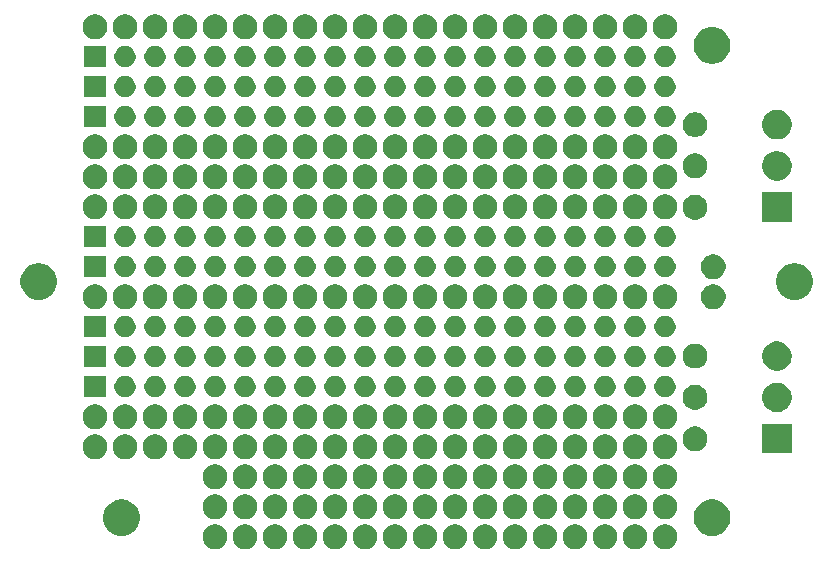
<source format=gbr>
G04 #@! TF.GenerationSoftware,KiCad,Pcbnew,5.1.5+dfsg1-2build2*
G04 #@! TF.CreationDate,2022-02-15T20:05:43-05:00*
G04 #@! TF.ProjectId,MCU_PROTO_83x58mm,4d43555f-5052-44f5-944f-5f3833783538,rev?*
G04 #@! TF.SameCoordinates,Original*
G04 #@! TF.FileFunction,Soldermask,Top*
G04 #@! TF.FilePolarity,Negative*
%FSLAX46Y46*%
G04 Gerber Fmt 4.6, Leading zero omitted, Abs format (unit mm)*
G04 Created by KiCad (PCBNEW 5.1.5+dfsg1-2build2) date 2022-02-15 20:05:43*
%MOMM*%
%LPD*%
G04 APERTURE LIST*
%ADD10C,0.100000*%
G04 APERTURE END LIST*
D10*
G36*
X151206564Y-145079389D02*
G01*
X151397833Y-145158615D01*
X151397835Y-145158616D01*
X151569973Y-145273635D01*
X151716365Y-145420027D01*
X151762254Y-145488704D01*
X151831385Y-145592167D01*
X151910611Y-145783436D01*
X151951000Y-145986484D01*
X151951000Y-146193516D01*
X151910611Y-146396564D01*
X151831385Y-146587833D01*
X151831384Y-146587835D01*
X151716365Y-146759973D01*
X151569973Y-146906365D01*
X151397835Y-147021384D01*
X151397834Y-147021385D01*
X151397833Y-147021385D01*
X151206564Y-147100611D01*
X151003516Y-147141000D01*
X150796484Y-147141000D01*
X150593436Y-147100611D01*
X150402167Y-147021385D01*
X150402166Y-147021385D01*
X150402165Y-147021384D01*
X150230027Y-146906365D01*
X150083635Y-146759973D01*
X149968616Y-146587835D01*
X149968615Y-146587833D01*
X149889389Y-146396564D01*
X149849000Y-146193516D01*
X149849000Y-145986484D01*
X149889389Y-145783436D01*
X149968615Y-145592167D01*
X150037747Y-145488704D01*
X150083635Y-145420027D01*
X150230027Y-145273635D01*
X150402165Y-145158616D01*
X150402167Y-145158615D01*
X150593436Y-145079389D01*
X150796484Y-145039000D01*
X151003516Y-145039000D01*
X151206564Y-145079389D01*
G37*
G36*
X135966564Y-145079389D02*
G01*
X136157833Y-145158615D01*
X136157835Y-145158616D01*
X136329973Y-145273635D01*
X136476365Y-145420027D01*
X136522254Y-145488704D01*
X136591385Y-145592167D01*
X136670611Y-145783436D01*
X136711000Y-145986484D01*
X136711000Y-146193516D01*
X136670611Y-146396564D01*
X136591385Y-146587833D01*
X136591384Y-146587835D01*
X136476365Y-146759973D01*
X136329973Y-146906365D01*
X136157835Y-147021384D01*
X136157834Y-147021385D01*
X136157833Y-147021385D01*
X135966564Y-147100611D01*
X135763516Y-147141000D01*
X135556484Y-147141000D01*
X135353436Y-147100611D01*
X135162167Y-147021385D01*
X135162166Y-147021385D01*
X135162165Y-147021384D01*
X134990027Y-146906365D01*
X134843635Y-146759973D01*
X134728616Y-146587835D01*
X134728615Y-146587833D01*
X134649389Y-146396564D01*
X134609000Y-146193516D01*
X134609000Y-145986484D01*
X134649389Y-145783436D01*
X134728615Y-145592167D01*
X134797747Y-145488704D01*
X134843635Y-145420027D01*
X134990027Y-145273635D01*
X135162165Y-145158616D01*
X135162167Y-145158615D01*
X135353436Y-145079389D01*
X135556484Y-145039000D01*
X135763516Y-145039000D01*
X135966564Y-145079389D01*
G37*
G36*
X123266564Y-145079389D02*
G01*
X123457833Y-145158615D01*
X123457835Y-145158616D01*
X123629973Y-145273635D01*
X123776365Y-145420027D01*
X123822254Y-145488704D01*
X123891385Y-145592167D01*
X123970611Y-145783436D01*
X124011000Y-145986484D01*
X124011000Y-146193516D01*
X123970611Y-146396564D01*
X123891385Y-146587833D01*
X123891384Y-146587835D01*
X123776365Y-146759973D01*
X123629973Y-146906365D01*
X123457835Y-147021384D01*
X123457834Y-147021385D01*
X123457833Y-147021385D01*
X123266564Y-147100611D01*
X123063516Y-147141000D01*
X122856484Y-147141000D01*
X122653436Y-147100611D01*
X122462167Y-147021385D01*
X122462166Y-147021385D01*
X122462165Y-147021384D01*
X122290027Y-146906365D01*
X122143635Y-146759973D01*
X122028616Y-146587835D01*
X122028615Y-146587833D01*
X121949389Y-146396564D01*
X121909000Y-146193516D01*
X121909000Y-145986484D01*
X121949389Y-145783436D01*
X122028615Y-145592167D01*
X122097747Y-145488704D01*
X122143635Y-145420027D01*
X122290027Y-145273635D01*
X122462165Y-145158616D01*
X122462167Y-145158615D01*
X122653436Y-145079389D01*
X122856484Y-145039000D01*
X123063516Y-145039000D01*
X123266564Y-145079389D01*
G37*
G36*
X120726564Y-145079389D02*
G01*
X120917833Y-145158615D01*
X120917835Y-145158616D01*
X121089973Y-145273635D01*
X121236365Y-145420027D01*
X121282254Y-145488704D01*
X121351385Y-145592167D01*
X121430611Y-145783436D01*
X121471000Y-145986484D01*
X121471000Y-146193516D01*
X121430611Y-146396564D01*
X121351385Y-146587833D01*
X121351384Y-146587835D01*
X121236365Y-146759973D01*
X121089973Y-146906365D01*
X120917835Y-147021384D01*
X120917834Y-147021385D01*
X120917833Y-147021385D01*
X120726564Y-147100611D01*
X120523516Y-147141000D01*
X120316484Y-147141000D01*
X120113436Y-147100611D01*
X119922167Y-147021385D01*
X119922166Y-147021385D01*
X119922165Y-147021384D01*
X119750027Y-146906365D01*
X119603635Y-146759973D01*
X119488616Y-146587835D01*
X119488615Y-146587833D01*
X119409389Y-146396564D01*
X119369000Y-146193516D01*
X119369000Y-145986484D01*
X119409389Y-145783436D01*
X119488615Y-145592167D01*
X119557747Y-145488704D01*
X119603635Y-145420027D01*
X119750027Y-145273635D01*
X119922165Y-145158616D01*
X119922167Y-145158615D01*
X120113436Y-145079389D01*
X120316484Y-145039000D01*
X120523516Y-145039000D01*
X120726564Y-145079389D01*
G37*
G36*
X158826564Y-145079389D02*
G01*
X159017833Y-145158615D01*
X159017835Y-145158616D01*
X159189973Y-145273635D01*
X159336365Y-145420027D01*
X159382254Y-145488704D01*
X159451385Y-145592167D01*
X159530611Y-145783436D01*
X159571000Y-145986484D01*
X159571000Y-146193516D01*
X159530611Y-146396564D01*
X159451385Y-146587833D01*
X159451384Y-146587835D01*
X159336365Y-146759973D01*
X159189973Y-146906365D01*
X159017835Y-147021384D01*
X159017834Y-147021385D01*
X159017833Y-147021385D01*
X158826564Y-147100611D01*
X158623516Y-147141000D01*
X158416484Y-147141000D01*
X158213436Y-147100611D01*
X158022167Y-147021385D01*
X158022166Y-147021385D01*
X158022165Y-147021384D01*
X157850027Y-146906365D01*
X157703635Y-146759973D01*
X157588616Y-146587835D01*
X157588615Y-146587833D01*
X157509389Y-146396564D01*
X157469000Y-146193516D01*
X157469000Y-145986484D01*
X157509389Y-145783436D01*
X157588615Y-145592167D01*
X157657747Y-145488704D01*
X157703635Y-145420027D01*
X157850027Y-145273635D01*
X158022165Y-145158616D01*
X158022167Y-145158615D01*
X158213436Y-145079389D01*
X158416484Y-145039000D01*
X158623516Y-145039000D01*
X158826564Y-145079389D01*
G37*
G36*
X138506564Y-145079389D02*
G01*
X138697833Y-145158615D01*
X138697835Y-145158616D01*
X138869973Y-145273635D01*
X139016365Y-145420027D01*
X139062254Y-145488704D01*
X139131385Y-145592167D01*
X139210611Y-145783436D01*
X139251000Y-145986484D01*
X139251000Y-146193516D01*
X139210611Y-146396564D01*
X139131385Y-146587833D01*
X139131384Y-146587835D01*
X139016365Y-146759973D01*
X138869973Y-146906365D01*
X138697835Y-147021384D01*
X138697834Y-147021385D01*
X138697833Y-147021385D01*
X138506564Y-147100611D01*
X138303516Y-147141000D01*
X138096484Y-147141000D01*
X137893436Y-147100611D01*
X137702167Y-147021385D01*
X137702166Y-147021385D01*
X137702165Y-147021384D01*
X137530027Y-146906365D01*
X137383635Y-146759973D01*
X137268616Y-146587835D01*
X137268615Y-146587833D01*
X137189389Y-146396564D01*
X137149000Y-146193516D01*
X137149000Y-145986484D01*
X137189389Y-145783436D01*
X137268615Y-145592167D01*
X137337747Y-145488704D01*
X137383635Y-145420027D01*
X137530027Y-145273635D01*
X137702165Y-145158616D01*
X137702167Y-145158615D01*
X137893436Y-145079389D01*
X138096484Y-145039000D01*
X138303516Y-145039000D01*
X138506564Y-145079389D01*
G37*
G36*
X146126564Y-145079389D02*
G01*
X146317833Y-145158615D01*
X146317835Y-145158616D01*
X146489973Y-145273635D01*
X146636365Y-145420027D01*
X146682254Y-145488704D01*
X146751385Y-145592167D01*
X146830611Y-145783436D01*
X146871000Y-145986484D01*
X146871000Y-146193516D01*
X146830611Y-146396564D01*
X146751385Y-146587833D01*
X146751384Y-146587835D01*
X146636365Y-146759973D01*
X146489973Y-146906365D01*
X146317835Y-147021384D01*
X146317834Y-147021385D01*
X146317833Y-147021385D01*
X146126564Y-147100611D01*
X145923516Y-147141000D01*
X145716484Y-147141000D01*
X145513436Y-147100611D01*
X145322167Y-147021385D01*
X145322166Y-147021385D01*
X145322165Y-147021384D01*
X145150027Y-146906365D01*
X145003635Y-146759973D01*
X144888616Y-146587835D01*
X144888615Y-146587833D01*
X144809389Y-146396564D01*
X144769000Y-146193516D01*
X144769000Y-145986484D01*
X144809389Y-145783436D01*
X144888615Y-145592167D01*
X144957747Y-145488704D01*
X145003635Y-145420027D01*
X145150027Y-145273635D01*
X145322165Y-145158616D01*
X145322167Y-145158615D01*
X145513436Y-145079389D01*
X145716484Y-145039000D01*
X145923516Y-145039000D01*
X146126564Y-145079389D01*
G37*
G36*
X141046564Y-145079389D02*
G01*
X141237833Y-145158615D01*
X141237835Y-145158616D01*
X141409973Y-145273635D01*
X141556365Y-145420027D01*
X141602254Y-145488704D01*
X141671385Y-145592167D01*
X141750611Y-145783436D01*
X141791000Y-145986484D01*
X141791000Y-146193516D01*
X141750611Y-146396564D01*
X141671385Y-146587833D01*
X141671384Y-146587835D01*
X141556365Y-146759973D01*
X141409973Y-146906365D01*
X141237835Y-147021384D01*
X141237834Y-147021385D01*
X141237833Y-147021385D01*
X141046564Y-147100611D01*
X140843516Y-147141000D01*
X140636484Y-147141000D01*
X140433436Y-147100611D01*
X140242167Y-147021385D01*
X140242166Y-147021385D01*
X140242165Y-147021384D01*
X140070027Y-146906365D01*
X139923635Y-146759973D01*
X139808616Y-146587835D01*
X139808615Y-146587833D01*
X139729389Y-146396564D01*
X139689000Y-146193516D01*
X139689000Y-145986484D01*
X139729389Y-145783436D01*
X139808615Y-145592167D01*
X139877747Y-145488704D01*
X139923635Y-145420027D01*
X140070027Y-145273635D01*
X140242165Y-145158616D01*
X140242167Y-145158615D01*
X140433436Y-145079389D01*
X140636484Y-145039000D01*
X140843516Y-145039000D01*
X141046564Y-145079389D01*
G37*
G36*
X156286564Y-145079389D02*
G01*
X156477833Y-145158615D01*
X156477835Y-145158616D01*
X156649973Y-145273635D01*
X156796365Y-145420027D01*
X156842254Y-145488704D01*
X156911385Y-145592167D01*
X156990611Y-145783436D01*
X157031000Y-145986484D01*
X157031000Y-146193516D01*
X156990611Y-146396564D01*
X156911385Y-146587833D01*
X156911384Y-146587835D01*
X156796365Y-146759973D01*
X156649973Y-146906365D01*
X156477835Y-147021384D01*
X156477834Y-147021385D01*
X156477833Y-147021385D01*
X156286564Y-147100611D01*
X156083516Y-147141000D01*
X155876484Y-147141000D01*
X155673436Y-147100611D01*
X155482167Y-147021385D01*
X155482166Y-147021385D01*
X155482165Y-147021384D01*
X155310027Y-146906365D01*
X155163635Y-146759973D01*
X155048616Y-146587835D01*
X155048615Y-146587833D01*
X154969389Y-146396564D01*
X154929000Y-146193516D01*
X154929000Y-145986484D01*
X154969389Y-145783436D01*
X155048615Y-145592167D01*
X155117747Y-145488704D01*
X155163635Y-145420027D01*
X155310027Y-145273635D01*
X155482165Y-145158616D01*
X155482167Y-145158615D01*
X155673436Y-145079389D01*
X155876484Y-145039000D01*
X156083516Y-145039000D01*
X156286564Y-145079389D01*
G37*
G36*
X130886564Y-145079389D02*
G01*
X131077833Y-145158615D01*
X131077835Y-145158616D01*
X131249973Y-145273635D01*
X131396365Y-145420027D01*
X131442254Y-145488704D01*
X131511385Y-145592167D01*
X131590611Y-145783436D01*
X131631000Y-145986484D01*
X131631000Y-146193516D01*
X131590611Y-146396564D01*
X131511385Y-146587833D01*
X131511384Y-146587835D01*
X131396365Y-146759973D01*
X131249973Y-146906365D01*
X131077835Y-147021384D01*
X131077834Y-147021385D01*
X131077833Y-147021385D01*
X130886564Y-147100611D01*
X130683516Y-147141000D01*
X130476484Y-147141000D01*
X130273436Y-147100611D01*
X130082167Y-147021385D01*
X130082166Y-147021385D01*
X130082165Y-147021384D01*
X129910027Y-146906365D01*
X129763635Y-146759973D01*
X129648616Y-146587835D01*
X129648615Y-146587833D01*
X129569389Y-146396564D01*
X129529000Y-146193516D01*
X129529000Y-145986484D01*
X129569389Y-145783436D01*
X129648615Y-145592167D01*
X129717747Y-145488704D01*
X129763635Y-145420027D01*
X129910027Y-145273635D01*
X130082165Y-145158616D01*
X130082167Y-145158615D01*
X130273436Y-145079389D01*
X130476484Y-145039000D01*
X130683516Y-145039000D01*
X130886564Y-145079389D01*
G37*
G36*
X128346564Y-145079389D02*
G01*
X128537833Y-145158615D01*
X128537835Y-145158616D01*
X128709973Y-145273635D01*
X128856365Y-145420027D01*
X128902254Y-145488704D01*
X128971385Y-145592167D01*
X129050611Y-145783436D01*
X129091000Y-145986484D01*
X129091000Y-146193516D01*
X129050611Y-146396564D01*
X128971385Y-146587833D01*
X128971384Y-146587835D01*
X128856365Y-146759973D01*
X128709973Y-146906365D01*
X128537835Y-147021384D01*
X128537834Y-147021385D01*
X128537833Y-147021385D01*
X128346564Y-147100611D01*
X128143516Y-147141000D01*
X127936484Y-147141000D01*
X127733436Y-147100611D01*
X127542167Y-147021385D01*
X127542166Y-147021385D01*
X127542165Y-147021384D01*
X127370027Y-146906365D01*
X127223635Y-146759973D01*
X127108616Y-146587835D01*
X127108615Y-146587833D01*
X127029389Y-146396564D01*
X126989000Y-146193516D01*
X126989000Y-145986484D01*
X127029389Y-145783436D01*
X127108615Y-145592167D01*
X127177747Y-145488704D01*
X127223635Y-145420027D01*
X127370027Y-145273635D01*
X127542165Y-145158616D01*
X127542167Y-145158615D01*
X127733436Y-145079389D01*
X127936484Y-145039000D01*
X128143516Y-145039000D01*
X128346564Y-145079389D01*
G37*
G36*
X125806564Y-145079389D02*
G01*
X125997833Y-145158615D01*
X125997835Y-145158616D01*
X126169973Y-145273635D01*
X126316365Y-145420027D01*
X126362254Y-145488704D01*
X126431385Y-145592167D01*
X126510611Y-145783436D01*
X126551000Y-145986484D01*
X126551000Y-146193516D01*
X126510611Y-146396564D01*
X126431385Y-146587833D01*
X126431384Y-146587835D01*
X126316365Y-146759973D01*
X126169973Y-146906365D01*
X125997835Y-147021384D01*
X125997834Y-147021385D01*
X125997833Y-147021385D01*
X125806564Y-147100611D01*
X125603516Y-147141000D01*
X125396484Y-147141000D01*
X125193436Y-147100611D01*
X125002167Y-147021385D01*
X125002166Y-147021385D01*
X125002165Y-147021384D01*
X124830027Y-146906365D01*
X124683635Y-146759973D01*
X124568616Y-146587835D01*
X124568615Y-146587833D01*
X124489389Y-146396564D01*
X124449000Y-146193516D01*
X124449000Y-145986484D01*
X124489389Y-145783436D01*
X124568615Y-145592167D01*
X124637747Y-145488704D01*
X124683635Y-145420027D01*
X124830027Y-145273635D01*
X125002165Y-145158616D01*
X125002167Y-145158615D01*
X125193436Y-145079389D01*
X125396484Y-145039000D01*
X125603516Y-145039000D01*
X125806564Y-145079389D01*
G37*
G36*
X143586564Y-145079389D02*
G01*
X143777833Y-145158615D01*
X143777835Y-145158616D01*
X143949973Y-145273635D01*
X144096365Y-145420027D01*
X144142254Y-145488704D01*
X144211385Y-145592167D01*
X144290611Y-145783436D01*
X144331000Y-145986484D01*
X144331000Y-146193516D01*
X144290611Y-146396564D01*
X144211385Y-146587833D01*
X144211384Y-146587835D01*
X144096365Y-146759973D01*
X143949973Y-146906365D01*
X143777835Y-147021384D01*
X143777834Y-147021385D01*
X143777833Y-147021385D01*
X143586564Y-147100611D01*
X143383516Y-147141000D01*
X143176484Y-147141000D01*
X142973436Y-147100611D01*
X142782167Y-147021385D01*
X142782166Y-147021385D01*
X142782165Y-147021384D01*
X142610027Y-146906365D01*
X142463635Y-146759973D01*
X142348616Y-146587835D01*
X142348615Y-146587833D01*
X142269389Y-146396564D01*
X142229000Y-146193516D01*
X142229000Y-145986484D01*
X142269389Y-145783436D01*
X142348615Y-145592167D01*
X142417747Y-145488704D01*
X142463635Y-145420027D01*
X142610027Y-145273635D01*
X142782165Y-145158616D01*
X142782167Y-145158615D01*
X142973436Y-145079389D01*
X143176484Y-145039000D01*
X143383516Y-145039000D01*
X143586564Y-145079389D01*
G37*
G36*
X148666564Y-145079389D02*
G01*
X148857833Y-145158615D01*
X148857835Y-145158616D01*
X149029973Y-145273635D01*
X149176365Y-145420027D01*
X149222254Y-145488704D01*
X149291385Y-145592167D01*
X149370611Y-145783436D01*
X149411000Y-145986484D01*
X149411000Y-146193516D01*
X149370611Y-146396564D01*
X149291385Y-146587833D01*
X149291384Y-146587835D01*
X149176365Y-146759973D01*
X149029973Y-146906365D01*
X148857835Y-147021384D01*
X148857834Y-147021385D01*
X148857833Y-147021385D01*
X148666564Y-147100611D01*
X148463516Y-147141000D01*
X148256484Y-147141000D01*
X148053436Y-147100611D01*
X147862167Y-147021385D01*
X147862166Y-147021385D01*
X147862165Y-147021384D01*
X147690027Y-146906365D01*
X147543635Y-146759973D01*
X147428616Y-146587835D01*
X147428615Y-146587833D01*
X147349389Y-146396564D01*
X147309000Y-146193516D01*
X147309000Y-145986484D01*
X147349389Y-145783436D01*
X147428615Y-145592167D01*
X147497747Y-145488704D01*
X147543635Y-145420027D01*
X147690027Y-145273635D01*
X147862165Y-145158616D01*
X147862167Y-145158615D01*
X148053436Y-145079389D01*
X148256484Y-145039000D01*
X148463516Y-145039000D01*
X148666564Y-145079389D01*
G37*
G36*
X153746564Y-145079389D02*
G01*
X153937833Y-145158615D01*
X153937835Y-145158616D01*
X154109973Y-145273635D01*
X154256365Y-145420027D01*
X154302254Y-145488704D01*
X154371385Y-145592167D01*
X154450611Y-145783436D01*
X154491000Y-145986484D01*
X154491000Y-146193516D01*
X154450611Y-146396564D01*
X154371385Y-146587833D01*
X154371384Y-146587835D01*
X154256365Y-146759973D01*
X154109973Y-146906365D01*
X153937835Y-147021384D01*
X153937834Y-147021385D01*
X153937833Y-147021385D01*
X153746564Y-147100611D01*
X153543516Y-147141000D01*
X153336484Y-147141000D01*
X153133436Y-147100611D01*
X152942167Y-147021385D01*
X152942166Y-147021385D01*
X152942165Y-147021384D01*
X152770027Y-146906365D01*
X152623635Y-146759973D01*
X152508616Y-146587835D01*
X152508615Y-146587833D01*
X152429389Y-146396564D01*
X152389000Y-146193516D01*
X152389000Y-145986484D01*
X152429389Y-145783436D01*
X152508615Y-145592167D01*
X152577747Y-145488704D01*
X152623635Y-145420027D01*
X152770027Y-145273635D01*
X152942165Y-145158616D01*
X152942167Y-145158615D01*
X153133436Y-145079389D01*
X153336484Y-145039000D01*
X153543516Y-145039000D01*
X153746564Y-145079389D01*
G37*
G36*
X133426564Y-145079389D02*
G01*
X133617833Y-145158615D01*
X133617835Y-145158616D01*
X133789973Y-145273635D01*
X133936365Y-145420027D01*
X133982254Y-145488704D01*
X134051385Y-145592167D01*
X134130611Y-145783436D01*
X134171000Y-145986484D01*
X134171000Y-146193516D01*
X134130611Y-146396564D01*
X134051385Y-146587833D01*
X134051384Y-146587835D01*
X133936365Y-146759973D01*
X133789973Y-146906365D01*
X133617835Y-147021384D01*
X133617834Y-147021385D01*
X133617833Y-147021385D01*
X133426564Y-147100611D01*
X133223516Y-147141000D01*
X133016484Y-147141000D01*
X132813436Y-147100611D01*
X132622167Y-147021385D01*
X132622166Y-147021385D01*
X132622165Y-147021384D01*
X132450027Y-146906365D01*
X132303635Y-146759973D01*
X132188616Y-146587835D01*
X132188615Y-146587833D01*
X132109389Y-146396564D01*
X132069000Y-146193516D01*
X132069000Y-145986484D01*
X132109389Y-145783436D01*
X132188615Y-145592167D01*
X132257747Y-145488704D01*
X132303635Y-145420027D01*
X132450027Y-145273635D01*
X132622165Y-145158616D01*
X132622167Y-145158615D01*
X132813436Y-145079389D01*
X133016484Y-145039000D01*
X133223516Y-145039000D01*
X133426564Y-145079389D01*
G37*
G36*
X162802585Y-142978802D02*
G01*
X162952410Y-143008604D01*
X163234674Y-143125521D01*
X163488705Y-143295259D01*
X163704741Y-143511295D01*
X163874479Y-143765326D01*
X163991396Y-144047590D01*
X164051000Y-144347240D01*
X164051000Y-144652760D01*
X163991396Y-144952410D01*
X163874479Y-145234674D01*
X163704741Y-145488705D01*
X163488705Y-145704741D01*
X163234674Y-145874479D01*
X162952410Y-145991396D01*
X162802585Y-146021198D01*
X162652761Y-146051000D01*
X162347239Y-146051000D01*
X162197415Y-146021198D01*
X162047590Y-145991396D01*
X161765326Y-145874479D01*
X161511295Y-145704741D01*
X161295259Y-145488705D01*
X161125521Y-145234674D01*
X161008604Y-144952410D01*
X160949000Y-144652760D01*
X160949000Y-144347240D01*
X161008604Y-144047590D01*
X161125521Y-143765326D01*
X161295259Y-143511295D01*
X161511295Y-143295259D01*
X161765326Y-143125521D01*
X162047590Y-143008604D01*
X162197415Y-142978802D01*
X162347239Y-142949000D01*
X162652761Y-142949000D01*
X162802585Y-142978802D01*
G37*
G36*
X112802585Y-142978802D02*
G01*
X112952410Y-143008604D01*
X113234674Y-143125521D01*
X113488705Y-143295259D01*
X113704741Y-143511295D01*
X113874479Y-143765326D01*
X113991396Y-144047590D01*
X114051000Y-144347240D01*
X114051000Y-144652760D01*
X113991396Y-144952410D01*
X113874479Y-145234674D01*
X113704741Y-145488705D01*
X113488705Y-145704741D01*
X113234674Y-145874479D01*
X112952410Y-145991396D01*
X112802585Y-146021198D01*
X112652761Y-146051000D01*
X112347239Y-146051000D01*
X112197415Y-146021198D01*
X112047590Y-145991396D01*
X111765326Y-145874479D01*
X111511295Y-145704741D01*
X111295259Y-145488705D01*
X111125521Y-145234674D01*
X111008604Y-144952410D01*
X110949000Y-144652760D01*
X110949000Y-144347240D01*
X111008604Y-144047590D01*
X111125521Y-143765326D01*
X111295259Y-143511295D01*
X111511295Y-143295259D01*
X111765326Y-143125521D01*
X112047590Y-143008604D01*
X112197415Y-142978802D01*
X112347239Y-142949000D01*
X112652761Y-142949000D01*
X112802585Y-142978802D01*
G37*
G36*
X146126564Y-142539389D02*
G01*
X146317833Y-142618615D01*
X146317835Y-142618616D01*
X146489973Y-142733635D01*
X146636365Y-142880027D01*
X146751385Y-143052167D01*
X146830611Y-143243436D01*
X146871000Y-143446484D01*
X146871000Y-143653516D01*
X146830611Y-143856564D01*
X146751485Y-144047591D01*
X146751384Y-144047835D01*
X146636365Y-144219973D01*
X146489973Y-144366365D01*
X146317835Y-144481384D01*
X146317834Y-144481385D01*
X146317833Y-144481385D01*
X146126564Y-144560611D01*
X145923516Y-144601000D01*
X145716484Y-144601000D01*
X145513436Y-144560611D01*
X145322167Y-144481385D01*
X145322166Y-144481385D01*
X145322165Y-144481384D01*
X145150027Y-144366365D01*
X145003635Y-144219973D01*
X144888616Y-144047835D01*
X144888515Y-144047591D01*
X144809389Y-143856564D01*
X144769000Y-143653516D01*
X144769000Y-143446484D01*
X144809389Y-143243436D01*
X144888615Y-143052167D01*
X145003635Y-142880027D01*
X145150027Y-142733635D01*
X145322165Y-142618616D01*
X145322167Y-142618615D01*
X145513436Y-142539389D01*
X145716484Y-142499000D01*
X145923516Y-142499000D01*
X146126564Y-142539389D01*
G37*
G36*
X153746564Y-142539389D02*
G01*
X153937833Y-142618615D01*
X153937835Y-142618616D01*
X154109973Y-142733635D01*
X154256365Y-142880027D01*
X154371385Y-143052167D01*
X154450611Y-143243436D01*
X154491000Y-143446484D01*
X154491000Y-143653516D01*
X154450611Y-143856564D01*
X154371485Y-144047591D01*
X154371384Y-144047835D01*
X154256365Y-144219973D01*
X154109973Y-144366365D01*
X153937835Y-144481384D01*
X153937834Y-144481385D01*
X153937833Y-144481385D01*
X153746564Y-144560611D01*
X153543516Y-144601000D01*
X153336484Y-144601000D01*
X153133436Y-144560611D01*
X152942167Y-144481385D01*
X152942166Y-144481385D01*
X152942165Y-144481384D01*
X152770027Y-144366365D01*
X152623635Y-144219973D01*
X152508616Y-144047835D01*
X152508515Y-144047591D01*
X152429389Y-143856564D01*
X152389000Y-143653516D01*
X152389000Y-143446484D01*
X152429389Y-143243436D01*
X152508615Y-143052167D01*
X152623635Y-142880027D01*
X152770027Y-142733635D01*
X152942165Y-142618616D01*
X152942167Y-142618615D01*
X153133436Y-142539389D01*
X153336484Y-142499000D01*
X153543516Y-142499000D01*
X153746564Y-142539389D01*
G37*
G36*
X151206564Y-142539389D02*
G01*
X151397833Y-142618615D01*
X151397835Y-142618616D01*
X151569973Y-142733635D01*
X151716365Y-142880027D01*
X151831385Y-143052167D01*
X151910611Y-143243436D01*
X151951000Y-143446484D01*
X151951000Y-143653516D01*
X151910611Y-143856564D01*
X151831485Y-144047591D01*
X151831384Y-144047835D01*
X151716365Y-144219973D01*
X151569973Y-144366365D01*
X151397835Y-144481384D01*
X151397834Y-144481385D01*
X151397833Y-144481385D01*
X151206564Y-144560611D01*
X151003516Y-144601000D01*
X150796484Y-144601000D01*
X150593436Y-144560611D01*
X150402167Y-144481385D01*
X150402166Y-144481385D01*
X150402165Y-144481384D01*
X150230027Y-144366365D01*
X150083635Y-144219973D01*
X149968616Y-144047835D01*
X149968515Y-144047591D01*
X149889389Y-143856564D01*
X149849000Y-143653516D01*
X149849000Y-143446484D01*
X149889389Y-143243436D01*
X149968615Y-143052167D01*
X150083635Y-142880027D01*
X150230027Y-142733635D01*
X150402165Y-142618616D01*
X150402167Y-142618615D01*
X150593436Y-142539389D01*
X150796484Y-142499000D01*
X151003516Y-142499000D01*
X151206564Y-142539389D01*
G37*
G36*
X148666564Y-142539389D02*
G01*
X148857833Y-142618615D01*
X148857835Y-142618616D01*
X149029973Y-142733635D01*
X149176365Y-142880027D01*
X149291385Y-143052167D01*
X149370611Y-143243436D01*
X149411000Y-143446484D01*
X149411000Y-143653516D01*
X149370611Y-143856564D01*
X149291485Y-144047591D01*
X149291384Y-144047835D01*
X149176365Y-144219973D01*
X149029973Y-144366365D01*
X148857835Y-144481384D01*
X148857834Y-144481385D01*
X148857833Y-144481385D01*
X148666564Y-144560611D01*
X148463516Y-144601000D01*
X148256484Y-144601000D01*
X148053436Y-144560611D01*
X147862167Y-144481385D01*
X147862166Y-144481385D01*
X147862165Y-144481384D01*
X147690027Y-144366365D01*
X147543635Y-144219973D01*
X147428616Y-144047835D01*
X147428515Y-144047591D01*
X147349389Y-143856564D01*
X147309000Y-143653516D01*
X147309000Y-143446484D01*
X147349389Y-143243436D01*
X147428615Y-143052167D01*
X147543635Y-142880027D01*
X147690027Y-142733635D01*
X147862165Y-142618616D01*
X147862167Y-142618615D01*
X148053436Y-142539389D01*
X148256484Y-142499000D01*
X148463516Y-142499000D01*
X148666564Y-142539389D01*
G37*
G36*
X143586564Y-142539389D02*
G01*
X143777833Y-142618615D01*
X143777835Y-142618616D01*
X143949973Y-142733635D01*
X144096365Y-142880027D01*
X144211385Y-143052167D01*
X144290611Y-143243436D01*
X144331000Y-143446484D01*
X144331000Y-143653516D01*
X144290611Y-143856564D01*
X144211485Y-144047591D01*
X144211384Y-144047835D01*
X144096365Y-144219973D01*
X143949973Y-144366365D01*
X143777835Y-144481384D01*
X143777834Y-144481385D01*
X143777833Y-144481385D01*
X143586564Y-144560611D01*
X143383516Y-144601000D01*
X143176484Y-144601000D01*
X142973436Y-144560611D01*
X142782167Y-144481385D01*
X142782166Y-144481385D01*
X142782165Y-144481384D01*
X142610027Y-144366365D01*
X142463635Y-144219973D01*
X142348616Y-144047835D01*
X142348515Y-144047591D01*
X142269389Y-143856564D01*
X142229000Y-143653516D01*
X142229000Y-143446484D01*
X142269389Y-143243436D01*
X142348615Y-143052167D01*
X142463635Y-142880027D01*
X142610027Y-142733635D01*
X142782165Y-142618616D01*
X142782167Y-142618615D01*
X142973436Y-142539389D01*
X143176484Y-142499000D01*
X143383516Y-142499000D01*
X143586564Y-142539389D01*
G37*
G36*
X141046564Y-142539389D02*
G01*
X141237833Y-142618615D01*
X141237835Y-142618616D01*
X141409973Y-142733635D01*
X141556365Y-142880027D01*
X141671385Y-143052167D01*
X141750611Y-143243436D01*
X141791000Y-143446484D01*
X141791000Y-143653516D01*
X141750611Y-143856564D01*
X141671485Y-144047591D01*
X141671384Y-144047835D01*
X141556365Y-144219973D01*
X141409973Y-144366365D01*
X141237835Y-144481384D01*
X141237834Y-144481385D01*
X141237833Y-144481385D01*
X141046564Y-144560611D01*
X140843516Y-144601000D01*
X140636484Y-144601000D01*
X140433436Y-144560611D01*
X140242167Y-144481385D01*
X140242166Y-144481385D01*
X140242165Y-144481384D01*
X140070027Y-144366365D01*
X139923635Y-144219973D01*
X139808616Y-144047835D01*
X139808515Y-144047591D01*
X139729389Y-143856564D01*
X139689000Y-143653516D01*
X139689000Y-143446484D01*
X139729389Y-143243436D01*
X139808615Y-143052167D01*
X139923635Y-142880027D01*
X140070027Y-142733635D01*
X140242165Y-142618616D01*
X140242167Y-142618615D01*
X140433436Y-142539389D01*
X140636484Y-142499000D01*
X140843516Y-142499000D01*
X141046564Y-142539389D01*
G37*
G36*
X158826564Y-142539389D02*
G01*
X159017833Y-142618615D01*
X159017835Y-142618616D01*
X159189973Y-142733635D01*
X159336365Y-142880027D01*
X159451385Y-143052167D01*
X159530611Y-143243436D01*
X159571000Y-143446484D01*
X159571000Y-143653516D01*
X159530611Y-143856564D01*
X159451485Y-144047591D01*
X159451384Y-144047835D01*
X159336365Y-144219973D01*
X159189973Y-144366365D01*
X159017835Y-144481384D01*
X159017834Y-144481385D01*
X159017833Y-144481385D01*
X158826564Y-144560611D01*
X158623516Y-144601000D01*
X158416484Y-144601000D01*
X158213436Y-144560611D01*
X158022167Y-144481385D01*
X158022166Y-144481385D01*
X158022165Y-144481384D01*
X157850027Y-144366365D01*
X157703635Y-144219973D01*
X157588616Y-144047835D01*
X157588515Y-144047591D01*
X157509389Y-143856564D01*
X157469000Y-143653516D01*
X157469000Y-143446484D01*
X157509389Y-143243436D01*
X157588615Y-143052167D01*
X157703635Y-142880027D01*
X157850027Y-142733635D01*
X158022165Y-142618616D01*
X158022167Y-142618615D01*
X158213436Y-142539389D01*
X158416484Y-142499000D01*
X158623516Y-142499000D01*
X158826564Y-142539389D01*
G37*
G36*
X135966564Y-142539389D02*
G01*
X136157833Y-142618615D01*
X136157835Y-142618616D01*
X136329973Y-142733635D01*
X136476365Y-142880027D01*
X136591385Y-143052167D01*
X136670611Y-143243436D01*
X136711000Y-143446484D01*
X136711000Y-143653516D01*
X136670611Y-143856564D01*
X136591485Y-144047591D01*
X136591384Y-144047835D01*
X136476365Y-144219973D01*
X136329973Y-144366365D01*
X136157835Y-144481384D01*
X136157834Y-144481385D01*
X136157833Y-144481385D01*
X135966564Y-144560611D01*
X135763516Y-144601000D01*
X135556484Y-144601000D01*
X135353436Y-144560611D01*
X135162167Y-144481385D01*
X135162166Y-144481385D01*
X135162165Y-144481384D01*
X134990027Y-144366365D01*
X134843635Y-144219973D01*
X134728616Y-144047835D01*
X134728515Y-144047591D01*
X134649389Y-143856564D01*
X134609000Y-143653516D01*
X134609000Y-143446484D01*
X134649389Y-143243436D01*
X134728615Y-143052167D01*
X134843635Y-142880027D01*
X134990027Y-142733635D01*
X135162165Y-142618616D01*
X135162167Y-142618615D01*
X135353436Y-142539389D01*
X135556484Y-142499000D01*
X135763516Y-142499000D01*
X135966564Y-142539389D01*
G37*
G36*
X130886564Y-142539389D02*
G01*
X131077833Y-142618615D01*
X131077835Y-142618616D01*
X131249973Y-142733635D01*
X131396365Y-142880027D01*
X131511385Y-143052167D01*
X131590611Y-143243436D01*
X131631000Y-143446484D01*
X131631000Y-143653516D01*
X131590611Y-143856564D01*
X131511485Y-144047591D01*
X131511384Y-144047835D01*
X131396365Y-144219973D01*
X131249973Y-144366365D01*
X131077835Y-144481384D01*
X131077834Y-144481385D01*
X131077833Y-144481385D01*
X130886564Y-144560611D01*
X130683516Y-144601000D01*
X130476484Y-144601000D01*
X130273436Y-144560611D01*
X130082167Y-144481385D01*
X130082166Y-144481385D01*
X130082165Y-144481384D01*
X129910027Y-144366365D01*
X129763635Y-144219973D01*
X129648616Y-144047835D01*
X129648515Y-144047591D01*
X129569389Y-143856564D01*
X129529000Y-143653516D01*
X129529000Y-143446484D01*
X129569389Y-143243436D01*
X129648615Y-143052167D01*
X129763635Y-142880027D01*
X129910027Y-142733635D01*
X130082165Y-142618616D01*
X130082167Y-142618615D01*
X130273436Y-142539389D01*
X130476484Y-142499000D01*
X130683516Y-142499000D01*
X130886564Y-142539389D01*
G37*
G36*
X128346564Y-142539389D02*
G01*
X128537833Y-142618615D01*
X128537835Y-142618616D01*
X128709973Y-142733635D01*
X128856365Y-142880027D01*
X128971385Y-143052167D01*
X129050611Y-143243436D01*
X129091000Y-143446484D01*
X129091000Y-143653516D01*
X129050611Y-143856564D01*
X128971485Y-144047591D01*
X128971384Y-144047835D01*
X128856365Y-144219973D01*
X128709973Y-144366365D01*
X128537835Y-144481384D01*
X128537834Y-144481385D01*
X128537833Y-144481385D01*
X128346564Y-144560611D01*
X128143516Y-144601000D01*
X127936484Y-144601000D01*
X127733436Y-144560611D01*
X127542167Y-144481385D01*
X127542166Y-144481385D01*
X127542165Y-144481384D01*
X127370027Y-144366365D01*
X127223635Y-144219973D01*
X127108616Y-144047835D01*
X127108515Y-144047591D01*
X127029389Y-143856564D01*
X126989000Y-143653516D01*
X126989000Y-143446484D01*
X127029389Y-143243436D01*
X127108615Y-143052167D01*
X127223635Y-142880027D01*
X127370027Y-142733635D01*
X127542165Y-142618616D01*
X127542167Y-142618615D01*
X127733436Y-142539389D01*
X127936484Y-142499000D01*
X128143516Y-142499000D01*
X128346564Y-142539389D01*
G37*
G36*
X125806564Y-142539389D02*
G01*
X125997833Y-142618615D01*
X125997835Y-142618616D01*
X126169973Y-142733635D01*
X126316365Y-142880027D01*
X126431385Y-143052167D01*
X126510611Y-143243436D01*
X126551000Y-143446484D01*
X126551000Y-143653516D01*
X126510611Y-143856564D01*
X126431485Y-144047591D01*
X126431384Y-144047835D01*
X126316365Y-144219973D01*
X126169973Y-144366365D01*
X125997835Y-144481384D01*
X125997834Y-144481385D01*
X125997833Y-144481385D01*
X125806564Y-144560611D01*
X125603516Y-144601000D01*
X125396484Y-144601000D01*
X125193436Y-144560611D01*
X125002167Y-144481385D01*
X125002166Y-144481385D01*
X125002165Y-144481384D01*
X124830027Y-144366365D01*
X124683635Y-144219973D01*
X124568616Y-144047835D01*
X124568515Y-144047591D01*
X124489389Y-143856564D01*
X124449000Y-143653516D01*
X124449000Y-143446484D01*
X124489389Y-143243436D01*
X124568615Y-143052167D01*
X124683635Y-142880027D01*
X124830027Y-142733635D01*
X125002165Y-142618616D01*
X125002167Y-142618615D01*
X125193436Y-142539389D01*
X125396484Y-142499000D01*
X125603516Y-142499000D01*
X125806564Y-142539389D01*
G37*
G36*
X138506564Y-142539389D02*
G01*
X138697833Y-142618615D01*
X138697835Y-142618616D01*
X138869973Y-142733635D01*
X139016365Y-142880027D01*
X139131385Y-143052167D01*
X139210611Y-143243436D01*
X139251000Y-143446484D01*
X139251000Y-143653516D01*
X139210611Y-143856564D01*
X139131485Y-144047591D01*
X139131384Y-144047835D01*
X139016365Y-144219973D01*
X138869973Y-144366365D01*
X138697835Y-144481384D01*
X138697834Y-144481385D01*
X138697833Y-144481385D01*
X138506564Y-144560611D01*
X138303516Y-144601000D01*
X138096484Y-144601000D01*
X137893436Y-144560611D01*
X137702167Y-144481385D01*
X137702166Y-144481385D01*
X137702165Y-144481384D01*
X137530027Y-144366365D01*
X137383635Y-144219973D01*
X137268616Y-144047835D01*
X137268515Y-144047591D01*
X137189389Y-143856564D01*
X137149000Y-143653516D01*
X137149000Y-143446484D01*
X137189389Y-143243436D01*
X137268615Y-143052167D01*
X137383635Y-142880027D01*
X137530027Y-142733635D01*
X137702165Y-142618616D01*
X137702167Y-142618615D01*
X137893436Y-142539389D01*
X138096484Y-142499000D01*
X138303516Y-142499000D01*
X138506564Y-142539389D01*
G37*
G36*
X123266564Y-142539389D02*
G01*
X123457833Y-142618615D01*
X123457835Y-142618616D01*
X123629973Y-142733635D01*
X123776365Y-142880027D01*
X123891385Y-143052167D01*
X123970611Y-143243436D01*
X124011000Y-143446484D01*
X124011000Y-143653516D01*
X123970611Y-143856564D01*
X123891485Y-144047591D01*
X123891384Y-144047835D01*
X123776365Y-144219973D01*
X123629973Y-144366365D01*
X123457835Y-144481384D01*
X123457834Y-144481385D01*
X123457833Y-144481385D01*
X123266564Y-144560611D01*
X123063516Y-144601000D01*
X122856484Y-144601000D01*
X122653436Y-144560611D01*
X122462167Y-144481385D01*
X122462166Y-144481385D01*
X122462165Y-144481384D01*
X122290027Y-144366365D01*
X122143635Y-144219973D01*
X122028616Y-144047835D01*
X122028515Y-144047591D01*
X121949389Y-143856564D01*
X121909000Y-143653516D01*
X121909000Y-143446484D01*
X121949389Y-143243436D01*
X122028615Y-143052167D01*
X122143635Y-142880027D01*
X122290027Y-142733635D01*
X122462165Y-142618616D01*
X122462167Y-142618615D01*
X122653436Y-142539389D01*
X122856484Y-142499000D01*
X123063516Y-142499000D01*
X123266564Y-142539389D01*
G37*
G36*
X120726564Y-142539389D02*
G01*
X120917833Y-142618615D01*
X120917835Y-142618616D01*
X121089973Y-142733635D01*
X121236365Y-142880027D01*
X121351385Y-143052167D01*
X121430611Y-143243436D01*
X121471000Y-143446484D01*
X121471000Y-143653516D01*
X121430611Y-143856564D01*
X121351485Y-144047591D01*
X121351384Y-144047835D01*
X121236365Y-144219973D01*
X121089973Y-144366365D01*
X120917835Y-144481384D01*
X120917834Y-144481385D01*
X120917833Y-144481385D01*
X120726564Y-144560611D01*
X120523516Y-144601000D01*
X120316484Y-144601000D01*
X120113436Y-144560611D01*
X119922167Y-144481385D01*
X119922166Y-144481385D01*
X119922165Y-144481384D01*
X119750027Y-144366365D01*
X119603635Y-144219973D01*
X119488616Y-144047835D01*
X119488515Y-144047591D01*
X119409389Y-143856564D01*
X119369000Y-143653516D01*
X119369000Y-143446484D01*
X119409389Y-143243436D01*
X119488615Y-143052167D01*
X119603635Y-142880027D01*
X119750027Y-142733635D01*
X119922165Y-142618616D01*
X119922167Y-142618615D01*
X120113436Y-142539389D01*
X120316484Y-142499000D01*
X120523516Y-142499000D01*
X120726564Y-142539389D01*
G37*
G36*
X156286564Y-142539389D02*
G01*
X156477833Y-142618615D01*
X156477835Y-142618616D01*
X156649973Y-142733635D01*
X156796365Y-142880027D01*
X156911385Y-143052167D01*
X156990611Y-143243436D01*
X157031000Y-143446484D01*
X157031000Y-143653516D01*
X156990611Y-143856564D01*
X156911485Y-144047591D01*
X156911384Y-144047835D01*
X156796365Y-144219973D01*
X156649973Y-144366365D01*
X156477835Y-144481384D01*
X156477834Y-144481385D01*
X156477833Y-144481385D01*
X156286564Y-144560611D01*
X156083516Y-144601000D01*
X155876484Y-144601000D01*
X155673436Y-144560611D01*
X155482167Y-144481385D01*
X155482166Y-144481385D01*
X155482165Y-144481384D01*
X155310027Y-144366365D01*
X155163635Y-144219973D01*
X155048616Y-144047835D01*
X155048515Y-144047591D01*
X154969389Y-143856564D01*
X154929000Y-143653516D01*
X154929000Y-143446484D01*
X154969389Y-143243436D01*
X155048615Y-143052167D01*
X155163635Y-142880027D01*
X155310027Y-142733635D01*
X155482165Y-142618616D01*
X155482167Y-142618615D01*
X155673436Y-142539389D01*
X155876484Y-142499000D01*
X156083516Y-142499000D01*
X156286564Y-142539389D01*
G37*
G36*
X133426564Y-142539389D02*
G01*
X133617833Y-142618615D01*
X133617835Y-142618616D01*
X133789973Y-142733635D01*
X133936365Y-142880027D01*
X134051385Y-143052167D01*
X134130611Y-143243436D01*
X134171000Y-143446484D01*
X134171000Y-143653516D01*
X134130611Y-143856564D01*
X134051485Y-144047591D01*
X134051384Y-144047835D01*
X133936365Y-144219973D01*
X133789973Y-144366365D01*
X133617835Y-144481384D01*
X133617834Y-144481385D01*
X133617833Y-144481385D01*
X133426564Y-144560611D01*
X133223516Y-144601000D01*
X133016484Y-144601000D01*
X132813436Y-144560611D01*
X132622167Y-144481385D01*
X132622166Y-144481385D01*
X132622165Y-144481384D01*
X132450027Y-144366365D01*
X132303635Y-144219973D01*
X132188616Y-144047835D01*
X132188515Y-144047591D01*
X132109389Y-143856564D01*
X132069000Y-143653516D01*
X132069000Y-143446484D01*
X132109389Y-143243436D01*
X132188615Y-143052167D01*
X132303635Y-142880027D01*
X132450027Y-142733635D01*
X132622165Y-142618616D01*
X132622167Y-142618615D01*
X132813436Y-142539389D01*
X133016484Y-142499000D01*
X133223516Y-142499000D01*
X133426564Y-142539389D01*
G37*
G36*
X120726564Y-139999389D02*
G01*
X120917833Y-140078615D01*
X120917835Y-140078616D01*
X121089973Y-140193635D01*
X121236365Y-140340027D01*
X121351385Y-140512167D01*
X121430611Y-140703436D01*
X121471000Y-140906484D01*
X121471000Y-141113516D01*
X121430611Y-141316564D01*
X121351385Y-141507833D01*
X121351384Y-141507835D01*
X121236365Y-141679973D01*
X121089973Y-141826365D01*
X120917835Y-141941384D01*
X120917834Y-141941385D01*
X120917833Y-141941385D01*
X120726564Y-142020611D01*
X120523516Y-142061000D01*
X120316484Y-142061000D01*
X120113436Y-142020611D01*
X119922167Y-141941385D01*
X119922166Y-141941385D01*
X119922165Y-141941384D01*
X119750027Y-141826365D01*
X119603635Y-141679973D01*
X119488616Y-141507835D01*
X119488615Y-141507833D01*
X119409389Y-141316564D01*
X119369000Y-141113516D01*
X119369000Y-140906484D01*
X119409389Y-140703436D01*
X119488615Y-140512167D01*
X119603635Y-140340027D01*
X119750027Y-140193635D01*
X119922165Y-140078616D01*
X119922167Y-140078615D01*
X120113436Y-139999389D01*
X120316484Y-139959000D01*
X120523516Y-139959000D01*
X120726564Y-139999389D01*
G37*
G36*
X135966564Y-139999389D02*
G01*
X136157833Y-140078615D01*
X136157835Y-140078616D01*
X136329973Y-140193635D01*
X136476365Y-140340027D01*
X136591385Y-140512167D01*
X136670611Y-140703436D01*
X136711000Y-140906484D01*
X136711000Y-141113516D01*
X136670611Y-141316564D01*
X136591385Y-141507833D01*
X136591384Y-141507835D01*
X136476365Y-141679973D01*
X136329973Y-141826365D01*
X136157835Y-141941384D01*
X136157834Y-141941385D01*
X136157833Y-141941385D01*
X135966564Y-142020611D01*
X135763516Y-142061000D01*
X135556484Y-142061000D01*
X135353436Y-142020611D01*
X135162167Y-141941385D01*
X135162166Y-141941385D01*
X135162165Y-141941384D01*
X134990027Y-141826365D01*
X134843635Y-141679973D01*
X134728616Y-141507835D01*
X134728615Y-141507833D01*
X134649389Y-141316564D01*
X134609000Y-141113516D01*
X134609000Y-140906484D01*
X134649389Y-140703436D01*
X134728615Y-140512167D01*
X134843635Y-140340027D01*
X134990027Y-140193635D01*
X135162165Y-140078616D01*
X135162167Y-140078615D01*
X135353436Y-139999389D01*
X135556484Y-139959000D01*
X135763516Y-139959000D01*
X135966564Y-139999389D01*
G37*
G36*
X133426564Y-139999389D02*
G01*
X133617833Y-140078615D01*
X133617835Y-140078616D01*
X133789973Y-140193635D01*
X133936365Y-140340027D01*
X134051385Y-140512167D01*
X134130611Y-140703436D01*
X134171000Y-140906484D01*
X134171000Y-141113516D01*
X134130611Y-141316564D01*
X134051385Y-141507833D01*
X134051384Y-141507835D01*
X133936365Y-141679973D01*
X133789973Y-141826365D01*
X133617835Y-141941384D01*
X133617834Y-141941385D01*
X133617833Y-141941385D01*
X133426564Y-142020611D01*
X133223516Y-142061000D01*
X133016484Y-142061000D01*
X132813436Y-142020611D01*
X132622167Y-141941385D01*
X132622166Y-141941385D01*
X132622165Y-141941384D01*
X132450027Y-141826365D01*
X132303635Y-141679973D01*
X132188616Y-141507835D01*
X132188615Y-141507833D01*
X132109389Y-141316564D01*
X132069000Y-141113516D01*
X132069000Y-140906484D01*
X132109389Y-140703436D01*
X132188615Y-140512167D01*
X132303635Y-140340027D01*
X132450027Y-140193635D01*
X132622165Y-140078616D01*
X132622167Y-140078615D01*
X132813436Y-139999389D01*
X133016484Y-139959000D01*
X133223516Y-139959000D01*
X133426564Y-139999389D01*
G37*
G36*
X130886564Y-139999389D02*
G01*
X131077833Y-140078615D01*
X131077835Y-140078616D01*
X131249973Y-140193635D01*
X131396365Y-140340027D01*
X131511385Y-140512167D01*
X131590611Y-140703436D01*
X131631000Y-140906484D01*
X131631000Y-141113516D01*
X131590611Y-141316564D01*
X131511385Y-141507833D01*
X131511384Y-141507835D01*
X131396365Y-141679973D01*
X131249973Y-141826365D01*
X131077835Y-141941384D01*
X131077834Y-141941385D01*
X131077833Y-141941385D01*
X130886564Y-142020611D01*
X130683516Y-142061000D01*
X130476484Y-142061000D01*
X130273436Y-142020611D01*
X130082167Y-141941385D01*
X130082166Y-141941385D01*
X130082165Y-141941384D01*
X129910027Y-141826365D01*
X129763635Y-141679973D01*
X129648616Y-141507835D01*
X129648615Y-141507833D01*
X129569389Y-141316564D01*
X129529000Y-141113516D01*
X129529000Y-140906484D01*
X129569389Y-140703436D01*
X129648615Y-140512167D01*
X129763635Y-140340027D01*
X129910027Y-140193635D01*
X130082165Y-140078616D01*
X130082167Y-140078615D01*
X130273436Y-139999389D01*
X130476484Y-139959000D01*
X130683516Y-139959000D01*
X130886564Y-139999389D01*
G37*
G36*
X128346564Y-139999389D02*
G01*
X128537833Y-140078615D01*
X128537835Y-140078616D01*
X128709973Y-140193635D01*
X128856365Y-140340027D01*
X128971385Y-140512167D01*
X129050611Y-140703436D01*
X129091000Y-140906484D01*
X129091000Y-141113516D01*
X129050611Y-141316564D01*
X128971385Y-141507833D01*
X128971384Y-141507835D01*
X128856365Y-141679973D01*
X128709973Y-141826365D01*
X128537835Y-141941384D01*
X128537834Y-141941385D01*
X128537833Y-141941385D01*
X128346564Y-142020611D01*
X128143516Y-142061000D01*
X127936484Y-142061000D01*
X127733436Y-142020611D01*
X127542167Y-141941385D01*
X127542166Y-141941385D01*
X127542165Y-141941384D01*
X127370027Y-141826365D01*
X127223635Y-141679973D01*
X127108616Y-141507835D01*
X127108615Y-141507833D01*
X127029389Y-141316564D01*
X126989000Y-141113516D01*
X126989000Y-140906484D01*
X127029389Y-140703436D01*
X127108615Y-140512167D01*
X127223635Y-140340027D01*
X127370027Y-140193635D01*
X127542165Y-140078616D01*
X127542167Y-140078615D01*
X127733436Y-139999389D01*
X127936484Y-139959000D01*
X128143516Y-139959000D01*
X128346564Y-139999389D01*
G37*
G36*
X125806564Y-139999389D02*
G01*
X125997833Y-140078615D01*
X125997835Y-140078616D01*
X126169973Y-140193635D01*
X126316365Y-140340027D01*
X126431385Y-140512167D01*
X126510611Y-140703436D01*
X126551000Y-140906484D01*
X126551000Y-141113516D01*
X126510611Y-141316564D01*
X126431385Y-141507833D01*
X126431384Y-141507835D01*
X126316365Y-141679973D01*
X126169973Y-141826365D01*
X125997835Y-141941384D01*
X125997834Y-141941385D01*
X125997833Y-141941385D01*
X125806564Y-142020611D01*
X125603516Y-142061000D01*
X125396484Y-142061000D01*
X125193436Y-142020611D01*
X125002167Y-141941385D01*
X125002166Y-141941385D01*
X125002165Y-141941384D01*
X124830027Y-141826365D01*
X124683635Y-141679973D01*
X124568616Y-141507835D01*
X124568615Y-141507833D01*
X124489389Y-141316564D01*
X124449000Y-141113516D01*
X124449000Y-140906484D01*
X124489389Y-140703436D01*
X124568615Y-140512167D01*
X124683635Y-140340027D01*
X124830027Y-140193635D01*
X125002165Y-140078616D01*
X125002167Y-140078615D01*
X125193436Y-139999389D01*
X125396484Y-139959000D01*
X125603516Y-139959000D01*
X125806564Y-139999389D01*
G37*
G36*
X123266564Y-139999389D02*
G01*
X123457833Y-140078615D01*
X123457835Y-140078616D01*
X123629973Y-140193635D01*
X123776365Y-140340027D01*
X123891385Y-140512167D01*
X123970611Y-140703436D01*
X124011000Y-140906484D01*
X124011000Y-141113516D01*
X123970611Y-141316564D01*
X123891385Y-141507833D01*
X123891384Y-141507835D01*
X123776365Y-141679973D01*
X123629973Y-141826365D01*
X123457835Y-141941384D01*
X123457834Y-141941385D01*
X123457833Y-141941385D01*
X123266564Y-142020611D01*
X123063516Y-142061000D01*
X122856484Y-142061000D01*
X122653436Y-142020611D01*
X122462167Y-141941385D01*
X122462166Y-141941385D01*
X122462165Y-141941384D01*
X122290027Y-141826365D01*
X122143635Y-141679973D01*
X122028616Y-141507835D01*
X122028615Y-141507833D01*
X121949389Y-141316564D01*
X121909000Y-141113516D01*
X121909000Y-140906484D01*
X121949389Y-140703436D01*
X122028615Y-140512167D01*
X122143635Y-140340027D01*
X122290027Y-140193635D01*
X122462165Y-140078616D01*
X122462167Y-140078615D01*
X122653436Y-139999389D01*
X122856484Y-139959000D01*
X123063516Y-139959000D01*
X123266564Y-139999389D01*
G37*
G36*
X141046564Y-139999389D02*
G01*
X141237833Y-140078615D01*
X141237835Y-140078616D01*
X141409973Y-140193635D01*
X141556365Y-140340027D01*
X141671385Y-140512167D01*
X141750611Y-140703436D01*
X141791000Y-140906484D01*
X141791000Y-141113516D01*
X141750611Y-141316564D01*
X141671385Y-141507833D01*
X141671384Y-141507835D01*
X141556365Y-141679973D01*
X141409973Y-141826365D01*
X141237835Y-141941384D01*
X141237834Y-141941385D01*
X141237833Y-141941385D01*
X141046564Y-142020611D01*
X140843516Y-142061000D01*
X140636484Y-142061000D01*
X140433436Y-142020611D01*
X140242167Y-141941385D01*
X140242166Y-141941385D01*
X140242165Y-141941384D01*
X140070027Y-141826365D01*
X139923635Y-141679973D01*
X139808616Y-141507835D01*
X139808615Y-141507833D01*
X139729389Y-141316564D01*
X139689000Y-141113516D01*
X139689000Y-140906484D01*
X139729389Y-140703436D01*
X139808615Y-140512167D01*
X139923635Y-140340027D01*
X140070027Y-140193635D01*
X140242165Y-140078616D01*
X140242167Y-140078615D01*
X140433436Y-139999389D01*
X140636484Y-139959000D01*
X140843516Y-139959000D01*
X141046564Y-139999389D01*
G37*
G36*
X146126564Y-139999389D02*
G01*
X146317833Y-140078615D01*
X146317835Y-140078616D01*
X146489973Y-140193635D01*
X146636365Y-140340027D01*
X146751385Y-140512167D01*
X146830611Y-140703436D01*
X146871000Y-140906484D01*
X146871000Y-141113516D01*
X146830611Y-141316564D01*
X146751385Y-141507833D01*
X146751384Y-141507835D01*
X146636365Y-141679973D01*
X146489973Y-141826365D01*
X146317835Y-141941384D01*
X146317834Y-141941385D01*
X146317833Y-141941385D01*
X146126564Y-142020611D01*
X145923516Y-142061000D01*
X145716484Y-142061000D01*
X145513436Y-142020611D01*
X145322167Y-141941385D01*
X145322166Y-141941385D01*
X145322165Y-141941384D01*
X145150027Y-141826365D01*
X145003635Y-141679973D01*
X144888616Y-141507835D01*
X144888615Y-141507833D01*
X144809389Y-141316564D01*
X144769000Y-141113516D01*
X144769000Y-140906484D01*
X144809389Y-140703436D01*
X144888615Y-140512167D01*
X145003635Y-140340027D01*
X145150027Y-140193635D01*
X145322165Y-140078616D01*
X145322167Y-140078615D01*
X145513436Y-139999389D01*
X145716484Y-139959000D01*
X145923516Y-139959000D01*
X146126564Y-139999389D01*
G37*
G36*
X158826564Y-139999389D02*
G01*
X159017833Y-140078615D01*
X159017835Y-140078616D01*
X159189973Y-140193635D01*
X159336365Y-140340027D01*
X159451385Y-140512167D01*
X159530611Y-140703436D01*
X159571000Y-140906484D01*
X159571000Y-141113516D01*
X159530611Y-141316564D01*
X159451385Y-141507833D01*
X159451384Y-141507835D01*
X159336365Y-141679973D01*
X159189973Y-141826365D01*
X159017835Y-141941384D01*
X159017834Y-141941385D01*
X159017833Y-141941385D01*
X158826564Y-142020611D01*
X158623516Y-142061000D01*
X158416484Y-142061000D01*
X158213436Y-142020611D01*
X158022167Y-141941385D01*
X158022166Y-141941385D01*
X158022165Y-141941384D01*
X157850027Y-141826365D01*
X157703635Y-141679973D01*
X157588616Y-141507835D01*
X157588615Y-141507833D01*
X157509389Y-141316564D01*
X157469000Y-141113516D01*
X157469000Y-140906484D01*
X157509389Y-140703436D01*
X157588615Y-140512167D01*
X157703635Y-140340027D01*
X157850027Y-140193635D01*
X158022165Y-140078616D01*
X158022167Y-140078615D01*
X158213436Y-139999389D01*
X158416484Y-139959000D01*
X158623516Y-139959000D01*
X158826564Y-139999389D01*
G37*
G36*
X156286564Y-139999389D02*
G01*
X156477833Y-140078615D01*
X156477835Y-140078616D01*
X156649973Y-140193635D01*
X156796365Y-140340027D01*
X156911385Y-140512167D01*
X156990611Y-140703436D01*
X157031000Y-140906484D01*
X157031000Y-141113516D01*
X156990611Y-141316564D01*
X156911385Y-141507833D01*
X156911384Y-141507835D01*
X156796365Y-141679973D01*
X156649973Y-141826365D01*
X156477835Y-141941384D01*
X156477834Y-141941385D01*
X156477833Y-141941385D01*
X156286564Y-142020611D01*
X156083516Y-142061000D01*
X155876484Y-142061000D01*
X155673436Y-142020611D01*
X155482167Y-141941385D01*
X155482166Y-141941385D01*
X155482165Y-141941384D01*
X155310027Y-141826365D01*
X155163635Y-141679973D01*
X155048616Y-141507835D01*
X155048615Y-141507833D01*
X154969389Y-141316564D01*
X154929000Y-141113516D01*
X154929000Y-140906484D01*
X154969389Y-140703436D01*
X155048615Y-140512167D01*
X155163635Y-140340027D01*
X155310027Y-140193635D01*
X155482165Y-140078616D01*
X155482167Y-140078615D01*
X155673436Y-139999389D01*
X155876484Y-139959000D01*
X156083516Y-139959000D01*
X156286564Y-139999389D01*
G37*
G36*
X153746564Y-139999389D02*
G01*
X153937833Y-140078615D01*
X153937835Y-140078616D01*
X154109973Y-140193635D01*
X154256365Y-140340027D01*
X154371385Y-140512167D01*
X154450611Y-140703436D01*
X154491000Y-140906484D01*
X154491000Y-141113516D01*
X154450611Y-141316564D01*
X154371385Y-141507833D01*
X154371384Y-141507835D01*
X154256365Y-141679973D01*
X154109973Y-141826365D01*
X153937835Y-141941384D01*
X153937834Y-141941385D01*
X153937833Y-141941385D01*
X153746564Y-142020611D01*
X153543516Y-142061000D01*
X153336484Y-142061000D01*
X153133436Y-142020611D01*
X152942167Y-141941385D01*
X152942166Y-141941385D01*
X152942165Y-141941384D01*
X152770027Y-141826365D01*
X152623635Y-141679973D01*
X152508616Y-141507835D01*
X152508615Y-141507833D01*
X152429389Y-141316564D01*
X152389000Y-141113516D01*
X152389000Y-140906484D01*
X152429389Y-140703436D01*
X152508615Y-140512167D01*
X152623635Y-140340027D01*
X152770027Y-140193635D01*
X152942165Y-140078616D01*
X152942167Y-140078615D01*
X153133436Y-139999389D01*
X153336484Y-139959000D01*
X153543516Y-139959000D01*
X153746564Y-139999389D01*
G37*
G36*
X151206564Y-139999389D02*
G01*
X151397833Y-140078615D01*
X151397835Y-140078616D01*
X151569973Y-140193635D01*
X151716365Y-140340027D01*
X151831385Y-140512167D01*
X151910611Y-140703436D01*
X151951000Y-140906484D01*
X151951000Y-141113516D01*
X151910611Y-141316564D01*
X151831385Y-141507833D01*
X151831384Y-141507835D01*
X151716365Y-141679973D01*
X151569973Y-141826365D01*
X151397835Y-141941384D01*
X151397834Y-141941385D01*
X151397833Y-141941385D01*
X151206564Y-142020611D01*
X151003516Y-142061000D01*
X150796484Y-142061000D01*
X150593436Y-142020611D01*
X150402167Y-141941385D01*
X150402166Y-141941385D01*
X150402165Y-141941384D01*
X150230027Y-141826365D01*
X150083635Y-141679973D01*
X149968616Y-141507835D01*
X149968615Y-141507833D01*
X149889389Y-141316564D01*
X149849000Y-141113516D01*
X149849000Y-140906484D01*
X149889389Y-140703436D01*
X149968615Y-140512167D01*
X150083635Y-140340027D01*
X150230027Y-140193635D01*
X150402165Y-140078616D01*
X150402167Y-140078615D01*
X150593436Y-139999389D01*
X150796484Y-139959000D01*
X151003516Y-139959000D01*
X151206564Y-139999389D01*
G37*
G36*
X148666564Y-139999389D02*
G01*
X148857833Y-140078615D01*
X148857835Y-140078616D01*
X149029973Y-140193635D01*
X149176365Y-140340027D01*
X149291385Y-140512167D01*
X149370611Y-140703436D01*
X149411000Y-140906484D01*
X149411000Y-141113516D01*
X149370611Y-141316564D01*
X149291385Y-141507833D01*
X149291384Y-141507835D01*
X149176365Y-141679973D01*
X149029973Y-141826365D01*
X148857835Y-141941384D01*
X148857834Y-141941385D01*
X148857833Y-141941385D01*
X148666564Y-142020611D01*
X148463516Y-142061000D01*
X148256484Y-142061000D01*
X148053436Y-142020611D01*
X147862167Y-141941385D01*
X147862166Y-141941385D01*
X147862165Y-141941384D01*
X147690027Y-141826365D01*
X147543635Y-141679973D01*
X147428616Y-141507835D01*
X147428615Y-141507833D01*
X147349389Y-141316564D01*
X147309000Y-141113516D01*
X147309000Y-140906484D01*
X147349389Y-140703436D01*
X147428615Y-140512167D01*
X147543635Y-140340027D01*
X147690027Y-140193635D01*
X147862165Y-140078616D01*
X147862167Y-140078615D01*
X148053436Y-139999389D01*
X148256484Y-139959000D01*
X148463516Y-139959000D01*
X148666564Y-139999389D01*
G37*
G36*
X138506564Y-139999389D02*
G01*
X138697833Y-140078615D01*
X138697835Y-140078616D01*
X138869973Y-140193635D01*
X139016365Y-140340027D01*
X139131385Y-140512167D01*
X139210611Y-140703436D01*
X139251000Y-140906484D01*
X139251000Y-141113516D01*
X139210611Y-141316564D01*
X139131385Y-141507833D01*
X139131384Y-141507835D01*
X139016365Y-141679973D01*
X138869973Y-141826365D01*
X138697835Y-141941384D01*
X138697834Y-141941385D01*
X138697833Y-141941385D01*
X138506564Y-142020611D01*
X138303516Y-142061000D01*
X138096484Y-142061000D01*
X137893436Y-142020611D01*
X137702167Y-141941385D01*
X137702166Y-141941385D01*
X137702165Y-141941384D01*
X137530027Y-141826365D01*
X137383635Y-141679973D01*
X137268616Y-141507835D01*
X137268615Y-141507833D01*
X137189389Y-141316564D01*
X137149000Y-141113516D01*
X137149000Y-140906484D01*
X137189389Y-140703436D01*
X137268615Y-140512167D01*
X137383635Y-140340027D01*
X137530027Y-140193635D01*
X137702165Y-140078616D01*
X137702167Y-140078615D01*
X137893436Y-139999389D01*
X138096484Y-139959000D01*
X138303516Y-139959000D01*
X138506564Y-139999389D01*
G37*
G36*
X143586564Y-139999389D02*
G01*
X143777833Y-140078615D01*
X143777835Y-140078616D01*
X143949973Y-140193635D01*
X144096365Y-140340027D01*
X144211385Y-140512167D01*
X144290611Y-140703436D01*
X144331000Y-140906484D01*
X144331000Y-141113516D01*
X144290611Y-141316564D01*
X144211385Y-141507833D01*
X144211384Y-141507835D01*
X144096365Y-141679973D01*
X143949973Y-141826365D01*
X143777835Y-141941384D01*
X143777834Y-141941385D01*
X143777833Y-141941385D01*
X143586564Y-142020611D01*
X143383516Y-142061000D01*
X143176484Y-142061000D01*
X142973436Y-142020611D01*
X142782167Y-141941385D01*
X142782166Y-141941385D01*
X142782165Y-141941384D01*
X142610027Y-141826365D01*
X142463635Y-141679973D01*
X142348616Y-141507835D01*
X142348615Y-141507833D01*
X142269389Y-141316564D01*
X142229000Y-141113516D01*
X142229000Y-140906484D01*
X142269389Y-140703436D01*
X142348615Y-140512167D01*
X142463635Y-140340027D01*
X142610027Y-140193635D01*
X142782165Y-140078616D01*
X142782167Y-140078615D01*
X142973436Y-139999389D01*
X143176484Y-139959000D01*
X143383516Y-139959000D01*
X143586564Y-139999389D01*
G37*
G36*
X143586564Y-137459389D02*
G01*
X143777833Y-137538615D01*
X143777835Y-137538616D01*
X143949973Y-137653635D01*
X144096365Y-137800027D01*
X144211385Y-137972167D01*
X144290611Y-138163436D01*
X144331000Y-138366484D01*
X144331000Y-138573516D01*
X144290611Y-138776564D01*
X144211385Y-138967833D01*
X144211384Y-138967835D01*
X144096365Y-139139973D01*
X143949973Y-139286365D01*
X143777835Y-139401384D01*
X143777834Y-139401385D01*
X143777833Y-139401385D01*
X143586564Y-139480611D01*
X143383516Y-139521000D01*
X143176484Y-139521000D01*
X142973436Y-139480611D01*
X142782167Y-139401385D01*
X142782166Y-139401385D01*
X142782165Y-139401384D01*
X142610027Y-139286365D01*
X142463635Y-139139973D01*
X142348616Y-138967835D01*
X142348615Y-138967833D01*
X142269389Y-138776564D01*
X142229000Y-138573516D01*
X142229000Y-138366484D01*
X142269389Y-138163436D01*
X142348615Y-137972167D01*
X142463635Y-137800027D01*
X142610027Y-137653635D01*
X142782165Y-137538616D01*
X142782167Y-137538615D01*
X142973436Y-137459389D01*
X143176484Y-137419000D01*
X143383516Y-137419000D01*
X143586564Y-137459389D01*
G37*
G36*
X135966564Y-137459389D02*
G01*
X136157833Y-137538615D01*
X136157835Y-137538616D01*
X136329973Y-137653635D01*
X136476365Y-137800027D01*
X136591385Y-137972167D01*
X136670611Y-138163436D01*
X136711000Y-138366484D01*
X136711000Y-138573516D01*
X136670611Y-138776564D01*
X136591385Y-138967833D01*
X136591384Y-138967835D01*
X136476365Y-139139973D01*
X136329973Y-139286365D01*
X136157835Y-139401384D01*
X136157834Y-139401385D01*
X136157833Y-139401385D01*
X135966564Y-139480611D01*
X135763516Y-139521000D01*
X135556484Y-139521000D01*
X135353436Y-139480611D01*
X135162167Y-139401385D01*
X135162166Y-139401385D01*
X135162165Y-139401384D01*
X134990027Y-139286365D01*
X134843635Y-139139973D01*
X134728616Y-138967835D01*
X134728615Y-138967833D01*
X134649389Y-138776564D01*
X134609000Y-138573516D01*
X134609000Y-138366484D01*
X134649389Y-138163436D01*
X134728615Y-137972167D01*
X134843635Y-137800027D01*
X134990027Y-137653635D01*
X135162165Y-137538616D01*
X135162167Y-137538615D01*
X135353436Y-137459389D01*
X135556484Y-137419000D01*
X135763516Y-137419000D01*
X135966564Y-137459389D01*
G37*
G36*
X138506564Y-137459389D02*
G01*
X138697833Y-137538615D01*
X138697835Y-137538616D01*
X138869973Y-137653635D01*
X139016365Y-137800027D01*
X139131385Y-137972167D01*
X139210611Y-138163436D01*
X139251000Y-138366484D01*
X139251000Y-138573516D01*
X139210611Y-138776564D01*
X139131385Y-138967833D01*
X139131384Y-138967835D01*
X139016365Y-139139973D01*
X138869973Y-139286365D01*
X138697835Y-139401384D01*
X138697834Y-139401385D01*
X138697833Y-139401385D01*
X138506564Y-139480611D01*
X138303516Y-139521000D01*
X138096484Y-139521000D01*
X137893436Y-139480611D01*
X137702167Y-139401385D01*
X137702166Y-139401385D01*
X137702165Y-139401384D01*
X137530027Y-139286365D01*
X137383635Y-139139973D01*
X137268616Y-138967835D01*
X137268615Y-138967833D01*
X137189389Y-138776564D01*
X137149000Y-138573516D01*
X137149000Y-138366484D01*
X137189389Y-138163436D01*
X137268615Y-137972167D01*
X137383635Y-137800027D01*
X137530027Y-137653635D01*
X137702165Y-137538616D01*
X137702167Y-137538615D01*
X137893436Y-137459389D01*
X138096484Y-137419000D01*
X138303516Y-137419000D01*
X138506564Y-137459389D01*
G37*
G36*
X141046564Y-137459389D02*
G01*
X141237833Y-137538615D01*
X141237835Y-137538616D01*
X141409973Y-137653635D01*
X141556365Y-137800027D01*
X141671385Y-137972167D01*
X141750611Y-138163436D01*
X141791000Y-138366484D01*
X141791000Y-138573516D01*
X141750611Y-138776564D01*
X141671385Y-138967833D01*
X141671384Y-138967835D01*
X141556365Y-139139973D01*
X141409973Y-139286365D01*
X141237835Y-139401384D01*
X141237834Y-139401385D01*
X141237833Y-139401385D01*
X141046564Y-139480611D01*
X140843516Y-139521000D01*
X140636484Y-139521000D01*
X140433436Y-139480611D01*
X140242167Y-139401385D01*
X140242166Y-139401385D01*
X140242165Y-139401384D01*
X140070027Y-139286365D01*
X139923635Y-139139973D01*
X139808616Y-138967835D01*
X139808615Y-138967833D01*
X139729389Y-138776564D01*
X139689000Y-138573516D01*
X139689000Y-138366484D01*
X139729389Y-138163436D01*
X139808615Y-137972167D01*
X139923635Y-137800027D01*
X140070027Y-137653635D01*
X140242165Y-137538616D01*
X140242167Y-137538615D01*
X140433436Y-137459389D01*
X140636484Y-137419000D01*
X140843516Y-137419000D01*
X141046564Y-137459389D01*
G37*
G36*
X158826564Y-137459389D02*
G01*
X159017833Y-137538615D01*
X159017835Y-137538616D01*
X159189973Y-137653635D01*
X159336365Y-137800027D01*
X159451385Y-137972167D01*
X159530611Y-138163436D01*
X159571000Y-138366484D01*
X159571000Y-138573516D01*
X159530611Y-138776564D01*
X159451385Y-138967833D01*
X159451384Y-138967835D01*
X159336365Y-139139973D01*
X159189973Y-139286365D01*
X159017835Y-139401384D01*
X159017834Y-139401385D01*
X159017833Y-139401385D01*
X158826564Y-139480611D01*
X158623516Y-139521000D01*
X158416484Y-139521000D01*
X158213436Y-139480611D01*
X158022167Y-139401385D01*
X158022166Y-139401385D01*
X158022165Y-139401384D01*
X157850027Y-139286365D01*
X157703635Y-139139973D01*
X157588616Y-138967835D01*
X157588615Y-138967833D01*
X157509389Y-138776564D01*
X157469000Y-138573516D01*
X157469000Y-138366484D01*
X157509389Y-138163436D01*
X157588615Y-137972167D01*
X157703635Y-137800027D01*
X157850027Y-137653635D01*
X158022165Y-137538616D01*
X158022167Y-137538615D01*
X158213436Y-137459389D01*
X158416484Y-137419000D01*
X158623516Y-137419000D01*
X158826564Y-137459389D01*
G37*
G36*
X156286564Y-137459389D02*
G01*
X156477833Y-137538615D01*
X156477835Y-137538616D01*
X156649973Y-137653635D01*
X156796365Y-137800027D01*
X156911385Y-137972167D01*
X156990611Y-138163436D01*
X157031000Y-138366484D01*
X157031000Y-138573516D01*
X156990611Y-138776564D01*
X156911385Y-138967833D01*
X156911384Y-138967835D01*
X156796365Y-139139973D01*
X156649973Y-139286365D01*
X156477835Y-139401384D01*
X156477834Y-139401385D01*
X156477833Y-139401385D01*
X156286564Y-139480611D01*
X156083516Y-139521000D01*
X155876484Y-139521000D01*
X155673436Y-139480611D01*
X155482167Y-139401385D01*
X155482166Y-139401385D01*
X155482165Y-139401384D01*
X155310027Y-139286365D01*
X155163635Y-139139973D01*
X155048616Y-138967835D01*
X155048615Y-138967833D01*
X154969389Y-138776564D01*
X154929000Y-138573516D01*
X154929000Y-138366484D01*
X154969389Y-138163436D01*
X155048615Y-137972167D01*
X155163635Y-137800027D01*
X155310027Y-137653635D01*
X155482165Y-137538616D01*
X155482167Y-137538615D01*
X155673436Y-137459389D01*
X155876484Y-137419000D01*
X156083516Y-137419000D01*
X156286564Y-137459389D01*
G37*
G36*
X153746564Y-137459389D02*
G01*
X153937833Y-137538615D01*
X153937835Y-137538616D01*
X154109973Y-137653635D01*
X154256365Y-137800027D01*
X154371385Y-137972167D01*
X154450611Y-138163436D01*
X154491000Y-138366484D01*
X154491000Y-138573516D01*
X154450611Y-138776564D01*
X154371385Y-138967833D01*
X154371384Y-138967835D01*
X154256365Y-139139973D01*
X154109973Y-139286365D01*
X153937835Y-139401384D01*
X153937834Y-139401385D01*
X153937833Y-139401385D01*
X153746564Y-139480611D01*
X153543516Y-139521000D01*
X153336484Y-139521000D01*
X153133436Y-139480611D01*
X152942167Y-139401385D01*
X152942166Y-139401385D01*
X152942165Y-139401384D01*
X152770027Y-139286365D01*
X152623635Y-139139973D01*
X152508616Y-138967835D01*
X152508615Y-138967833D01*
X152429389Y-138776564D01*
X152389000Y-138573516D01*
X152389000Y-138366484D01*
X152429389Y-138163436D01*
X152508615Y-137972167D01*
X152623635Y-137800027D01*
X152770027Y-137653635D01*
X152942165Y-137538616D01*
X152942167Y-137538615D01*
X153133436Y-137459389D01*
X153336484Y-137419000D01*
X153543516Y-137419000D01*
X153746564Y-137459389D01*
G37*
G36*
X151206564Y-137459389D02*
G01*
X151397833Y-137538615D01*
X151397835Y-137538616D01*
X151569973Y-137653635D01*
X151716365Y-137800027D01*
X151831385Y-137972167D01*
X151910611Y-138163436D01*
X151951000Y-138366484D01*
X151951000Y-138573516D01*
X151910611Y-138776564D01*
X151831385Y-138967833D01*
X151831384Y-138967835D01*
X151716365Y-139139973D01*
X151569973Y-139286365D01*
X151397835Y-139401384D01*
X151397834Y-139401385D01*
X151397833Y-139401385D01*
X151206564Y-139480611D01*
X151003516Y-139521000D01*
X150796484Y-139521000D01*
X150593436Y-139480611D01*
X150402167Y-139401385D01*
X150402166Y-139401385D01*
X150402165Y-139401384D01*
X150230027Y-139286365D01*
X150083635Y-139139973D01*
X149968616Y-138967835D01*
X149968615Y-138967833D01*
X149889389Y-138776564D01*
X149849000Y-138573516D01*
X149849000Y-138366484D01*
X149889389Y-138163436D01*
X149968615Y-137972167D01*
X150083635Y-137800027D01*
X150230027Y-137653635D01*
X150402165Y-137538616D01*
X150402167Y-137538615D01*
X150593436Y-137459389D01*
X150796484Y-137419000D01*
X151003516Y-137419000D01*
X151206564Y-137459389D01*
G37*
G36*
X146126564Y-137459389D02*
G01*
X146317833Y-137538615D01*
X146317835Y-137538616D01*
X146489973Y-137653635D01*
X146636365Y-137800027D01*
X146751385Y-137972167D01*
X146830611Y-138163436D01*
X146871000Y-138366484D01*
X146871000Y-138573516D01*
X146830611Y-138776564D01*
X146751385Y-138967833D01*
X146751384Y-138967835D01*
X146636365Y-139139973D01*
X146489973Y-139286365D01*
X146317835Y-139401384D01*
X146317834Y-139401385D01*
X146317833Y-139401385D01*
X146126564Y-139480611D01*
X145923516Y-139521000D01*
X145716484Y-139521000D01*
X145513436Y-139480611D01*
X145322167Y-139401385D01*
X145322166Y-139401385D01*
X145322165Y-139401384D01*
X145150027Y-139286365D01*
X145003635Y-139139973D01*
X144888616Y-138967835D01*
X144888615Y-138967833D01*
X144809389Y-138776564D01*
X144769000Y-138573516D01*
X144769000Y-138366484D01*
X144809389Y-138163436D01*
X144888615Y-137972167D01*
X145003635Y-137800027D01*
X145150027Y-137653635D01*
X145322165Y-137538616D01*
X145322167Y-137538615D01*
X145513436Y-137459389D01*
X145716484Y-137419000D01*
X145923516Y-137419000D01*
X146126564Y-137459389D01*
G37*
G36*
X123266564Y-137459389D02*
G01*
X123457833Y-137538615D01*
X123457835Y-137538616D01*
X123629973Y-137653635D01*
X123776365Y-137800027D01*
X123891385Y-137972167D01*
X123970611Y-138163436D01*
X124011000Y-138366484D01*
X124011000Y-138573516D01*
X123970611Y-138776564D01*
X123891385Y-138967833D01*
X123891384Y-138967835D01*
X123776365Y-139139973D01*
X123629973Y-139286365D01*
X123457835Y-139401384D01*
X123457834Y-139401385D01*
X123457833Y-139401385D01*
X123266564Y-139480611D01*
X123063516Y-139521000D01*
X122856484Y-139521000D01*
X122653436Y-139480611D01*
X122462167Y-139401385D01*
X122462166Y-139401385D01*
X122462165Y-139401384D01*
X122290027Y-139286365D01*
X122143635Y-139139973D01*
X122028616Y-138967835D01*
X122028615Y-138967833D01*
X121949389Y-138776564D01*
X121909000Y-138573516D01*
X121909000Y-138366484D01*
X121949389Y-138163436D01*
X122028615Y-137972167D01*
X122143635Y-137800027D01*
X122290027Y-137653635D01*
X122462165Y-137538616D01*
X122462167Y-137538615D01*
X122653436Y-137459389D01*
X122856484Y-137419000D01*
X123063516Y-137419000D01*
X123266564Y-137459389D01*
G37*
G36*
X128346564Y-137459389D02*
G01*
X128537833Y-137538615D01*
X128537835Y-137538616D01*
X128709973Y-137653635D01*
X128856365Y-137800027D01*
X128971385Y-137972167D01*
X129050611Y-138163436D01*
X129091000Y-138366484D01*
X129091000Y-138573516D01*
X129050611Y-138776564D01*
X128971385Y-138967833D01*
X128971384Y-138967835D01*
X128856365Y-139139973D01*
X128709973Y-139286365D01*
X128537835Y-139401384D01*
X128537834Y-139401385D01*
X128537833Y-139401385D01*
X128346564Y-139480611D01*
X128143516Y-139521000D01*
X127936484Y-139521000D01*
X127733436Y-139480611D01*
X127542167Y-139401385D01*
X127542166Y-139401385D01*
X127542165Y-139401384D01*
X127370027Y-139286365D01*
X127223635Y-139139973D01*
X127108616Y-138967835D01*
X127108615Y-138967833D01*
X127029389Y-138776564D01*
X126989000Y-138573516D01*
X126989000Y-138366484D01*
X127029389Y-138163436D01*
X127108615Y-137972167D01*
X127223635Y-137800027D01*
X127370027Y-137653635D01*
X127542165Y-137538616D01*
X127542167Y-137538615D01*
X127733436Y-137459389D01*
X127936484Y-137419000D01*
X128143516Y-137419000D01*
X128346564Y-137459389D01*
G37*
G36*
X130886564Y-137459389D02*
G01*
X131077833Y-137538615D01*
X131077835Y-137538616D01*
X131249973Y-137653635D01*
X131396365Y-137800027D01*
X131511385Y-137972167D01*
X131590611Y-138163436D01*
X131631000Y-138366484D01*
X131631000Y-138573516D01*
X131590611Y-138776564D01*
X131511385Y-138967833D01*
X131511384Y-138967835D01*
X131396365Y-139139973D01*
X131249973Y-139286365D01*
X131077835Y-139401384D01*
X131077834Y-139401385D01*
X131077833Y-139401385D01*
X130886564Y-139480611D01*
X130683516Y-139521000D01*
X130476484Y-139521000D01*
X130273436Y-139480611D01*
X130082167Y-139401385D01*
X130082166Y-139401385D01*
X130082165Y-139401384D01*
X129910027Y-139286365D01*
X129763635Y-139139973D01*
X129648616Y-138967835D01*
X129648615Y-138967833D01*
X129569389Y-138776564D01*
X129529000Y-138573516D01*
X129529000Y-138366484D01*
X129569389Y-138163436D01*
X129648615Y-137972167D01*
X129763635Y-137800027D01*
X129910027Y-137653635D01*
X130082165Y-137538616D01*
X130082167Y-137538615D01*
X130273436Y-137459389D01*
X130476484Y-137419000D01*
X130683516Y-137419000D01*
X130886564Y-137459389D01*
G37*
G36*
X133426564Y-137459389D02*
G01*
X133617833Y-137538615D01*
X133617835Y-137538616D01*
X133789973Y-137653635D01*
X133936365Y-137800027D01*
X134051385Y-137972167D01*
X134130611Y-138163436D01*
X134171000Y-138366484D01*
X134171000Y-138573516D01*
X134130611Y-138776564D01*
X134051385Y-138967833D01*
X134051384Y-138967835D01*
X133936365Y-139139973D01*
X133789973Y-139286365D01*
X133617835Y-139401384D01*
X133617834Y-139401385D01*
X133617833Y-139401385D01*
X133426564Y-139480611D01*
X133223516Y-139521000D01*
X133016484Y-139521000D01*
X132813436Y-139480611D01*
X132622167Y-139401385D01*
X132622166Y-139401385D01*
X132622165Y-139401384D01*
X132450027Y-139286365D01*
X132303635Y-139139973D01*
X132188616Y-138967835D01*
X132188615Y-138967833D01*
X132109389Y-138776564D01*
X132069000Y-138573516D01*
X132069000Y-138366484D01*
X132109389Y-138163436D01*
X132188615Y-137972167D01*
X132303635Y-137800027D01*
X132450027Y-137653635D01*
X132622165Y-137538616D01*
X132622167Y-137538615D01*
X132813436Y-137459389D01*
X133016484Y-137419000D01*
X133223516Y-137419000D01*
X133426564Y-137459389D01*
G37*
G36*
X125806564Y-137459389D02*
G01*
X125997833Y-137538615D01*
X125997835Y-137538616D01*
X126169973Y-137653635D01*
X126316365Y-137800027D01*
X126431385Y-137972167D01*
X126510611Y-138163436D01*
X126551000Y-138366484D01*
X126551000Y-138573516D01*
X126510611Y-138776564D01*
X126431385Y-138967833D01*
X126431384Y-138967835D01*
X126316365Y-139139973D01*
X126169973Y-139286365D01*
X125997835Y-139401384D01*
X125997834Y-139401385D01*
X125997833Y-139401385D01*
X125806564Y-139480611D01*
X125603516Y-139521000D01*
X125396484Y-139521000D01*
X125193436Y-139480611D01*
X125002167Y-139401385D01*
X125002166Y-139401385D01*
X125002165Y-139401384D01*
X124830027Y-139286365D01*
X124683635Y-139139973D01*
X124568616Y-138967835D01*
X124568615Y-138967833D01*
X124489389Y-138776564D01*
X124449000Y-138573516D01*
X124449000Y-138366484D01*
X124489389Y-138163436D01*
X124568615Y-137972167D01*
X124683635Y-137800027D01*
X124830027Y-137653635D01*
X125002165Y-137538616D01*
X125002167Y-137538615D01*
X125193436Y-137459389D01*
X125396484Y-137419000D01*
X125603516Y-137419000D01*
X125806564Y-137459389D01*
G37*
G36*
X120726564Y-137459389D02*
G01*
X120917833Y-137538615D01*
X120917835Y-137538616D01*
X121089973Y-137653635D01*
X121236365Y-137800027D01*
X121351385Y-137972167D01*
X121430611Y-138163436D01*
X121471000Y-138366484D01*
X121471000Y-138573516D01*
X121430611Y-138776564D01*
X121351385Y-138967833D01*
X121351384Y-138967835D01*
X121236365Y-139139973D01*
X121089973Y-139286365D01*
X120917835Y-139401384D01*
X120917834Y-139401385D01*
X120917833Y-139401385D01*
X120726564Y-139480611D01*
X120523516Y-139521000D01*
X120316484Y-139521000D01*
X120113436Y-139480611D01*
X119922167Y-139401385D01*
X119922166Y-139401385D01*
X119922165Y-139401384D01*
X119750027Y-139286365D01*
X119603635Y-139139973D01*
X119488616Y-138967835D01*
X119488615Y-138967833D01*
X119409389Y-138776564D01*
X119369000Y-138573516D01*
X119369000Y-138366484D01*
X119409389Y-138163436D01*
X119488615Y-137972167D01*
X119603635Y-137800027D01*
X119750027Y-137653635D01*
X119922165Y-137538616D01*
X119922167Y-137538615D01*
X120113436Y-137459389D01*
X120316484Y-137419000D01*
X120523516Y-137419000D01*
X120726564Y-137459389D01*
G37*
G36*
X118186564Y-137459389D02*
G01*
X118377833Y-137538615D01*
X118377835Y-137538616D01*
X118549973Y-137653635D01*
X118696365Y-137800027D01*
X118811385Y-137972167D01*
X118890611Y-138163436D01*
X118931000Y-138366484D01*
X118931000Y-138573516D01*
X118890611Y-138776564D01*
X118811385Y-138967833D01*
X118811384Y-138967835D01*
X118696365Y-139139973D01*
X118549973Y-139286365D01*
X118377835Y-139401384D01*
X118377834Y-139401385D01*
X118377833Y-139401385D01*
X118186564Y-139480611D01*
X117983516Y-139521000D01*
X117776484Y-139521000D01*
X117573436Y-139480611D01*
X117382167Y-139401385D01*
X117382166Y-139401385D01*
X117382165Y-139401384D01*
X117210027Y-139286365D01*
X117063635Y-139139973D01*
X116948616Y-138967835D01*
X116948615Y-138967833D01*
X116869389Y-138776564D01*
X116829000Y-138573516D01*
X116829000Y-138366484D01*
X116869389Y-138163436D01*
X116948615Y-137972167D01*
X117063635Y-137800027D01*
X117210027Y-137653635D01*
X117382165Y-137538616D01*
X117382167Y-137538615D01*
X117573436Y-137459389D01*
X117776484Y-137419000D01*
X117983516Y-137419000D01*
X118186564Y-137459389D01*
G37*
G36*
X115646564Y-137459389D02*
G01*
X115837833Y-137538615D01*
X115837835Y-137538616D01*
X116009973Y-137653635D01*
X116156365Y-137800027D01*
X116271385Y-137972167D01*
X116350611Y-138163436D01*
X116391000Y-138366484D01*
X116391000Y-138573516D01*
X116350611Y-138776564D01*
X116271385Y-138967833D01*
X116271384Y-138967835D01*
X116156365Y-139139973D01*
X116009973Y-139286365D01*
X115837835Y-139401384D01*
X115837834Y-139401385D01*
X115837833Y-139401385D01*
X115646564Y-139480611D01*
X115443516Y-139521000D01*
X115236484Y-139521000D01*
X115033436Y-139480611D01*
X114842167Y-139401385D01*
X114842166Y-139401385D01*
X114842165Y-139401384D01*
X114670027Y-139286365D01*
X114523635Y-139139973D01*
X114408616Y-138967835D01*
X114408615Y-138967833D01*
X114329389Y-138776564D01*
X114289000Y-138573516D01*
X114289000Y-138366484D01*
X114329389Y-138163436D01*
X114408615Y-137972167D01*
X114523635Y-137800027D01*
X114670027Y-137653635D01*
X114842165Y-137538616D01*
X114842167Y-137538615D01*
X115033436Y-137459389D01*
X115236484Y-137419000D01*
X115443516Y-137419000D01*
X115646564Y-137459389D01*
G37*
G36*
X113106564Y-137459389D02*
G01*
X113297833Y-137538615D01*
X113297835Y-137538616D01*
X113469973Y-137653635D01*
X113616365Y-137800027D01*
X113731385Y-137972167D01*
X113810611Y-138163436D01*
X113851000Y-138366484D01*
X113851000Y-138573516D01*
X113810611Y-138776564D01*
X113731385Y-138967833D01*
X113731384Y-138967835D01*
X113616365Y-139139973D01*
X113469973Y-139286365D01*
X113297835Y-139401384D01*
X113297834Y-139401385D01*
X113297833Y-139401385D01*
X113106564Y-139480611D01*
X112903516Y-139521000D01*
X112696484Y-139521000D01*
X112493436Y-139480611D01*
X112302167Y-139401385D01*
X112302166Y-139401385D01*
X112302165Y-139401384D01*
X112130027Y-139286365D01*
X111983635Y-139139973D01*
X111868616Y-138967835D01*
X111868615Y-138967833D01*
X111789389Y-138776564D01*
X111749000Y-138573516D01*
X111749000Y-138366484D01*
X111789389Y-138163436D01*
X111868615Y-137972167D01*
X111983635Y-137800027D01*
X112130027Y-137653635D01*
X112302165Y-137538616D01*
X112302167Y-137538615D01*
X112493436Y-137459389D01*
X112696484Y-137419000D01*
X112903516Y-137419000D01*
X113106564Y-137459389D01*
G37*
G36*
X110566564Y-137459389D02*
G01*
X110757833Y-137538615D01*
X110757835Y-137538616D01*
X110929973Y-137653635D01*
X111076365Y-137800027D01*
X111191385Y-137972167D01*
X111270611Y-138163436D01*
X111311000Y-138366484D01*
X111311000Y-138573516D01*
X111270611Y-138776564D01*
X111191385Y-138967833D01*
X111191384Y-138967835D01*
X111076365Y-139139973D01*
X110929973Y-139286365D01*
X110757835Y-139401384D01*
X110757834Y-139401385D01*
X110757833Y-139401385D01*
X110566564Y-139480611D01*
X110363516Y-139521000D01*
X110156484Y-139521000D01*
X109953436Y-139480611D01*
X109762167Y-139401385D01*
X109762166Y-139401385D01*
X109762165Y-139401384D01*
X109590027Y-139286365D01*
X109443635Y-139139973D01*
X109328616Y-138967835D01*
X109328615Y-138967833D01*
X109249389Y-138776564D01*
X109209000Y-138573516D01*
X109209000Y-138366484D01*
X109249389Y-138163436D01*
X109328615Y-137972167D01*
X109443635Y-137800027D01*
X109590027Y-137653635D01*
X109762165Y-137538616D01*
X109762167Y-137538615D01*
X109953436Y-137459389D01*
X110156484Y-137419000D01*
X110363516Y-137419000D01*
X110566564Y-137459389D01*
G37*
G36*
X148666564Y-137459389D02*
G01*
X148857833Y-137538615D01*
X148857835Y-137538616D01*
X149029973Y-137653635D01*
X149176365Y-137800027D01*
X149291385Y-137972167D01*
X149370611Y-138163436D01*
X149411000Y-138366484D01*
X149411000Y-138573516D01*
X149370611Y-138776564D01*
X149291385Y-138967833D01*
X149291384Y-138967835D01*
X149176365Y-139139973D01*
X149029973Y-139286365D01*
X148857835Y-139401384D01*
X148857834Y-139401385D01*
X148857833Y-139401385D01*
X148666564Y-139480611D01*
X148463516Y-139521000D01*
X148256484Y-139521000D01*
X148053436Y-139480611D01*
X147862167Y-139401385D01*
X147862166Y-139401385D01*
X147862165Y-139401384D01*
X147690027Y-139286365D01*
X147543635Y-139139973D01*
X147428616Y-138967835D01*
X147428615Y-138967833D01*
X147349389Y-138776564D01*
X147309000Y-138573516D01*
X147309000Y-138366484D01*
X147349389Y-138163436D01*
X147428615Y-137972167D01*
X147543635Y-137800027D01*
X147690027Y-137653635D01*
X147862165Y-137538616D01*
X147862167Y-137538615D01*
X148053436Y-137459389D01*
X148256484Y-137419000D01*
X148463516Y-137419000D01*
X148666564Y-137459389D01*
G37*
G36*
X169251000Y-139051000D02*
G01*
X166749000Y-139051000D01*
X166749000Y-136549000D01*
X169251000Y-136549000D01*
X169251000Y-139051000D01*
G37*
G36*
X161366564Y-136789389D02*
G01*
X161540378Y-136861385D01*
X161557835Y-136868616D01*
X161665583Y-136940611D01*
X161729973Y-136983635D01*
X161876365Y-137130027D01*
X161991385Y-137302167D01*
X162070611Y-137493436D01*
X162111000Y-137696484D01*
X162111000Y-137903516D01*
X162070611Y-138106564D01*
X161991385Y-138297833D01*
X161991384Y-138297835D01*
X161876365Y-138469973D01*
X161729973Y-138616365D01*
X161557835Y-138731384D01*
X161557834Y-138731385D01*
X161557833Y-138731385D01*
X161366564Y-138810611D01*
X161163516Y-138851000D01*
X160956484Y-138851000D01*
X160753436Y-138810611D01*
X160562167Y-138731385D01*
X160562166Y-138731385D01*
X160562165Y-138731384D01*
X160390027Y-138616365D01*
X160243635Y-138469973D01*
X160128616Y-138297835D01*
X160128615Y-138297833D01*
X160049389Y-138106564D01*
X160009000Y-137903516D01*
X160009000Y-137696484D01*
X160049389Y-137493436D01*
X160128615Y-137302167D01*
X160243635Y-137130027D01*
X160390027Y-136983635D01*
X160454417Y-136940611D01*
X160562165Y-136868616D01*
X160579622Y-136861385D01*
X160753436Y-136789389D01*
X160956484Y-136749000D01*
X161163516Y-136749000D01*
X161366564Y-136789389D01*
G37*
G36*
X110566564Y-134919389D02*
G01*
X110757833Y-134998615D01*
X110757835Y-134998616D01*
X110929973Y-135113635D01*
X111076365Y-135260027D01*
X111175654Y-135408623D01*
X111191385Y-135432167D01*
X111270611Y-135623436D01*
X111311000Y-135826484D01*
X111311000Y-136033516D01*
X111270611Y-136236564D01*
X111191385Y-136427833D01*
X111191384Y-136427835D01*
X111076365Y-136599973D01*
X110929973Y-136746365D01*
X110757835Y-136861384D01*
X110757834Y-136861385D01*
X110757833Y-136861385D01*
X110566564Y-136940611D01*
X110363516Y-136981000D01*
X110156484Y-136981000D01*
X109953436Y-136940611D01*
X109762167Y-136861385D01*
X109762166Y-136861385D01*
X109762165Y-136861384D01*
X109590027Y-136746365D01*
X109443635Y-136599973D01*
X109328616Y-136427835D01*
X109328615Y-136427833D01*
X109249389Y-136236564D01*
X109209000Y-136033516D01*
X109209000Y-135826484D01*
X109249389Y-135623436D01*
X109328615Y-135432167D01*
X109344347Y-135408623D01*
X109443635Y-135260027D01*
X109590027Y-135113635D01*
X109762165Y-134998616D01*
X109762167Y-134998615D01*
X109953436Y-134919389D01*
X110156484Y-134879000D01*
X110363516Y-134879000D01*
X110566564Y-134919389D01*
G37*
G36*
X113106564Y-134919389D02*
G01*
X113297833Y-134998615D01*
X113297835Y-134998616D01*
X113469973Y-135113635D01*
X113616365Y-135260027D01*
X113715654Y-135408623D01*
X113731385Y-135432167D01*
X113810611Y-135623436D01*
X113851000Y-135826484D01*
X113851000Y-136033516D01*
X113810611Y-136236564D01*
X113731385Y-136427833D01*
X113731384Y-136427835D01*
X113616365Y-136599973D01*
X113469973Y-136746365D01*
X113297835Y-136861384D01*
X113297834Y-136861385D01*
X113297833Y-136861385D01*
X113106564Y-136940611D01*
X112903516Y-136981000D01*
X112696484Y-136981000D01*
X112493436Y-136940611D01*
X112302167Y-136861385D01*
X112302166Y-136861385D01*
X112302165Y-136861384D01*
X112130027Y-136746365D01*
X111983635Y-136599973D01*
X111868616Y-136427835D01*
X111868615Y-136427833D01*
X111789389Y-136236564D01*
X111749000Y-136033516D01*
X111749000Y-135826484D01*
X111789389Y-135623436D01*
X111868615Y-135432167D01*
X111884347Y-135408623D01*
X111983635Y-135260027D01*
X112130027Y-135113635D01*
X112302165Y-134998616D01*
X112302167Y-134998615D01*
X112493436Y-134919389D01*
X112696484Y-134879000D01*
X112903516Y-134879000D01*
X113106564Y-134919389D01*
G37*
G36*
X115646564Y-134919389D02*
G01*
X115837833Y-134998615D01*
X115837835Y-134998616D01*
X116009973Y-135113635D01*
X116156365Y-135260027D01*
X116255654Y-135408623D01*
X116271385Y-135432167D01*
X116350611Y-135623436D01*
X116391000Y-135826484D01*
X116391000Y-136033516D01*
X116350611Y-136236564D01*
X116271385Y-136427833D01*
X116271384Y-136427835D01*
X116156365Y-136599973D01*
X116009973Y-136746365D01*
X115837835Y-136861384D01*
X115837834Y-136861385D01*
X115837833Y-136861385D01*
X115646564Y-136940611D01*
X115443516Y-136981000D01*
X115236484Y-136981000D01*
X115033436Y-136940611D01*
X114842167Y-136861385D01*
X114842166Y-136861385D01*
X114842165Y-136861384D01*
X114670027Y-136746365D01*
X114523635Y-136599973D01*
X114408616Y-136427835D01*
X114408615Y-136427833D01*
X114329389Y-136236564D01*
X114289000Y-136033516D01*
X114289000Y-135826484D01*
X114329389Y-135623436D01*
X114408615Y-135432167D01*
X114424347Y-135408623D01*
X114523635Y-135260027D01*
X114670027Y-135113635D01*
X114842165Y-134998616D01*
X114842167Y-134998615D01*
X115033436Y-134919389D01*
X115236484Y-134879000D01*
X115443516Y-134879000D01*
X115646564Y-134919389D01*
G37*
G36*
X118186564Y-134919389D02*
G01*
X118377833Y-134998615D01*
X118377835Y-134998616D01*
X118549973Y-135113635D01*
X118696365Y-135260027D01*
X118795654Y-135408623D01*
X118811385Y-135432167D01*
X118890611Y-135623436D01*
X118931000Y-135826484D01*
X118931000Y-136033516D01*
X118890611Y-136236564D01*
X118811385Y-136427833D01*
X118811384Y-136427835D01*
X118696365Y-136599973D01*
X118549973Y-136746365D01*
X118377835Y-136861384D01*
X118377834Y-136861385D01*
X118377833Y-136861385D01*
X118186564Y-136940611D01*
X117983516Y-136981000D01*
X117776484Y-136981000D01*
X117573436Y-136940611D01*
X117382167Y-136861385D01*
X117382166Y-136861385D01*
X117382165Y-136861384D01*
X117210027Y-136746365D01*
X117063635Y-136599973D01*
X116948616Y-136427835D01*
X116948615Y-136427833D01*
X116869389Y-136236564D01*
X116829000Y-136033516D01*
X116829000Y-135826484D01*
X116869389Y-135623436D01*
X116948615Y-135432167D01*
X116964347Y-135408623D01*
X117063635Y-135260027D01*
X117210027Y-135113635D01*
X117382165Y-134998616D01*
X117382167Y-134998615D01*
X117573436Y-134919389D01*
X117776484Y-134879000D01*
X117983516Y-134879000D01*
X118186564Y-134919389D01*
G37*
G36*
X120726564Y-134919389D02*
G01*
X120917833Y-134998615D01*
X120917835Y-134998616D01*
X121089973Y-135113635D01*
X121236365Y-135260027D01*
X121335654Y-135408623D01*
X121351385Y-135432167D01*
X121430611Y-135623436D01*
X121471000Y-135826484D01*
X121471000Y-136033516D01*
X121430611Y-136236564D01*
X121351385Y-136427833D01*
X121351384Y-136427835D01*
X121236365Y-136599973D01*
X121089973Y-136746365D01*
X120917835Y-136861384D01*
X120917834Y-136861385D01*
X120917833Y-136861385D01*
X120726564Y-136940611D01*
X120523516Y-136981000D01*
X120316484Y-136981000D01*
X120113436Y-136940611D01*
X119922167Y-136861385D01*
X119922166Y-136861385D01*
X119922165Y-136861384D01*
X119750027Y-136746365D01*
X119603635Y-136599973D01*
X119488616Y-136427835D01*
X119488615Y-136427833D01*
X119409389Y-136236564D01*
X119369000Y-136033516D01*
X119369000Y-135826484D01*
X119409389Y-135623436D01*
X119488615Y-135432167D01*
X119504347Y-135408623D01*
X119603635Y-135260027D01*
X119750027Y-135113635D01*
X119922165Y-134998616D01*
X119922167Y-134998615D01*
X120113436Y-134919389D01*
X120316484Y-134879000D01*
X120523516Y-134879000D01*
X120726564Y-134919389D01*
G37*
G36*
X125806564Y-134919389D02*
G01*
X125997833Y-134998615D01*
X125997835Y-134998616D01*
X126169973Y-135113635D01*
X126316365Y-135260027D01*
X126415654Y-135408623D01*
X126431385Y-135432167D01*
X126510611Y-135623436D01*
X126551000Y-135826484D01*
X126551000Y-136033516D01*
X126510611Y-136236564D01*
X126431385Y-136427833D01*
X126431384Y-136427835D01*
X126316365Y-136599973D01*
X126169973Y-136746365D01*
X125997835Y-136861384D01*
X125997834Y-136861385D01*
X125997833Y-136861385D01*
X125806564Y-136940611D01*
X125603516Y-136981000D01*
X125396484Y-136981000D01*
X125193436Y-136940611D01*
X125002167Y-136861385D01*
X125002166Y-136861385D01*
X125002165Y-136861384D01*
X124830027Y-136746365D01*
X124683635Y-136599973D01*
X124568616Y-136427835D01*
X124568615Y-136427833D01*
X124489389Y-136236564D01*
X124449000Y-136033516D01*
X124449000Y-135826484D01*
X124489389Y-135623436D01*
X124568615Y-135432167D01*
X124584347Y-135408623D01*
X124683635Y-135260027D01*
X124830027Y-135113635D01*
X125002165Y-134998616D01*
X125002167Y-134998615D01*
X125193436Y-134919389D01*
X125396484Y-134879000D01*
X125603516Y-134879000D01*
X125806564Y-134919389D01*
G37*
G36*
X123266564Y-134919389D02*
G01*
X123457833Y-134998615D01*
X123457835Y-134998616D01*
X123629973Y-135113635D01*
X123776365Y-135260027D01*
X123875654Y-135408623D01*
X123891385Y-135432167D01*
X123970611Y-135623436D01*
X124011000Y-135826484D01*
X124011000Y-136033516D01*
X123970611Y-136236564D01*
X123891385Y-136427833D01*
X123891384Y-136427835D01*
X123776365Y-136599973D01*
X123629973Y-136746365D01*
X123457835Y-136861384D01*
X123457834Y-136861385D01*
X123457833Y-136861385D01*
X123266564Y-136940611D01*
X123063516Y-136981000D01*
X122856484Y-136981000D01*
X122653436Y-136940611D01*
X122462167Y-136861385D01*
X122462166Y-136861385D01*
X122462165Y-136861384D01*
X122290027Y-136746365D01*
X122143635Y-136599973D01*
X122028616Y-136427835D01*
X122028615Y-136427833D01*
X121949389Y-136236564D01*
X121909000Y-136033516D01*
X121909000Y-135826484D01*
X121949389Y-135623436D01*
X122028615Y-135432167D01*
X122044347Y-135408623D01*
X122143635Y-135260027D01*
X122290027Y-135113635D01*
X122462165Y-134998616D01*
X122462167Y-134998615D01*
X122653436Y-134919389D01*
X122856484Y-134879000D01*
X123063516Y-134879000D01*
X123266564Y-134919389D01*
G37*
G36*
X130886564Y-134919389D02*
G01*
X131077833Y-134998615D01*
X131077835Y-134998616D01*
X131249973Y-135113635D01*
X131396365Y-135260027D01*
X131495654Y-135408623D01*
X131511385Y-135432167D01*
X131590611Y-135623436D01*
X131631000Y-135826484D01*
X131631000Y-136033516D01*
X131590611Y-136236564D01*
X131511385Y-136427833D01*
X131511384Y-136427835D01*
X131396365Y-136599973D01*
X131249973Y-136746365D01*
X131077835Y-136861384D01*
X131077834Y-136861385D01*
X131077833Y-136861385D01*
X130886564Y-136940611D01*
X130683516Y-136981000D01*
X130476484Y-136981000D01*
X130273436Y-136940611D01*
X130082167Y-136861385D01*
X130082166Y-136861385D01*
X130082165Y-136861384D01*
X129910027Y-136746365D01*
X129763635Y-136599973D01*
X129648616Y-136427835D01*
X129648615Y-136427833D01*
X129569389Y-136236564D01*
X129529000Y-136033516D01*
X129529000Y-135826484D01*
X129569389Y-135623436D01*
X129648615Y-135432167D01*
X129664347Y-135408623D01*
X129763635Y-135260027D01*
X129910027Y-135113635D01*
X130082165Y-134998616D01*
X130082167Y-134998615D01*
X130273436Y-134919389D01*
X130476484Y-134879000D01*
X130683516Y-134879000D01*
X130886564Y-134919389D01*
G37*
G36*
X133426564Y-134919389D02*
G01*
X133617833Y-134998615D01*
X133617835Y-134998616D01*
X133789973Y-135113635D01*
X133936365Y-135260027D01*
X134035654Y-135408623D01*
X134051385Y-135432167D01*
X134130611Y-135623436D01*
X134171000Y-135826484D01*
X134171000Y-136033516D01*
X134130611Y-136236564D01*
X134051385Y-136427833D01*
X134051384Y-136427835D01*
X133936365Y-136599973D01*
X133789973Y-136746365D01*
X133617835Y-136861384D01*
X133617834Y-136861385D01*
X133617833Y-136861385D01*
X133426564Y-136940611D01*
X133223516Y-136981000D01*
X133016484Y-136981000D01*
X132813436Y-136940611D01*
X132622167Y-136861385D01*
X132622166Y-136861385D01*
X132622165Y-136861384D01*
X132450027Y-136746365D01*
X132303635Y-136599973D01*
X132188616Y-136427835D01*
X132188615Y-136427833D01*
X132109389Y-136236564D01*
X132069000Y-136033516D01*
X132069000Y-135826484D01*
X132109389Y-135623436D01*
X132188615Y-135432167D01*
X132204347Y-135408623D01*
X132303635Y-135260027D01*
X132450027Y-135113635D01*
X132622165Y-134998616D01*
X132622167Y-134998615D01*
X132813436Y-134919389D01*
X133016484Y-134879000D01*
X133223516Y-134879000D01*
X133426564Y-134919389D01*
G37*
G36*
X128346564Y-134919389D02*
G01*
X128537833Y-134998615D01*
X128537835Y-134998616D01*
X128709973Y-135113635D01*
X128856365Y-135260027D01*
X128955654Y-135408623D01*
X128971385Y-135432167D01*
X129050611Y-135623436D01*
X129091000Y-135826484D01*
X129091000Y-136033516D01*
X129050611Y-136236564D01*
X128971385Y-136427833D01*
X128971384Y-136427835D01*
X128856365Y-136599973D01*
X128709973Y-136746365D01*
X128537835Y-136861384D01*
X128537834Y-136861385D01*
X128537833Y-136861385D01*
X128346564Y-136940611D01*
X128143516Y-136981000D01*
X127936484Y-136981000D01*
X127733436Y-136940611D01*
X127542167Y-136861385D01*
X127542166Y-136861385D01*
X127542165Y-136861384D01*
X127370027Y-136746365D01*
X127223635Y-136599973D01*
X127108616Y-136427835D01*
X127108615Y-136427833D01*
X127029389Y-136236564D01*
X126989000Y-136033516D01*
X126989000Y-135826484D01*
X127029389Y-135623436D01*
X127108615Y-135432167D01*
X127124347Y-135408623D01*
X127223635Y-135260027D01*
X127370027Y-135113635D01*
X127542165Y-134998616D01*
X127542167Y-134998615D01*
X127733436Y-134919389D01*
X127936484Y-134879000D01*
X128143516Y-134879000D01*
X128346564Y-134919389D01*
G37*
G36*
X138506564Y-134919389D02*
G01*
X138697833Y-134998615D01*
X138697835Y-134998616D01*
X138869973Y-135113635D01*
X139016365Y-135260027D01*
X139115654Y-135408623D01*
X139131385Y-135432167D01*
X139210611Y-135623436D01*
X139251000Y-135826484D01*
X139251000Y-136033516D01*
X139210611Y-136236564D01*
X139131385Y-136427833D01*
X139131384Y-136427835D01*
X139016365Y-136599973D01*
X138869973Y-136746365D01*
X138697835Y-136861384D01*
X138697834Y-136861385D01*
X138697833Y-136861385D01*
X138506564Y-136940611D01*
X138303516Y-136981000D01*
X138096484Y-136981000D01*
X137893436Y-136940611D01*
X137702167Y-136861385D01*
X137702166Y-136861385D01*
X137702165Y-136861384D01*
X137530027Y-136746365D01*
X137383635Y-136599973D01*
X137268616Y-136427835D01*
X137268615Y-136427833D01*
X137189389Y-136236564D01*
X137149000Y-136033516D01*
X137149000Y-135826484D01*
X137189389Y-135623436D01*
X137268615Y-135432167D01*
X137284347Y-135408623D01*
X137383635Y-135260027D01*
X137530027Y-135113635D01*
X137702165Y-134998616D01*
X137702167Y-134998615D01*
X137893436Y-134919389D01*
X138096484Y-134879000D01*
X138303516Y-134879000D01*
X138506564Y-134919389D01*
G37*
G36*
X141046564Y-134919389D02*
G01*
X141237833Y-134998615D01*
X141237835Y-134998616D01*
X141409973Y-135113635D01*
X141556365Y-135260027D01*
X141655654Y-135408623D01*
X141671385Y-135432167D01*
X141750611Y-135623436D01*
X141791000Y-135826484D01*
X141791000Y-136033516D01*
X141750611Y-136236564D01*
X141671385Y-136427833D01*
X141671384Y-136427835D01*
X141556365Y-136599973D01*
X141409973Y-136746365D01*
X141237835Y-136861384D01*
X141237834Y-136861385D01*
X141237833Y-136861385D01*
X141046564Y-136940611D01*
X140843516Y-136981000D01*
X140636484Y-136981000D01*
X140433436Y-136940611D01*
X140242167Y-136861385D01*
X140242166Y-136861385D01*
X140242165Y-136861384D01*
X140070027Y-136746365D01*
X139923635Y-136599973D01*
X139808616Y-136427835D01*
X139808615Y-136427833D01*
X139729389Y-136236564D01*
X139689000Y-136033516D01*
X139689000Y-135826484D01*
X139729389Y-135623436D01*
X139808615Y-135432167D01*
X139824347Y-135408623D01*
X139923635Y-135260027D01*
X140070027Y-135113635D01*
X140242165Y-134998616D01*
X140242167Y-134998615D01*
X140433436Y-134919389D01*
X140636484Y-134879000D01*
X140843516Y-134879000D01*
X141046564Y-134919389D01*
G37*
G36*
X143586564Y-134919389D02*
G01*
X143777833Y-134998615D01*
X143777835Y-134998616D01*
X143949973Y-135113635D01*
X144096365Y-135260027D01*
X144195654Y-135408623D01*
X144211385Y-135432167D01*
X144290611Y-135623436D01*
X144331000Y-135826484D01*
X144331000Y-136033516D01*
X144290611Y-136236564D01*
X144211385Y-136427833D01*
X144211384Y-136427835D01*
X144096365Y-136599973D01*
X143949973Y-136746365D01*
X143777835Y-136861384D01*
X143777834Y-136861385D01*
X143777833Y-136861385D01*
X143586564Y-136940611D01*
X143383516Y-136981000D01*
X143176484Y-136981000D01*
X142973436Y-136940611D01*
X142782167Y-136861385D01*
X142782166Y-136861385D01*
X142782165Y-136861384D01*
X142610027Y-136746365D01*
X142463635Y-136599973D01*
X142348616Y-136427835D01*
X142348615Y-136427833D01*
X142269389Y-136236564D01*
X142229000Y-136033516D01*
X142229000Y-135826484D01*
X142269389Y-135623436D01*
X142348615Y-135432167D01*
X142364347Y-135408623D01*
X142463635Y-135260027D01*
X142610027Y-135113635D01*
X142782165Y-134998616D01*
X142782167Y-134998615D01*
X142973436Y-134919389D01*
X143176484Y-134879000D01*
X143383516Y-134879000D01*
X143586564Y-134919389D01*
G37*
G36*
X146126564Y-134919389D02*
G01*
X146317833Y-134998615D01*
X146317835Y-134998616D01*
X146489973Y-135113635D01*
X146636365Y-135260027D01*
X146735654Y-135408623D01*
X146751385Y-135432167D01*
X146830611Y-135623436D01*
X146871000Y-135826484D01*
X146871000Y-136033516D01*
X146830611Y-136236564D01*
X146751385Y-136427833D01*
X146751384Y-136427835D01*
X146636365Y-136599973D01*
X146489973Y-136746365D01*
X146317835Y-136861384D01*
X146317834Y-136861385D01*
X146317833Y-136861385D01*
X146126564Y-136940611D01*
X145923516Y-136981000D01*
X145716484Y-136981000D01*
X145513436Y-136940611D01*
X145322167Y-136861385D01*
X145322166Y-136861385D01*
X145322165Y-136861384D01*
X145150027Y-136746365D01*
X145003635Y-136599973D01*
X144888616Y-136427835D01*
X144888615Y-136427833D01*
X144809389Y-136236564D01*
X144769000Y-136033516D01*
X144769000Y-135826484D01*
X144809389Y-135623436D01*
X144888615Y-135432167D01*
X144904347Y-135408623D01*
X145003635Y-135260027D01*
X145150027Y-135113635D01*
X145322165Y-134998616D01*
X145322167Y-134998615D01*
X145513436Y-134919389D01*
X145716484Y-134879000D01*
X145923516Y-134879000D01*
X146126564Y-134919389D01*
G37*
G36*
X148666564Y-134919389D02*
G01*
X148857833Y-134998615D01*
X148857835Y-134998616D01*
X149029973Y-135113635D01*
X149176365Y-135260027D01*
X149275654Y-135408623D01*
X149291385Y-135432167D01*
X149370611Y-135623436D01*
X149411000Y-135826484D01*
X149411000Y-136033516D01*
X149370611Y-136236564D01*
X149291385Y-136427833D01*
X149291384Y-136427835D01*
X149176365Y-136599973D01*
X149029973Y-136746365D01*
X148857835Y-136861384D01*
X148857834Y-136861385D01*
X148857833Y-136861385D01*
X148666564Y-136940611D01*
X148463516Y-136981000D01*
X148256484Y-136981000D01*
X148053436Y-136940611D01*
X147862167Y-136861385D01*
X147862166Y-136861385D01*
X147862165Y-136861384D01*
X147690027Y-136746365D01*
X147543635Y-136599973D01*
X147428616Y-136427835D01*
X147428615Y-136427833D01*
X147349389Y-136236564D01*
X147309000Y-136033516D01*
X147309000Y-135826484D01*
X147349389Y-135623436D01*
X147428615Y-135432167D01*
X147444347Y-135408623D01*
X147543635Y-135260027D01*
X147690027Y-135113635D01*
X147862165Y-134998616D01*
X147862167Y-134998615D01*
X148053436Y-134919389D01*
X148256484Y-134879000D01*
X148463516Y-134879000D01*
X148666564Y-134919389D01*
G37*
G36*
X151206564Y-134919389D02*
G01*
X151397833Y-134998615D01*
X151397835Y-134998616D01*
X151569973Y-135113635D01*
X151716365Y-135260027D01*
X151815654Y-135408623D01*
X151831385Y-135432167D01*
X151910611Y-135623436D01*
X151951000Y-135826484D01*
X151951000Y-136033516D01*
X151910611Y-136236564D01*
X151831385Y-136427833D01*
X151831384Y-136427835D01*
X151716365Y-136599973D01*
X151569973Y-136746365D01*
X151397835Y-136861384D01*
X151397834Y-136861385D01*
X151397833Y-136861385D01*
X151206564Y-136940611D01*
X151003516Y-136981000D01*
X150796484Y-136981000D01*
X150593436Y-136940611D01*
X150402167Y-136861385D01*
X150402166Y-136861385D01*
X150402165Y-136861384D01*
X150230027Y-136746365D01*
X150083635Y-136599973D01*
X149968616Y-136427835D01*
X149968615Y-136427833D01*
X149889389Y-136236564D01*
X149849000Y-136033516D01*
X149849000Y-135826484D01*
X149889389Y-135623436D01*
X149968615Y-135432167D01*
X149984347Y-135408623D01*
X150083635Y-135260027D01*
X150230027Y-135113635D01*
X150402165Y-134998616D01*
X150402167Y-134998615D01*
X150593436Y-134919389D01*
X150796484Y-134879000D01*
X151003516Y-134879000D01*
X151206564Y-134919389D01*
G37*
G36*
X153746564Y-134919389D02*
G01*
X153937833Y-134998615D01*
X153937835Y-134998616D01*
X154109973Y-135113635D01*
X154256365Y-135260027D01*
X154355654Y-135408623D01*
X154371385Y-135432167D01*
X154450611Y-135623436D01*
X154491000Y-135826484D01*
X154491000Y-136033516D01*
X154450611Y-136236564D01*
X154371385Y-136427833D01*
X154371384Y-136427835D01*
X154256365Y-136599973D01*
X154109973Y-136746365D01*
X153937835Y-136861384D01*
X153937834Y-136861385D01*
X153937833Y-136861385D01*
X153746564Y-136940611D01*
X153543516Y-136981000D01*
X153336484Y-136981000D01*
X153133436Y-136940611D01*
X152942167Y-136861385D01*
X152942166Y-136861385D01*
X152942165Y-136861384D01*
X152770027Y-136746365D01*
X152623635Y-136599973D01*
X152508616Y-136427835D01*
X152508615Y-136427833D01*
X152429389Y-136236564D01*
X152389000Y-136033516D01*
X152389000Y-135826484D01*
X152429389Y-135623436D01*
X152508615Y-135432167D01*
X152524347Y-135408623D01*
X152623635Y-135260027D01*
X152770027Y-135113635D01*
X152942165Y-134998616D01*
X152942167Y-134998615D01*
X153133436Y-134919389D01*
X153336484Y-134879000D01*
X153543516Y-134879000D01*
X153746564Y-134919389D01*
G37*
G36*
X156286564Y-134919389D02*
G01*
X156477833Y-134998615D01*
X156477835Y-134998616D01*
X156649973Y-135113635D01*
X156796365Y-135260027D01*
X156895654Y-135408623D01*
X156911385Y-135432167D01*
X156990611Y-135623436D01*
X157031000Y-135826484D01*
X157031000Y-136033516D01*
X156990611Y-136236564D01*
X156911385Y-136427833D01*
X156911384Y-136427835D01*
X156796365Y-136599973D01*
X156649973Y-136746365D01*
X156477835Y-136861384D01*
X156477834Y-136861385D01*
X156477833Y-136861385D01*
X156286564Y-136940611D01*
X156083516Y-136981000D01*
X155876484Y-136981000D01*
X155673436Y-136940611D01*
X155482167Y-136861385D01*
X155482166Y-136861385D01*
X155482165Y-136861384D01*
X155310027Y-136746365D01*
X155163635Y-136599973D01*
X155048616Y-136427835D01*
X155048615Y-136427833D01*
X154969389Y-136236564D01*
X154929000Y-136033516D01*
X154929000Y-135826484D01*
X154969389Y-135623436D01*
X155048615Y-135432167D01*
X155064347Y-135408623D01*
X155163635Y-135260027D01*
X155310027Y-135113635D01*
X155482165Y-134998616D01*
X155482167Y-134998615D01*
X155673436Y-134919389D01*
X155876484Y-134879000D01*
X156083516Y-134879000D01*
X156286564Y-134919389D01*
G37*
G36*
X158826564Y-134919389D02*
G01*
X159017833Y-134998615D01*
X159017835Y-134998616D01*
X159189973Y-135113635D01*
X159336365Y-135260027D01*
X159435654Y-135408623D01*
X159451385Y-135432167D01*
X159530611Y-135623436D01*
X159571000Y-135826484D01*
X159571000Y-136033516D01*
X159530611Y-136236564D01*
X159451385Y-136427833D01*
X159451384Y-136427835D01*
X159336365Y-136599973D01*
X159189973Y-136746365D01*
X159017835Y-136861384D01*
X159017834Y-136861385D01*
X159017833Y-136861385D01*
X158826564Y-136940611D01*
X158623516Y-136981000D01*
X158416484Y-136981000D01*
X158213436Y-136940611D01*
X158022167Y-136861385D01*
X158022166Y-136861385D01*
X158022165Y-136861384D01*
X157850027Y-136746365D01*
X157703635Y-136599973D01*
X157588616Y-136427835D01*
X157588615Y-136427833D01*
X157509389Y-136236564D01*
X157469000Y-136033516D01*
X157469000Y-135826484D01*
X157509389Y-135623436D01*
X157588615Y-135432167D01*
X157604347Y-135408623D01*
X157703635Y-135260027D01*
X157850027Y-135113635D01*
X158022165Y-134998616D01*
X158022167Y-134998615D01*
X158213436Y-134919389D01*
X158416484Y-134879000D01*
X158623516Y-134879000D01*
X158826564Y-134919389D01*
G37*
G36*
X135966564Y-134919389D02*
G01*
X136157833Y-134998615D01*
X136157835Y-134998616D01*
X136329973Y-135113635D01*
X136476365Y-135260027D01*
X136575654Y-135408623D01*
X136591385Y-135432167D01*
X136670611Y-135623436D01*
X136711000Y-135826484D01*
X136711000Y-136033516D01*
X136670611Y-136236564D01*
X136591385Y-136427833D01*
X136591384Y-136427835D01*
X136476365Y-136599973D01*
X136329973Y-136746365D01*
X136157835Y-136861384D01*
X136157834Y-136861385D01*
X136157833Y-136861385D01*
X135966564Y-136940611D01*
X135763516Y-136981000D01*
X135556484Y-136981000D01*
X135353436Y-136940611D01*
X135162167Y-136861385D01*
X135162166Y-136861385D01*
X135162165Y-136861384D01*
X134990027Y-136746365D01*
X134843635Y-136599973D01*
X134728616Y-136427835D01*
X134728615Y-136427833D01*
X134649389Y-136236564D01*
X134609000Y-136033516D01*
X134609000Y-135826484D01*
X134649389Y-135623436D01*
X134728615Y-135432167D01*
X134744347Y-135408623D01*
X134843635Y-135260027D01*
X134990027Y-135113635D01*
X135162165Y-134998616D01*
X135162167Y-134998615D01*
X135353436Y-134919389D01*
X135556484Y-134879000D01*
X135763516Y-134879000D01*
X135966564Y-134919389D01*
G37*
G36*
X168364903Y-133097075D02*
G01*
X168592571Y-133191378D01*
X168797466Y-133328285D01*
X168971715Y-133502534D01*
X168971716Y-133502536D01*
X169108623Y-133707431D01*
X169153918Y-133816784D01*
X169202925Y-133935097D01*
X169251000Y-134176787D01*
X169251000Y-134423213D01*
X169202925Y-134664903D01*
X169108622Y-134892571D01*
X168971715Y-135097466D01*
X168797466Y-135271715D01*
X168592571Y-135408622D01*
X168592570Y-135408623D01*
X168592569Y-135408623D01*
X168364903Y-135502925D01*
X168123214Y-135551000D01*
X167876786Y-135551000D01*
X167635097Y-135502925D01*
X167407431Y-135408623D01*
X167407430Y-135408623D01*
X167407429Y-135408622D01*
X167202534Y-135271715D01*
X167028285Y-135097466D01*
X166891378Y-134892571D01*
X166797075Y-134664903D01*
X166749000Y-134423213D01*
X166749000Y-134176787D01*
X166797075Y-133935097D01*
X166846082Y-133816784D01*
X166891377Y-133707431D01*
X167028284Y-133502536D01*
X167028285Y-133502534D01*
X167202534Y-133328285D01*
X167407429Y-133191378D01*
X167635097Y-133097075D01*
X167876786Y-133049000D01*
X168123214Y-133049000D01*
X168364903Y-133097075D01*
G37*
G36*
X161366564Y-133289389D02*
G01*
X161557833Y-133368615D01*
X161557835Y-133368616D01*
X161722649Y-133478741D01*
X161729973Y-133483635D01*
X161876365Y-133630027D01*
X161991385Y-133802167D01*
X162070611Y-133993436D01*
X162111000Y-134196484D01*
X162111000Y-134403516D01*
X162070611Y-134606564D01*
X162046446Y-134664903D01*
X161991384Y-134797835D01*
X161876365Y-134969973D01*
X161729973Y-135116365D01*
X161557835Y-135231384D01*
X161557834Y-135231385D01*
X161557833Y-135231385D01*
X161366564Y-135310611D01*
X161163516Y-135351000D01*
X160956484Y-135351000D01*
X160753436Y-135310611D01*
X160562167Y-135231385D01*
X160562166Y-135231385D01*
X160562165Y-135231384D01*
X160390027Y-135116365D01*
X160243635Y-134969973D01*
X160128616Y-134797835D01*
X160073554Y-134664903D01*
X160049389Y-134606564D01*
X160009000Y-134403516D01*
X160009000Y-134196484D01*
X160049389Y-133993436D01*
X160128615Y-133802167D01*
X160243635Y-133630027D01*
X160390027Y-133483635D01*
X160397351Y-133478741D01*
X160562165Y-133368616D01*
X160562167Y-133368615D01*
X160753436Y-133289389D01*
X160956484Y-133249000D01*
X161163516Y-133249000D01*
X161366564Y-133289389D01*
G37*
G36*
X120533512Y-132493927D02*
G01*
X120682812Y-132523624D01*
X120846784Y-132591544D01*
X120994354Y-132690147D01*
X121119853Y-132815646D01*
X121218456Y-132963216D01*
X121286376Y-133127188D01*
X121321000Y-133301259D01*
X121321000Y-133478741D01*
X121286376Y-133652812D01*
X121218456Y-133816784D01*
X121119853Y-133964354D01*
X120994354Y-134089853D01*
X120846784Y-134188456D01*
X120682812Y-134256376D01*
X120533512Y-134286073D01*
X120508742Y-134291000D01*
X120331258Y-134291000D01*
X120306488Y-134286073D01*
X120157188Y-134256376D01*
X119993216Y-134188456D01*
X119845646Y-134089853D01*
X119720147Y-133964354D01*
X119621544Y-133816784D01*
X119553624Y-133652812D01*
X119519000Y-133478741D01*
X119519000Y-133301259D01*
X119553624Y-133127188D01*
X119621544Y-132963216D01*
X119720147Y-132815646D01*
X119845646Y-132690147D01*
X119993216Y-132591544D01*
X120157188Y-132523624D01*
X120306488Y-132493927D01*
X120331258Y-132489000D01*
X120508742Y-132489000D01*
X120533512Y-132493927D01*
G37*
G36*
X112913512Y-132493927D02*
G01*
X113062812Y-132523624D01*
X113226784Y-132591544D01*
X113374354Y-132690147D01*
X113499853Y-132815646D01*
X113598456Y-132963216D01*
X113666376Y-133127188D01*
X113701000Y-133301259D01*
X113701000Y-133478741D01*
X113666376Y-133652812D01*
X113598456Y-133816784D01*
X113499853Y-133964354D01*
X113374354Y-134089853D01*
X113226784Y-134188456D01*
X113062812Y-134256376D01*
X112913512Y-134286073D01*
X112888742Y-134291000D01*
X112711258Y-134291000D01*
X112686488Y-134286073D01*
X112537188Y-134256376D01*
X112373216Y-134188456D01*
X112225646Y-134089853D01*
X112100147Y-133964354D01*
X112001544Y-133816784D01*
X111933624Y-133652812D01*
X111899000Y-133478741D01*
X111899000Y-133301259D01*
X111933624Y-133127188D01*
X112001544Y-132963216D01*
X112100147Y-132815646D01*
X112225646Y-132690147D01*
X112373216Y-132591544D01*
X112537188Y-132523624D01*
X112686488Y-132493927D01*
X112711258Y-132489000D01*
X112888742Y-132489000D01*
X112913512Y-132493927D01*
G37*
G36*
X111161000Y-134291000D02*
G01*
X109359000Y-134291000D01*
X109359000Y-132489000D01*
X111161000Y-132489000D01*
X111161000Y-134291000D01*
G37*
G36*
X123073512Y-132493927D02*
G01*
X123222812Y-132523624D01*
X123386784Y-132591544D01*
X123534354Y-132690147D01*
X123659853Y-132815646D01*
X123758456Y-132963216D01*
X123826376Y-133127188D01*
X123861000Y-133301259D01*
X123861000Y-133478741D01*
X123826376Y-133652812D01*
X123758456Y-133816784D01*
X123659853Y-133964354D01*
X123534354Y-134089853D01*
X123386784Y-134188456D01*
X123222812Y-134256376D01*
X123073512Y-134286073D01*
X123048742Y-134291000D01*
X122871258Y-134291000D01*
X122846488Y-134286073D01*
X122697188Y-134256376D01*
X122533216Y-134188456D01*
X122385646Y-134089853D01*
X122260147Y-133964354D01*
X122161544Y-133816784D01*
X122093624Y-133652812D01*
X122059000Y-133478741D01*
X122059000Y-133301259D01*
X122093624Y-133127188D01*
X122161544Y-132963216D01*
X122260147Y-132815646D01*
X122385646Y-132690147D01*
X122533216Y-132591544D01*
X122697188Y-132523624D01*
X122846488Y-132493927D01*
X122871258Y-132489000D01*
X123048742Y-132489000D01*
X123073512Y-132493927D01*
G37*
G36*
X125613512Y-132493927D02*
G01*
X125762812Y-132523624D01*
X125926784Y-132591544D01*
X126074354Y-132690147D01*
X126199853Y-132815646D01*
X126298456Y-132963216D01*
X126366376Y-133127188D01*
X126401000Y-133301259D01*
X126401000Y-133478741D01*
X126366376Y-133652812D01*
X126298456Y-133816784D01*
X126199853Y-133964354D01*
X126074354Y-134089853D01*
X125926784Y-134188456D01*
X125762812Y-134256376D01*
X125613512Y-134286073D01*
X125588742Y-134291000D01*
X125411258Y-134291000D01*
X125386488Y-134286073D01*
X125237188Y-134256376D01*
X125073216Y-134188456D01*
X124925646Y-134089853D01*
X124800147Y-133964354D01*
X124701544Y-133816784D01*
X124633624Y-133652812D01*
X124599000Y-133478741D01*
X124599000Y-133301259D01*
X124633624Y-133127188D01*
X124701544Y-132963216D01*
X124800147Y-132815646D01*
X124925646Y-132690147D01*
X125073216Y-132591544D01*
X125237188Y-132523624D01*
X125386488Y-132493927D01*
X125411258Y-132489000D01*
X125588742Y-132489000D01*
X125613512Y-132493927D01*
G37*
G36*
X128153512Y-132493927D02*
G01*
X128302812Y-132523624D01*
X128466784Y-132591544D01*
X128614354Y-132690147D01*
X128739853Y-132815646D01*
X128838456Y-132963216D01*
X128906376Y-133127188D01*
X128941000Y-133301259D01*
X128941000Y-133478741D01*
X128906376Y-133652812D01*
X128838456Y-133816784D01*
X128739853Y-133964354D01*
X128614354Y-134089853D01*
X128466784Y-134188456D01*
X128302812Y-134256376D01*
X128153512Y-134286073D01*
X128128742Y-134291000D01*
X127951258Y-134291000D01*
X127926488Y-134286073D01*
X127777188Y-134256376D01*
X127613216Y-134188456D01*
X127465646Y-134089853D01*
X127340147Y-133964354D01*
X127241544Y-133816784D01*
X127173624Y-133652812D01*
X127139000Y-133478741D01*
X127139000Y-133301259D01*
X127173624Y-133127188D01*
X127241544Y-132963216D01*
X127340147Y-132815646D01*
X127465646Y-132690147D01*
X127613216Y-132591544D01*
X127777188Y-132523624D01*
X127926488Y-132493927D01*
X127951258Y-132489000D01*
X128128742Y-132489000D01*
X128153512Y-132493927D01*
G37*
G36*
X130693512Y-132493927D02*
G01*
X130842812Y-132523624D01*
X131006784Y-132591544D01*
X131154354Y-132690147D01*
X131279853Y-132815646D01*
X131378456Y-132963216D01*
X131446376Y-133127188D01*
X131481000Y-133301259D01*
X131481000Y-133478741D01*
X131446376Y-133652812D01*
X131378456Y-133816784D01*
X131279853Y-133964354D01*
X131154354Y-134089853D01*
X131006784Y-134188456D01*
X130842812Y-134256376D01*
X130693512Y-134286073D01*
X130668742Y-134291000D01*
X130491258Y-134291000D01*
X130466488Y-134286073D01*
X130317188Y-134256376D01*
X130153216Y-134188456D01*
X130005646Y-134089853D01*
X129880147Y-133964354D01*
X129781544Y-133816784D01*
X129713624Y-133652812D01*
X129679000Y-133478741D01*
X129679000Y-133301259D01*
X129713624Y-133127188D01*
X129781544Y-132963216D01*
X129880147Y-132815646D01*
X130005646Y-132690147D01*
X130153216Y-132591544D01*
X130317188Y-132523624D01*
X130466488Y-132493927D01*
X130491258Y-132489000D01*
X130668742Y-132489000D01*
X130693512Y-132493927D01*
G37*
G36*
X133233512Y-132493927D02*
G01*
X133382812Y-132523624D01*
X133546784Y-132591544D01*
X133694354Y-132690147D01*
X133819853Y-132815646D01*
X133918456Y-132963216D01*
X133986376Y-133127188D01*
X134021000Y-133301259D01*
X134021000Y-133478741D01*
X133986376Y-133652812D01*
X133918456Y-133816784D01*
X133819853Y-133964354D01*
X133694354Y-134089853D01*
X133546784Y-134188456D01*
X133382812Y-134256376D01*
X133233512Y-134286073D01*
X133208742Y-134291000D01*
X133031258Y-134291000D01*
X133006488Y-134286073D01*
X132857188Y-134256376D01*
X132693216Y-134188456D01*
X132545646Y-134089853D01*
X132420147Y-133964354D01*
X132321544Y-133816784D01*
X132253624Y-133652812D01*
X132219000Y-133478741D01*
X132219000Y-133301259D01*
X132253624Y-133127188D01*
X132321544Y-132963216D01*
X132420147Y-132815646D01*
X132545646Y-132690147D01*
X132693216Y-132591544D01*
X132857188Y-132523624D01*
X133006488Y-132493927D01*
X133031258Y-132489000D01*
X133208742Y-132489000D01*
X133233512Y-132493927D01*
G37*
G36*
X135773512Y-132493927D02*
G01*
X135922812Y-132523624D01*
X136086784Y-132591544D01*
X136234354Y-132690147D01*
X136359853Y-132815646D01*
X136458456Y-132963216D01*
X136526376Y-133127188D01*
X136561000Y-133301259D01*
X136561000Y-133478741D01*
X136526376Y-133652812D01*
X136458456Y-133816784D01*
X136359853Y-133964354D01*
X136234354Y-134089853D01*
X136086784Y-134188456D01*
X135922812Y-134256376D01*
X135773512Y-134286073D01*
X135748742Y-134291000D01*
X135571258Y-134291000D01*
X135546488Y-134286073D01*
X135397188Y-134256376D01*
X135233216Y-134188456D01*
X135085646Y-134089853D01*
X134960147Y-133964354D01*
X134861544Y-133816784D01*
X134793624Y-133652812D01*
X134759000Y-133478741D01*
X134759000Y-133301259D01*
X134793624Y-133127188D01*
X134861544Y-132963216D01*
X134960147Y-132815646D01*
X135085646Y-132690147D01*
X135233216Y-132591544D01*
X135397188Y-132523624D01*
X135546488Y-132493927D01*
X135571258Y-132489000D01*
X135748742Y-132489000D01*
X135773512Y-132493927D01*
G37*
G36*
X138313512Y-132493927D02*
G01*
X138462812Y-132523624D01*
X138626784Y-132591544D01*
X138774354Y-132690147D01*
X138899853Y-132815646D01*
X138998456Y-132963216D01*
X139066376Y-133127188D01*
X139101000Y-133301259D01*
X139101000Y-133478741D01*
X139066376Y-133652812D01*
X138998456Y-133816784D01*
X138899853Y-133964354D01*
X138774354Y-134089853D01*
X138626784Y-134188456D01*
X138462812Y-134256376D01*
X138313512Y-134286073D01*
X138288742Y-134291000D01*
X138111258Y-134291000D01*
X138086488Y-134286073D01*
X137937188Y-134256376D01*
X137773216Y-134188456D01*
X137625646Y-134089853D01*
X137500147Y-133964354D01*
X137401544Y-133816784D01*
X137333624Y-133652812D01*
X137299000Y-133478741D01*
X137299000Y-133301259D01*
X137333624Y-133127188D01*
X137401544Y-132963216D01*
X137500147Y-132815646D01*
X137625646Y-132690147D01*
X137773216Y-132591544D01*
X137937188Y-132523624D01*
X138086488Y-132493927D01*
X138111258Y-132489000D01*
X138288742Y-132489000D01*
X138313512Y-132493927D01*
G37*
G36*
X143393512Y-132493927D02*
G01*
X143542812Y-132523624D01*
X143706784Y-132591544D01*
X143854354Y-132690147D01*
X143979853Y-132815646D01*
X144078456Y-132963216D01*
X144146376Y-133127188D01*
X144181000Y-133301259D01*
X144181000Y-133478741D01*
X144146376Y-133652812D01*
X144078456Y-133816784D01*
X143979853Y-133964354D01*
X143854354Y-134089853D01*
X143706784Y-134188456D01*
X143542812Y-134256376D01*
X143393512Y-134286073D01*
X143368742Y-134291000D01*
X143191258Y-134291000D01*
X143166488Y-134286073D01*
X143017188Y-134256376D01*
X142853216Y-134188456D01*
X142705646Y-134089853D01*
X142580147Y-133964354D01*
X142481544Y-133816784D01*
X142413624Y-133652812D01*
X142379000Y-133478741D01*
X142379000Y-133301259D01*
X142413624Y-133127188D01*
X142481544Y-132963216D01*
X142580147Y-132815646D01*
X142705646Y-132690147D01*
X142853216Y-132591544D01*
X143017188Y-132523624D01*
X143166488Y-132493927D01*
X143191258Y-132489000D01*
X143368742Y-132489000D01*
X143393512Y-132493927D01*
G37*
G36*
X145933512Y-132493927D02*
G01*
X146082812Y-132523624D01*
X146246784Y-132591544D01*
X146394354Y-132690147D01*
X146519853Y-132815646D01*
X146618456Y-132963216D01*
X146686376Y-133127188D01*
X146721000Y-133301259D01*
X146721000Y-133478741D01*
X146686376Y-133652812D01*
X146618456Y-133816784D01*
X146519853Y-133964354D01*
X146394354Y-134089853D01*
X146246784Y-134188456D01*
X146082812Y-134256376D01*
X145933512Y-134286073D01*
X145908742Y-134291000D01*
X145731258Y-134291000D01*
X145706488Y-134286073D01*
X145557188Y-134256376D01*
X145393216Y-134188456D01*
X145245646Y-134089853D01*
X145120147Y-133964354D01*
X145021544Y-133816784D01*
X144953624Y-133652812D01*
X144919000Y-133478741D01*
X144919000Y-133301259D01*
X144953624Y-133127188D01*
X145021544Y-132963216D01*
X145120147Y-132815646D01*
X145245646Y-132690147D01*
X145393216Y-132591544D01*
X145557188Y-132523624D01*
X145706488Y-132493927D01*
X145731258Y-132489000D01*
X145908742Y-132489000D01*
X145933512Y-132493927D01*
G37*
G36*
X148473512Y-132493927D02*
G01*
X148622812Y-132523624D01*
X148786784Y-132591544D01*
X148934354Y-132690147D01*
X149059853Y-132815646D01*
X149158456Y-132963216D01*
X149226376Y-133127188D01*
X149261000Y-133301259D01*
X149261000Y-133478741D01*
X149226376Y-133652812D01*
X149158456Y-133816784D01*
X149059853Y-133964354D01*
X148934354Y-134089853D01*
X148786784Y-134188456D01*
X148622812Y-134256376D01*
X148473512Y-134286073D01*
X148448742Y-134291000D01*
X148271258Y-134291000D01*
X148246488Y-134286073D01*
X148097188Y-134256376D01*
X147933216Y-134188456D01*
X147785646Y-134089853D01*
X147660147Y-133964354D01*
X147561544Y-133816784D01*
X147493624Y-133652812D01*
X147459000Y-133478741D01*
X147459000Y-133301259D01*
X147493624Y-133127188D01*
X147561544Y-132963216D01*
X147660147Y-132815646D01*
X147785646Y-132690147D01*
X147933216Y-132591544D01*
X148097188Y-132523624D01*
X148246488Y-132493927D01*
X148271258Y-132489000D01*
X148448742Y-132489000D01*
X148473512Y-132493927D01*
G37*
G36*
X151013512Y-132493927D02*
G01*
X151162812Y-132523624D01*
X151326784Y-132591544D01*
X151474354Y-132690147D01*
X151599853Y-132815646D01*
X151698456Y-132963216D01*
X151766376Y-133127188D01*
X151801000Y-133301259D01*
X151801000Y-133478741D01*
X151766376Y-133652812D01*
X151698456Y-133816784D01*
X151599853Y-133964354D01*
X151474354Y-134089853D01*
X151326784Y-134188456D01*
X151162812Y-134256376D01*
X151013512Y-134286073D01*
X150988742Y-134291000D01*
X150811258Y-134291000D01*
X150786488Y-134286073D01*
X150637188Y-134256376D01*
X150473216Y-134188456D01*
X150325646Y-134089853D01*
X150200147Y-133964354D01*
X150101544Y-133816784D01*
X150033624Y-133652812D01*
X149999000Y-133478741D01*
X149999000Y-133301259D01*
X150033624Y-133127188D01*
X150101544Y-132963216D01*
X150200147Y-132815646D01*
X150325646Y-132690147D01*
X150473216Y-132591544D01*
X150637188Y-132523624D01*
X150786488Y-132493927D01*
X150811258Y-132489000D01*
X150988742Y-132489000D01*
X151013512Y-132493927D01*
G37*
G36*
X153553512Y-132493927D02*
G01*
X153702812Y-132523624D01*
X153866784Y-132591544D01*
X154014354Y-132690147D01*
X154139853Y-132815646D01*
X154238456Y-132963216D01*
X154306376Y-133127188D01*
X154341000Y-133301259D01*
X154341000Y-133478741D01*
X154306376Y-133652812D01*
X154238456Y-133816784D01*
X154139853Y-133964354D01*
X154014354Y-134089853D01*
X153866784Y-134188456D01*
X153702812Y-134256376D01*
X153553512Y-134286073D01*
X153528742Y-134291000D01*
X153351258Y-134291000D01*
X153326488Y-134286073D01*
X153177188Y-134256376D01*
X153013216Y-134188456D01*
X152865646Y-134089853D01*
X152740147Y-133964354D01*
X152641544Y-133816784D01*
X152573624Y-133652812D01*
X152539000Y-133478741D01*
X152539000Y-133301259D01*
X152573624Y-133127188D01*
X152641544Y-132963216D01*
X152740147Y-132815646D01*
X152865646Y-132690147D01*
X153013216Y-132591544D01*
X153177188Y-132523624D01*
X153326488Y-132493927D01*
X153351258Y-132489000D01*
X153528742Y-132489000D01*
X153553512Y-132493927D01*
G37*
G36*
X156093512Y-132493927D02*
G01*
X156242812Y-132523624D01*
X156406784Y-132591544D01*
X156554354Y-132690147D01*
X156679853Y-132815646D01*
X156778456Y-132963216D01*
X156846376Y-133127188D01*
X156881000Y-133301259D01*
X156881000Y-133478741D01*
X156846376Y-133652812D01*
X156778456Y-133816784D01*
X156679853Y-133964354D01*
X156554354Y-134089853D01*
X156406784Y-134188456D01*
X156242812Y-134256376D01*
X156093512Y-134286073D01*
X156068742Y-134291000D01*
X155891258Y-134291000D01*
X155866488Y-134286073D01*
X155717188Y-134256376D01*
X155553216Y-134188456D01*
X155405646Y-134089853D01*
X155280147Y-133964354D01*
X155181544Y-133816784D01*
X155113624Y-133652812D01*
X155079000Y-133478741D01*
X155079000Y-133301259D01*
X155113624Y-133127188D01*
X155181544Y-132963216D01*
X155280147Y-132815646D01*
X155405646Y-132690147D01*
X155553216Y-132591544D01*
X155717188Y-132523624D01*
X155866488Y-132493927D01*
X155891258Y-132489000D01*
X156068742Y-132489000D01*
X156093512Y-132493927D01*
G37*
G36*
X158633512Y-132493927D02*
G01*
X158782812Y-132523624D01*
X158946784Y-132591544D01*
X159094354Y-132690147D01*
X159219853Y-132815646D01*
X159318456Y-132963216D01*
X159386376Y-133127188D01*
X159421000Y-133301259D01*
X159421000Y-133478741D01*
X159386376Y-133652812D01*
X159318456Y-133816784D01*
X159219853Y-133964354D01*
X159094354Y-134089853D01*
X158946784Y-134188456D01*
X158782812Y-134256376D01*
X158633512Y-134286073D01*
X158608742Y-134291000D01*
X158431258Y-134291000D01*
X158406488Y-134286073D01*
X158257188Y-134256376D01*
X158093216Y-134188456D01*
X157945646Y-134089853D01*
X157820147Y-133964354D01*
X157721544Y-133816784D01*
X157653624Y-133652812D01*
X157619000Y-133478741D01*
X157619000Y-133301259D01*
X157653624Y-133127188D01*
X157721544Y-132963216D01*
X157820147Y-132815646D01*
X157945646Y-132690147D01*
X158093216Y-132591544D01*
X158257188Y-132523624D01*
X158406488Y-132493927D01*
X158431258Y-132489000D01*
X158608742Y-132489000D01*
X158633512Y-132493927D01*
G37*
G36*
X117993512Y-132493927D02*
G01*
X118142812Y-132523624D01*
X118306784Y-132591544D01*
X118454354Y-132690147D01*
X118579853Y-132815646D01*
X118678456Y-132963216D01*
X118746376Y-133127188D01*
X118781000Y-133301259D01*
X118781000Y-133478741D01*
X118746376Y-133652812D01*
X118678456Y-133816784D01*
X118579853Y-133964354D01*
X118454354Y-134089853D01*
X118306784Y-134188456D01*
X118142812Y-134256376D01*
X117993512Y-134286073D01*
X117968742Y-134291000D01*
X117791258Y-134291000D01*
X117766488Y-134286073D01*
X117617188Y-134256376D01*
X117453216Y-134188456D01*
X117305646Y-134089853D01*
X117180147Y-133964354D01*
X117081544Y-133816784D01*
X117013624Y-133652812D01*
X116979000Y-133478741D01*
X116979000Y-133301259D01*
X117013624Y-133127188D01*
X117081544Y-132963216D01*
X117180147Y-132815646D01*
X117305646Y-132690147D01*
X117453216Y-132591544D01*
X117617188Y-132523624D01*
X117766488Y-132493927D01*
X117791258Y-132489000D01*
X117968742Y-132489000D01*
X117993512Y-132493927D01*
G37*
G36*
X140853512Y-132493927D02*
G01*
X141002812Y-132523624D01*
X141166784Y-132591544D01*
X141314354Y-132690147D01*
X141439853Y-132815646D01*
X141538456Y-132963216D01*
X141606376Y-133127188D01*
X141641000Y-133301259D01*
X141641000Y-133478741D01*
X141606376Y-133652812D01*
X141538456Y-133816784D01*
X141439853Y-133964354D01*
X141314354Y-134089853D01*
X141166784Y-134188456D01*
X141002812Y-134256376D01*
X140853512Y-134286073D01*
X140828742Y-134291000D01*
X140651258Y-134291000D01*
X140626488Y-134286073D01*
X140477188Y-134256376D01*
X140313216Y-134188456D01*
X140165646Y-134089853D01*
X140040147Y-133964354D01*
X139941544Y-133816784D01*
X139873624Y-133652812D01*
X139839000Y-133478741D01*
X139839000Y-133301259D01*
X139873624Y-133127188D01*
X139941544Y-132963216D01*
X140040147Y-132815646D01*
X140165646Y-132690147D01*
X140313216Y-132591544D01*
X140477188Y-132523624D01*
X140626488Y-132493927D01*
X140651258Y-132489000D01*
X140828742Y-132489000D01*
X140853512Y-132493927D01*
G37*
G36*
X115453512Y-132493927D02*
G01*
X115602812Y-132523624D01*
X115766784Y-132591544D01*
X115914354Y-132690147D01*
X116039853Y-132815646D01*
X116138456Y-132963216D01*
X116206376Y-133127188D01*
X116241000Y-133301259D01*
X116241000Y-133478741D01*
X116206376Y-133652812D01*
X116138456Y-133816784D01*
X116039853Y-133964354D01*
X115914354Y-134089853D01*
X115766784Y-134188456D01*
X115602812Y-134256376D01*
X115453512Y-134286073D01*
X115428742Y-134291000D01*
X115251258Y-134291000D01*
X115226488Y-134286073D01*
X115077188Y-134256376D01*
X114913216Y-134188456D01*
X114765646Y-134089853D01*
X114640147Y-133964354D01*
X114541544Y-133816784D01*
X114473624Y-133652812D01*
X114439000Y-133478741D01*
X114439000Y-133301259D01*
X114473624Y-133127188D01*
X114541544Y-132963216D01*
X114640147Y-132815646D01*
X114765646Y-132690147D01*
X114913216Y-132591544D01*
X115077188Y-132523624D01*
X115226488Y-132493927D01*
X115251258Y-132489000D01*
X115428742Y-132489000D01*
X115453512Y-132493927D01*
G37*
G36*
X168364903Y-129597075D02*
G01*
X168592571Y-129691378D01*
X168797466Y-129828285D01*
X168971715Y-130002534D01*
X169056903Y-130130027D01*
X169108623Y-130207431D01*
X169202925Y-130435097D01*
X169251000Y-130676786D01*
X169251000Y-130923214D01*
X169202925Y-131164903D01*
X169156583Y-131276784D01*
X169108622Y-131392571D01*
X168971715Y-131597466D01*
X168797466Y-131771715D01*
X168592571Y-131908622D01*
X168592570Y-131908623D01*
X168592569Y-131908623D01*
X168364903Y-132002925D01*
X168123214Y-132051000D01*
X167876786Y-132051000D01*
X167635097Y-132002925D01*
X167407431Y-131908623D01*
X167407430Y-131908623D01*
X167407429Y-131908622D01*
X167202534Y-131771715D01*
X167028285Y-131597466D01*
X166891378Y-131392571D01*
X166843418Y-131276784D01*
X166797075Y-131164903D01*
X166749000Y-130923214D01*
X166749000Y-130676786D01*
X166797075Y-130435097D01*
X166891377Y-130207431D01*
X166943097Y-130130027D01*
X167028285Y-130002534D01*
X167202534Y-129828285D01*
X167407429Y-129691378D01*
X167635097Y-129597075D01*
X167876786Y-129549000D01*
X168123214Y-129549000D01*
X168364903Y-129597075D01*
G37*
G36*
X161366564Y-129789389D02*
G01*
X161557833Y-129868615D01*
X161557835Y-129868616D01*
X161729973Y-129983635D01*
X161876365Y-130130027D01*
X161973665Y-130275646D01*
X161991385Y-130302167D01*
X162070611Y-130493436D01*
X162111000Y-130696484D01*
X162111000Y-130903516D01*
X162070611Y-131106564D01*
X162000104Y-131276784D01*
X161991384Y-131297835D01*
X161876365Y-131469973D01*
X161729973Y-131616365D01*
X161557835Y-131731384D01*
X161557834Y-131731385D01*
X161557833Y-131731385D01*
X161366564Y-131810611D01*
X161163516Y-131851000D01*
X160956484Y-131851000D01*
X160753436Y-131810611D01*
X160562167Y-131731385D01*
X160562166Y-131731385D01*
X160562165Y-131731384D01*
X160390027Y-131616365D01*
X160243635Y-131469973D01*
X160128616Y-131297835D01*
X160119896Y-131276784D01*
X160049389Y-131106564D01*
X160009000Y-130903516D01*
X160009000Y-130696484D01*
X160049389Y-130493436D01*
X160128615Y-130302167D01*
X160146336Y-130275646D01*
X160243635Y-130130027D01*
X160390027Y-129983635D01*
X160562165Y-129868616D01*
X160562167Y-129868615D01*
X160753436Y-129789389D01*
X160956484Y-129749000D01*
X161163516Y-129749000D01*
X161366564Y-129789389D01*
G37*
G36*
X128153512Y-129953927D02*
G01*
X128302812Y-129983624D01*
X128466784Y-130051544D01*
X128614354Y-130150147D01*
X128739853Y-130275646D01*
X128838456Y-130423216D01*
X128906376Y-130587188D01*
X128941000Y-130761259D01*
X128941000Y-130938741D01*
X128906376Y-131112812D01*
X128838456Y-131276784D01*
X128739853Y-131424354D01*
X128614354Y-131549853D01*
X128466784Y-131648456D01*
X128302812Y-131716376D01*
X128153512Y-131746073D01*
X128128742Y-131751000D01*
X127951258Y-131751000D01*
X127926488Y-131746073D01*
X127777188Y-131716376D01*
X127613216Y-131648456D01*
X127465646Y-131549853D01*
X127340147Y-131424354D01*
X127241544Y-131276784D01*
X127173624Y-131112812D01*
X127139000Y-130938741D01*
X127139000Y-130761259D01*
X127173624Y-130587188D01*
X127241544Y-130423216D01*
X127340147Y-130275646D01*
X127465646Y-130150147D01*
X127613216Y-130051544D01*
X127777188Y-129983624D01*
X127926488Y-129953927D01*
X127951258Y-129949000D01*
X128128742Y-129949000D01*
X128153512Y-129953927D01*
G37*
G36*
X153553512Y-129953927D02*
G01*
X153702812Y-129983624D01*
X153866784Y-130051544D01*
X154014354Y-130150147D01*
X154139853Y-130275646D01*
X154238456Y-130423216D01*
X154306376Y-130587188D01*
X154341000Y-130761259D01*
X154341000Y-130938741D01*
X154306376Y-131112812D01*
X154238456Y-131276784D01*
X154139853Y-131424354D01*
X154014354Y-131549853D01*
X153866784Y-131648456D01*
X153702812Y-131716376D01*
X153553512Y-131746073D01*
X153528742Y-131751000D01*
X153351258Y-131751000D01*
X153326488Y-131746073D01*
X153177188Y-131716376D01*
X153013216Y-131648456D01*
X152865646Y-131549853D01*
X152740147Y-131424354D01*
X152641544Y-131276784D01*
X152573624Y-131112812D01*
X152539000Y-130938741D01*
X152539000Y-130761259D01*
X152573624Y-130587188D01*
X152641544Y-130423216D01*
X152740147Y-130275646D01*
X152865646Y-130150147D01*
X153013216Y-130051544D01*
X153177188Y-129983624D01*
X153326488Y-129953927D01*
X153351258Y-129949000D01*
X153528742Y-129949000D01*
X153553512Y-129953927D01*
G37*
G36*
X151013512Y-129953927D02*
G01*
X151162812Y-129983624D01*
X151326784Y-130051544D01*
X151474354Y-130150147D01*
X151599853Y-130275646D01*
X151698456Y-130423216D01*
X151766376Y-130587188D01*
X151801000Y-130761259D01*
X151801000Y-130938741D01*
X151766376Y-131112812D01*
X151698456Y-131276784D01*
X151599853Y-131424354D01*
X151474354Y-131549853D01*
X151326784Y-131648456D01*
X151162812Y-131716376D01*
X151013512Y-131746073D01*
X150988742Y-131751000D01*
X150811258Y-131751000D01*
X150786488Y-131746073D01*
X150637188Y-131716376D01*
X150473216Y-131648456D01*
X150325646Y-131549853D01*
X150200147Y-131424354D01*
X150101544Y-131276784D01*
X150033624Y-131112812D01*
X149999000Y-130938741D01*
X149999000Y-130761259D01*
X150033624Y-130587188D01*
X150101544Y-130423216D01*
X150200147Y-130275646D01*
X150325646Y-130150147D01*
X150473216Y-130051544D01*
X150637188Y-129983624D01*
X150786488Y-129953927D01*
X150811258Y-129949000D01*
X150988742Y-129949000D01*
X151013512Y-129953927D01*
G37*
G36*
X148473512Y-129953927D02*
G01*
X148622812Y-129983624D01*
X148786784Y-130051544D01*
X148934354Y-130150147D01*
X149059853Y-130275646D01*
X149158456Y-130423216D01*
X149226376Y-130587188D01*
X149261000Y-130761259D01*
X149261000Y-130938741D01*
X149226376Y-131112812D01*
X149158456Y-131276784D01*
X149059853Y-131424354D01*
X148934354Y-131549853D01*
X148786784Y-131648456D01*
X148622812Y-131716376D01*
X148473512Y-131746073D01*
X148448742Y-131751000D01*
X148271258Y-131751000D01*
X148246488Y-131746073D01*
X148097188Y-131716376D01*
X147933216Y-131648456D01*
X147785646Y-131549853D01*
X147660147Y-131424354D01*
X147561544Y-131276784D01*
X147493624Y-131112812D01*
X147459000Y-130938741D01*
X147459000Y-130761259D01*
X147493624Y-130587188D01*
X147561544Y-130423216D01*
X147660147Y-130275646D01*
X147785646Y-130150147D01*
X147933216Y-130051544D01*
X148097188Y-129983624D01*
X148246488Y-129953927D01*
X148271258Y-129949000D01*
X148448742Y-129949000D01*
X148473512Y-129953927D01*
G37*
G36*
X145933512Y-129953927D02*
G01*
X146082812Y-129983624D01*
X146246784Y-130051544D01*
X146394354Y-130150147D01*
X146519853Y-130275646D01*
X146618456Y-130423216D01*
X146686376Y-130587188D01*
X146721000Y-130761259D01*
X146721000Y-130938741D01*
X146686376Y-131112812D01*
X146618456Y-131276784D01*
X146519853Y-131424354D01*
X146394354Y-131549853D01*
X146246784Y-131648456D01*
X146082812Y-131716376D01*
X145933512Y-131746073D01*
X145908742Y-131751000D01*
X145731258Y-131751000D01*
X145706488Y-131746073D01*
X145557188Y-131716376D01*
X145393216Y-131648456D01*
X145245646Y-131549853D01*
X145120147Y-131424354D01*
X145021544Y-131276784D01*
X144953624Y-131112812D01*
X144919000Y-130938741D01*
X144919000Y-130761259D01*
X144953624Y-130587188D01*
X145021544Y-130423216D01*
X145120147Y-130275646D01*
X145245646Y-130150147D01*
X145393216Y-130051544D01*
X145557188Y-129983624D01*
X145706488Y-129953927D01*
X145731258Y-129949000D01*
X145908742Y-129949000D01*
X145933512Y-129953927D01*
G37*
G36*
X143393512Y-129953927D02*
G01*
X143542812Y-129983624D01*
X143706784Y-130051544D01*
X143854354Y-130150147D01*
X143979853Y-130275646D01*
X144078456Y-130423216D01*
X144146376Y-130587188D01*
X144181000Y-130761259D01*
X144181000Y-130938741D01*
X144146376Y-131112812D01*
X144078456Y-131276784D01*
X143979853Y-131424354D01*
X143854354Y-131549853D01*
X143706784Y-131648456D01*
X143542812Y-131716376D01*
X143393512Y-131746073D01*
X143368742Y-131751000D01*
X143191258Y-131751000D01*
X143166488Y-131746073D01*
X143017188Y-131716376D01*
X142853216Y-131648456D01*
X142705646Y-131549853D01*
X142580147Y-131424354D01*
X142481544Y-131276784D01*
X142413624Y-131112812D01*
X142379000Y-130938741D01*
X142379000Y-130761259D01*
X142413624Y-130587188D01*
X142481544Y-130423216D01*
X142580147Y-130275646D01*
X142705646Y-130150147D01*
X142853216Y-130051544D01*
X143017188Y-129983624D01*
X143166488Y-129953927D01*
X143191258Y-129949000D01*
X143368742Y-129949000D01*
X143393512Y-129953927D01*
G37*
G36*
X140853512Y-129953927D02*
G01*
X141002812Y-129983624D01*
X141166784Y-130051544D01*
X141314354Y-130150147D01*
X141439853Y-130275646D01*
X141538456Y-130423216D01*
X141606376Y-130587188D01*
X141641000Y-130761259D01*
X141641000Y-130938741D01*
X141606376Y-131112812D01*
X141538456Y-131276784D01*
X141439853Y-131424354D01*
X141314354Y-131549853D01*
X141166784Y-131648456D01*
X141002812Y-131716376D01*
X140853512Y-131746073D01*
X140828742Y-131751000D01*
X140651258Y-131751000D01*
X140626488Y-131746073D01*
X140477188Y-131716376D01*
X140313216Y-131648456D01*
X140165646Y-131549853D01*
X140040147Y-131424354D01*
X139941544Y-131276784D01*
X139873624Y-131112812D01*
X139839000Y-130938741D01*
X139839000Y-130761259D01*
X139873624Y-130587188D01*
X139941544Y-130423216D01*
X140040147Y-130275646D01*
X140165646Y-130150147D01*
X140313216Y-130051544D01*
X140477188Y-129983624D01*
X140626488Y-129953927D01*
X140651258Y-129949000D01*
X140828742Y-129949000D01*
X140853512Y-129953927D01*
G37*
G36*
X138313512Y-129953927D02*
G01*
X138462812Y-129983624D01*
X138626784Y-130051544D01*
X138774354Y-130150147D01*
X138899853Y-130275646D01*
X138998456Y-130423216D01*
X139066376Y-130587188D01*
X139101000Y-130761259D01*
X139101000Y-130938741D01*
X139066376Y-131112812D01*
X138998456Y-131276784D01*
X138899853Y-131424354D01*
X138774354Y-131549853D01*
X138626784Y-131648456D01*
X138462812Y-131716376D01*
X138313512Y-131746073D01*
X138288742Y-131751000D01*
X138111258Y-131751000D01*
X138086488Y-131746073D01*
X137937188Y-131716376D01*
X137773216Y-131648456D01*
X137625646Y-131549853D01*
X137500147Y-131424354D01*
X137401544Y-131276784D01*
X137333624Y-131112812D01*
X137299000Y-130938741D01*
X137299000Y-130761259D01*
X137333624Y-130587188D01*
X137401544Y-130423216D01*
X137500147Y-130275646D01*
X137625646Y-130150147D01*
X137773216Y-130051544D01*
X137937188Y-129983624D01*
X138086488Y-129953927D01*
X138111258Y-129949000D01*
X138288742Y-129949000D01*
X138313512Y-129953927D01*
G37*
G36*
X135773512Y-129953927D02*
G01*
X135922812Y-129983624D01*
X136086784Y-130051544D01*
X136234354Y-130150147D01*
X136359853Y-130275646D01*
X136458456Y-130423216D01*
X136526376Y-130587188D01*
X136561000Y-130761259D01*
X136561000Y-130938741D01*
X136526376Y-131112812D01*
X136458456Y-131276784D01*
X136359853Y-131424354D01*
X136234354Y-131549853D01*
X136086784Y-131648456D01*
X135922812Y-131716376D01*
X135773512Y-131746073D01*
X135748742Y-131751000D01*
X135571258Y-131751000D01*
X135546488Y-131746073D01*
X135397188Y-131716376D01*
X135233216Y-131648456D01*
X135085646Y-131549853D01*
X134960147Y-131424354D01*
X134861544Y-131276784D01*
X134793624Y-131112812D01*
X134759000Y-130938741D01*
X134759000Y-130761259D01*
X134793624Y-130587188D01*
X134861544Y-130423216D01*
X134960147Y-130275646D01*
X135085646Y-130150147D01*
X135233216Y-130051544D01*
X135397188Y-129983624D01*
X135546488Y-129953927D01*
X135571258Y-129949000D01*
X135748742Y-129949000D01*
X135773512Y-129953927D01*
G37*
G36*
X133233512Y-129953927D02*
G01*
X133382812Y-129983624D01*
X133546784Y-130051544D01*
X133694354Y-130150147D01*
X133819853Y-130275646D01*
X133918456Y-130423216D01*
X133986376Y-130587188D01*
X134021000Y-130761259D01*
X134021000Y-130938741D01*
X133986376Y-131112812D01*
X133918456Y-131276784D01*
X133819853Y-131424354D01*
X133694354Y-131549853D01*
X133546784Y-131648456D01*
X133382812Y-131716376D01*
X133233512Y-131746073D01*
X133208742Y-131751000D01*
X133031258Y-131751000D01*
X133006488Y-131746073D01*
X132857188Y-131716376D01*
X132693216Y-131648456D01*
X132545646Y-131549853D01*
X132420147Y-131424354D01*
X132321544Y-131276784D01*
X132253624Y-131112812D01*
X132219000Y-130938741D01*
X132219000Y-130761259D01*
X132253624Y-130587188D01*
X132321544Y-130423216D01*
X132420147Y-130275646D01*
X132545646Y-130150147D01*
X132693216Y-130051544D01*
X132857188Y-129983624D01*
X133006488Y-129953927D01*
X133031258Y-129949000D01*
X133208742Y-129949000D01*
X133233512Y-129953927D01*
G37*
G36*
X125613512Y-129953927D02*
G01*
X125762812Y-129983624D01*
X125926784Y-130051544D01*
X126074354Y-130150147D01*
X126199853Y-130275646D01*
X126298456Y-130423216D01*
X126366376Y-130587188D01*
X126401000Y-130761259D01*
X126401000Y-130938741D01*
X126366376Y-131112812D01*
X126298456Y-131276784D01*
X126199853Y-131424354D01*
X126074354Y-131549853D01*
X125926784Y-131648456D01*
X125762812Y-131716376D01*
X125613512Y-131746073D01*
X125588742Y-131751000D01*
X125411258Y-131751000D01*
X125386488Y-131746073D01*
X125237188Y-131716376D01*
X125073216Y-131648456D01*
X124925646Y-131549853D01*
X124800147Y-131424354D01*
X124701544Y-131276784D01*
X124633624Y-131112812D01*
X124599000Y-130938741D01*
X124599000Y-130761259D01*
X124633624Y-130587188D01*
X124701544Y-130423216D01*
X124800147Y-130275646D01*
X124925646Y-130150147D01*
X125073216Y-130051544D01*
X125237188Y-129983624D01*
X125386488Y-129953927D01*
X125411258Y-129949000D01*
X125588742Y-129949000D01*
X125613512Y-129953927D01*
G37*
G36*
X123073512Y-129953927D02*
G01*
X123222812Y-129983624D01*
X123386784Y-130051544D01*
X123534354Y-130150147D01*
X123659853Y-130275646D01*
X123758456Y-130423216D01*
X123826376Y-130587188D01*
X123861000Y-130761259D01*
X123861000Y-130938741D01*
X123826376Y-131112812D01*
X123758456Y-131276784D01*
X123659853Y-131424354D01*
X123534354Y-131549853D01*
X123386784Y-131648456D01*
X123222812Y-131716376D01*
X123073512Y-131746073D01*
X123048742Y-131751000D01*
X122871258Y-131751000D01*
X122846488Y-131746073D01*
X122697188Y-131716376D01*
X122533216Y-131648456D01*
X122385646Y-131549853D01*
X122260147Y-131424354D01*
X122161544Y-131276784D01*
X122093624Y-131112812D01*
X122059000Y-130938741D01*
X122059000Y-130761259D01*
X122093624Y-130587188D01*
X122161544Y-130423216D01*
X122260147Y-130275646D01*
X122385646Y-130150147D01*
X122533216Y-130051544D01*
X122697188Y-129983624D01*
X122846488Y-129953927D01*
X122871258Y-129949000D01*
X123048742Y-129949000D01*
X123073512Y-129953927D01*
G37*
G36*
X120533512Y-129953927D02*
G01*
X120682812Y-129983624D01*
X120846784Y-130051544D01*
X120994354Y-130150147D01*
X121119853Y-130275646D01*
X121218456Y-130423216D01*
X121286376Y-130587188D01*
X121321000Y-130761259D01*
X121321000Y-130938741D01*
X121286376Y-131112812D01*
X121218456Y-131276784D01*
X121119853Y-131424354D01*
X120994354Y-131549853D01*
X120846784Y-131648456D01*
X120682812Y-131716376D01*
X120533512Y-131746073D01*
X120508742Y-131751000D01*
X120331258Y-131751000D01*
X120306488Y-131746073D01*
X120157188Y-131716376D01*
X119993216Y-131648456D01*
X119845646Y-131549853D01*
X119720147Y-131424354D01*
X119621544Y-131276784D01*
X119553624Y-131112812D01*
X119519000Y-130938741D01*
X119519000Y-130761259D01*
X119553624Y-130587188D01*
X119621544Y-130423216D01*
X119720147Y-130275646D01*
X119845646Y-130150147D01*
X119993216Y-130051544D01*
X120157188Y-129983624D01*
X120306488Y-129953927D01*
X120331258Y-129949000D01*
X120508742Y-129949000D01*
X120533512Y-129953927D01*
G37*
G36*
X117993512Y-129953927D02*
G01*
X118142812Y-129983624D01*
X118306784Y-130051544D01*
X118454354Y-130150147D01*
X118579853Y-130275646D01*
X118678456Y-130423216D01*
X118746376Y-130587188D01*
X118781000Y-130761259D01*
X118781000Y-130938741D01*
X118746376Y-131112812D01*
X118678456Y-131276784D01*
X118579853Y-131424354D01*
X118454354Y-131549853D01*
X118306784Y-131648456D01*
X118142812Y-131716376D01*
X117993512Y-131746073D01*
X117968742Y-131751000D01*
X117791258Y-131751000D01*
X117766488Y-131746073D01*
X117617188Y-131716376D01*
X117453216Y-131648456D01*
X117305646Y-131549853D01*
X117180147Y-131424354D01*
X117081544Y-131276784D01*
X117013624Y-131112812D01*
X116979000Y-130938741D01*
X116979000Y-130761259D01*
X117013624Y-130587188D01*
X117081544Y-130423216D01*
X117180147Y-130275646D01*
X117305646Y-130150147D01*
X117453216Y-130051544D01*
X117617188Y-129983624D01*
X117766488Y-129953927D01*
X117791258Y-129949000D01*
X117968742Y-129949000D01*
X117993512Y-129953927D01*
G37*
G36*
X115453512Y-129953927D02*
G01*
X115602812Y-129983624D01*
X115766784Y-130051544D01*
X115914354Y-130150147D01*
X116039853Y-130275646D01*
X116138456Y-130423216D01*
X116206376Y-130587188D01*
X116241000Y-130761259D01*
X116241000Y-130938741D01*
X116206376Y-131112812D01*
X116138456Y-131276784D01*
X116039853Y-131424354D01*
X115914354Y-131549853D01*
X115766784Y-131648456D01*
X115602812Y-131716376D01*
X115453512Y-131746073D01*
X115428742Y-131751000D01*
X115251258Y-131751000D01*
X115226488Y-131746073D01*
X115077188Y-131716376D01*
X114913216Y-131648456D01*
X114765646Y-131549853D01*
X114640147Y-131424354D01*
X114541544Y-131276784D01*
X114473624Y-131112812D01*
X114439000Y-130938741D01*
X114439000Y-130761259D01*
X114473624Y-130587188D01*
X114541544Y-130423216D01*
X114640147Y-130275646D01*
X114765646Y-130150147D01*
X114913216Y-130051544D01*
X115077188Y-129983624D01*
X115226488Y-129953927D01*
X115251258Y-129949000D01*
X115428742Y-129949000D01*
X115453512Y-129953927D01*
G37*
G36*
X112913512Y-129953927D02*
G01*
X113062812Y-129983624D01*
X113226784Y-130051544D01*
X113374354Y-130150147D01*
X113499853Y-130275646D01*
X113598456Y-130423216D01*
X113666376Y-130587188D01*
X113701000Y-130761259D01*
X113701000Y-130938741D01*
X113666376Y-131112812D01*
X113598456Y-131276784D01*
X113499853Y-131424354D01*
X113374354Y-131549853D01*
X113226784Y-131648456D01*
X113062812Y-131716376D01*
X112913512Y-131746073D01*
X112888742Y-131751000D01*
X112711258Y-131751000D01*
X112686488Y-131746073D01*
X112537188Y-131716376D01*
X112373216Y-131648456D01*
X112225646Y-131549853D01*
X112100147Y-131424354D01*
X112001544Y-131276784D01*
X111933624Y-131112812D01*
X111899000Y-130938741D01*
X111899000Y-130761259D01*
X111933624Y-130587188D01*
X112001544Y-130423216D01*
X112100147Y-130275646D01*
X112225646Y-130150147D01*
X112373216Y-130051544D01*
X112537188Y-129983624D01*
X112686488Y-129953927D01*
X112711258Y-129949000D01*
X112888742Y-129949000D01*
X112913512Y-129953927D01*
G37*
G36*
X111161000Y-131751000D02*
G01*
X109359000Y-131751000D01*
X109359000Y-129949000D01*
X111161000Y-129949000D01*
X111161000Y-131751000D01*
G37*
G36*
X158633512Y-129953927D02*
G01*
X158782812Y-129983624D01*
X158946784Y-130051544D01*
X159094354Y-130150147D01*
X159219853Y-130275646D01*
X159318456Y-130423216D01*
X159386376Y-130587188D01*
X159421000Y-130761259D01*
X159421000Y-130938741D01*
X159386376Y-131112812D01*
X159318456Y-131276784D01*
X159219853Y-131424354D01*
X159094354Y-131549853D01*
X158946784Y-131648456D01*
X158782812Y-131716376D01*
X158633512Y-131746073D01*
X158608742Y-131751000D01*
X158431258Y-131751000D01*
X158406488Y-131746073D01*
X158257188Y-131716376D01*
X158093216Y-131648456D01*
X157945646Y-131549853D01*
X157820147Y-131424354D01*
X157721544Y-131276784D01*
X157653624Y-131112812D01*
X157619000Y-130938741D01*
X157619000Y-130761259D01*
X157653624Y-130587188D01*
X157721544Y-130423216D01*
X157820147Y-130275646D01*
X157945646Y-130150147D01*
X158093216Y-130051544D01*
X158257188Y-129983624D01*
X158406488Y-129953927D01*
X158431258Y-129949000D01*
X158608742Y-129949000D01*
X158633512Y-129953927D01*
G37*
G36*
X156093512Y-129953927D02*
G01*
X156242812Y-129983624D01*
X156406784Y-130051544D01*
X156554354Y-130150147D01*
X156679853Y-130275646D01*
X156778456Y-130423216D01*
X156846376Y-130587188D01*
X156881000Y-130761259D01*
X156881000Y-130938741D01*
X156846376Y-131112812D01*
X156778456Y-131276784D01*
X156679853Y-131424354D01*
X156554354Y-131549853D01*
X156406784Y-131648456D01*
X156242812Y-131716376D01*
X156093512Y-131746073D01*
X156068742Y-131751000D01*
X155891258Y-131751000D01*
X155866488Y-131746073D01*
X155717188Y-131716376D01*
X155553216Y-131648456D01*
X155405646Y-131549853D01*
X155280147Y-131424354D01*
X155181544Y-131276784D01*
X155113624Y-131112812D01*
X155079000Y-130938741D01*
X155079000Y-130761259D01*
X155113624Y-130587188D01*
X155181544Y-130423216D01*
X155280147Y-130275646D01*
X155405646Y-130150147D01*
X155553216Y-130051544D01*
X155717188Y-129983624D01*
X155866488Y-129953927D01*
X155891258Y-129949000D01*
X156068742Y-129949000D01*
X156093512Y-129953927D01*
G37*
G36*
X130693512Y-129953927D02*
G01*
X130842812Y-129983624D01*
X131006784Y-130051544D01*
X131154354Y-130150147D01*
X131279853Y-130275646D01*
X131378456Y-130423216D01*
X131446376Y-130587188D01*
X131481000Y-130761259D01*
X131481000Y-130938741D01*
X131446376Y-131112812D01*
X131378456Y-131276784D01*
X131279853Y-131424354D01*
X131154354Y-131549853D01*
X131006784Y-131648456D01*
X130842812Y-131716376D01*
X130693512Y-131746073D01*
X130668742Y-131751000D01*
X130491258Y-131751000D01*
X130466488Y-131746073D01*
X130317188Y-131716376D01*
X130153216Y-131648456D01*
X130005646Y-131549853D01*
X129880147Y-131424354D01*
X129781544Y-131276784D01*
X129713624Y-131112812D01*
X129679000Y-130938741D01*
X129679000Y-130761259D01*
X129713624Y-130587188D01*
X129781544Y-130423216D01*
X129880147Y-130275646D01*
X130005646Y-130150147D01*
X130153216Y-130051544D01*
X130317188Y-129983624D01*
X130466488Y-129953927D01*
X130491258Y-129949000D01*
X130668742Y-129949000D01*
X130693512Y-129953927D01*
G37*
G36*
X111161000Y-129211000D02*
G01*
X109359000Y-129211000D01*
X109359000Y-127409000D01*
X111161000Y-127409000D01*
X111161000Y-129211000D01*
G37*
G36*
X112913512Y-127413927D02*
G01*
X113062812Y-127443624D01*
X113226784Y-127511544D01*
X113374354Y-127610147D01*
X113499853Y-127735646D01*
X113598456Y-127883216D01*
X113666376Y-128047188D01*
X113701000Y-128221259D01*
X113701000Y-128398741D01*
X113666376Y-128572812D01*
X113598456Y-128736784D01*
X113499853Y-128884354D01*
X113374354Y-129009853D01*
X113226784Y-129108456D01*
X113062812Y-129176376D01*
X112913512Y-129206073D01*
X112888742Y-129211000D01*
X112711258Y-129211000D01*
X112686488Y-129206073D01*
X112537188Y-129176376D01*
X112373216Y-129108456D01*
X112225646Y-129009853D01*
X112100147Y-128884354D01*
X112001544Y-128736784D01*
X111933624Y-128572812D01*
X111899000Y-128398741D01*
X111899000Y-128221259D01*
X111933624Y-128047188D01*
X112001544Y-127883216D01*
X112100147Y-127735646D01*
X112225646Y-127610147D01*
X112373216Y-127511544D01*
X112537188Y-127443624D01*
X112686488Y-127413927D01*
X112711258Y-127409000D01*
X112888742Y-127409000D01*
X112913512Y-127413927D01*
G37*
G36*
X140853512Y-127413927D02*
G01*
X141002812Y-127443624D01*
X141166784Y-127511544D01*
X141314354Y-127610147D01*
X141439853Y-127735646D01*
X141538456Y-127883216D01*
X141606376Y-128047188D01*
X141641000Y-128221259D01*
X141641000Y-128398741D01*
X141606376Y-128572812D01*
X141538456Y-128736784D01*
X141439853Y-128884354D01*
X141314354Y-129009853D01*
X141166784Y-129108456D01*
X141002812Y-129176376D01*
X140853512Y-129206073D01*
X140828742Y-129211000D01*
X140651258Y-129211000D01*
X140626488Y-129206073D01*
X140477188Y-129176376D01*
X140313216Y-129108456D01*
X140165646Y-129009853D01*
X140040147Y-128884354D01*
X139941544Y-128736784D01*
X139873624Y-128572812D01*
X139839000Y-128398741D01*
X139839000Y-128221259D01*
X139873624Y-128047188D01*
X139941544Y-127883216D01*
X140040147Y-127735646D01*
X140165646Y-127610147D01*
X140313216Y-127511544D01*
X140477188Y-127443624D01*
X140626488Y-127413927D01*
X140651258Y-127409000D01*
X140828742Y-127409000D01*
X140853512Y-127413927D01*
G37*
G36*
X145933512Y-127413927D02*
G01*
X146082812Y-127443624D01*
X146246784Y-127511544D01*
X146394354Y-127610147D01*
X146519853Y-127735646D01*
X146618456Y-127883216D01*
X146686376Y-128047188D01*
X146721000Y-128221259D01*
X146721000Y-128398741D01*
X146686376Y-128572812D01*
X146618456Y-128736784D01*
X146519853Y-128884354D01*
X146394354Y-129009853D01*
X146246784Y-129108456D01*
X146082812Y-129176376D01*
X145933512Y-129206073D01*
X145908742Y-129211000D01*
X145731258Y-129211000D01*
X145706488Y-129206073D01*
X145557188Y-129176376D01*
X145393216Y-129108456D01*
X145245646Y-129009853D01*
X145120147Y-128884354D01*
X145021544Y-128736784D01*
X144953624Y-128572812D01*
X144919000Y-128398741D01*
X144919000Y-128221259D01*
X144953624Y-128047188D01*
X145021544Y-127883216D01*
X145120147Y-127735646D01*
X145245646Y-127610147D01*
X145393216Y-127511544D01*
X145557188Y-127443624D01*
X145706488Y-127413927D01*
X145731258Y-127409000D01*
X145908742Y-127409000D01*
X145933512Y-127413927D01*
G37*
G36*
X148473512Y-127413927D02*
G01*
X148622812Y-127443624D01*
X148786784Y-127511544D01*
X148934354Y-127610147D01*
X149059853Y-127735646D01*
X149158456Y-127883216D01*
X149226376Y-128047188D01*
X149261000Y-128221259D01*
X149261000Y-128398741D01*
X149226376Y-128572812D01*
X149158456Y-128736784D01*
X149059853Y-128884354D01*
X148934354Y-129009853D01*
X148786784Y-129108456D01*
X148622812Y-129176376D01*
X148473512Y-129206073D01*
X148448742Y-129211000D01*
X148271258Y-129211000D01*
X148246488Y-129206073D01*
X148097188Y-129176376D01*
X147933216Y-129108456D01*
X147785646Y-129009853D01*
X147660147Y-128884354D01*
X147561544Y-128736784D01*
X147493624Y-128572812D01*
X147459000Y-128398741D01*
X147459000Y-128221259D01*
X147493624Y-128047188D01*
X147561544Y-127883216D01*
X147660147Y-127735646D01*
X147785646Y-127610147D01*
X147933216Y-127511544D01*
X148097188Y-127443624D01*
X148246488Y-127413927D01*
X148271258Y-127409000D01*
X148448742Y-127409000D01*
X148473512Y-127413927D01*
G37*
G36*
X151013512Y-127413927D02*
G01*
X151162812Y-127443624D01*
X151326784Y-127511544D01*
X151474354Y-127610147D01*
X151599853Y-127735646D01*
X151698456Y-127883216D01*
X151766376Y-128047188D01*
X151801000Y-128221259D01*
X151801000Y-128398741D01*
X151766376Y-128572812D01*
X151698456Y-128736784D01*
X151599853Y-128884354D01*
X151474354Y-129009853D01*
X151326784Y-129108456D01*
X151162812Y-129176376D01*
X151013512Y-129206073D01*
X150988742Y-129211000D01*
X150811258Y-129211000D01*
X150786488Y-129206073D01*
X150637188Y-129176376D01*
X150473216Y-129108456D01*
X150325646Y-129009853D01*
X150200147Y-128884354D01*
X150101544Y-128736784D01*
X150033624Y-128572812D01*
X149999000Y-128398741D01*
X149999000Y-128221259D01*
X150033624Y-128047188D01*
X150101544Y-127883216D01*
X150200147Y-127735646D01*
X150325646Y-127610147D01*
X150473216Y-127511544D01*
X150637188Y-127443624D01*
X150786488Y-127413927D01*
X150811258Y-127409000D01*
X150988742Y-127409000D01*
X151013512Y-127413927D01*
G37*
G36*
X153553512Y-127413927D02*
G01*
X153702812Y-127443624D01*
X153866784Y-127511544D01*
X154014354Y-127610147D01*
X154139853Y-127735646D01*
X154238456Y-127883216D01*
X154306376Y-128047188D01*
X154341000Y-128221259D01*
X154341000Y-128398741D01*
X154306376Y-128572812D01*
X154238456Y-128736784D01*
X154139853Y-128884354D01*
X154014354Y-129009853D01*
X153866784Y-129108456D01*
X153702812Y-129176376D01*
X153553512Y-129206073D01*
X153528742Y-129211000D01*
X153351258Y-129211000D01*
X153326488Y-129206073D01*
X153177188Y-129176376D01*
X153013216Y-129108456D01*
X152865646Y-129009853D01*
X152740147Y-128884354D01*
X152641544Y-128736784D01*
X152573624Y-128572812D01*
X152539000Y-128398741D01*
X152539000Y-128221259D01*
X152573624Y-128047188D01*
X152641544Y-127883216D01*
X152740147Y-127735646D01*
X152865646Y-127610147D01*
X153013216Y-127511544D01*
X153177188Y-127443624D01*
X153326488Y-127413927D01*
X153351258Y-127409000D01*
X153528742Y-127409000D01*
X153553512Y-127413927D01*
G37*
G36*
X156093512Y-127413927D02*
G01*
X156242812Y-127443624D01*
X156406784Y-127511544D01*
X156554354Y-127610147D01*
X156679853Y-127735646D01*
X156778456Y-127883216D01*
X156846376Y-128047188D01*
X156881000Y-128221259D01*
X156881000Y-128398741D01*
X156846376Y-128572812D01*
X156778456Y-128736784D01*
X156679853Y-128884354D01*
X156554354Y-129009853D01*
X156406784Y-129108456D01*
X156242812Y-129176376D01*
X156093512Y-129206073D01*
X156068742Y-129211000D01*
X155891258Y-129211000D01*
X155866488Y-129206073D01*
X155717188Y-129176376D01*
X155553216Y-129108456D01*
X155405646Y-129009853D01*
X155280147Y-128884354D01*
X155181544Y-128736784D01*
X155113624Y-128572812D01*
X155079000Y-128398741D01*
X155079000Y-128221259D01*
X155113624Y-128047188D01*
X155181544Y-127883216D01*
X155280147Y-127735646D01*
X155405646Y-127610147D01*
X155553216Y-127511544D01*
X155717188Y-127443624D01*
X155866488Y-127413927D01*
X155891258Y-127409000D01*
X156068742Y-127409000D01*
X156093512Y-127413927D01*
G37*
G36*
X158633512Y-127413927D02*
G01*
X158782812Y-127443624D01*
X158946784Y-127511544D01*
X159094354Y-127610147D01*
X159219853Y-127735646D01*
X159318456Y-127883216D01*
X159386376Y-128047188D01*
X159421000Y-128221259D01*
X159421000Y-128398741D01*
X159386376Y-128572812D01*
X159318456Y-128736784D01*
X159219853Y-128884354D01*
X159094354Y-129009853D01*
X158946784Y-129108456D01*
X158782812Y-129176376D01*
X158633512Y-129206073D01*
X158608742Y-129211000D01*
X158431258Y-129211000D01*
X158406488Y-129206073D01*
X158257188Y-129176376D01*
X158093216Y-129108456D01*
X157945646Y-129009853D01*
X157820147Y-128884354D01*
X157721544Y-128736784D01*
X157653624Y-128572812D01*
X157619000Y-128398741D01*
X157619000Y-128221259D01*
X157653624Y-128047188D01*
X157721544Y-127883216D01*
X157820147Y-127735646D01*
X157945646Y-127610147D01*
X158093216Y-127511544D01*
X158257188Y-127443624D01*
X158406488Y-127413927D01*
X158431258Y-127409000D01*
X158608742Y-127409000D01*
X158633512Y-127413927D01*
G37*
G36*
X138313512Y-127413927D02*
G01*
X138462812Y-127443624D01*
X138626784Y-127511544D01*
X138774354Y-127610147D01*
X138899853Y-127735646D01*
X138998456Y-127883216D01*
X139066376Y-128047188D01*
X139101000Y-128221259D01*
X139101000Y-128398741D01*
X139066376Y-128572812D01*
X138998456Y-128736784D01*
X138899853Y-128884354D01*
X138774354Y-129009853D01*
X138626784Y-129108456D01*
X138462812Y-129176376D01*
X138313512Y-129206073D01*
X138288742Y-129211000D01*
X138111258Y-129211000D01*
X138086488Y-129206073D01*
X137937188Y-129176376D01*
X137773216Y-129108456D01*
X137625646Y-129009853D01*
X137500147Y-128884354D01*
X137401544Y-128736784D01*
X137333624Y-128572812D01*
X137299000Y-128398741D01*
X137299000Y-128221259D01*
X137333624Y-128047188D01*
X137401544Y-127883216D01*
X137500147Y-127735646D01*
X137625646Y-127610147D01*
X137773216Y-127511544D01*
X137937188Y-127443624D01*
X138086488Y-127413927D01*
X138111258Y-127409000D01*
X138288742Y-127409000D01*
X138313512Y-127413927D01*
G37*
G36*
X115453512Y-127413927D02*
G01*
X115602812Y-127443624D01*
X115766784Y-127511544D01*
X115914354Y-127610147D01*
X116039853Y-127735646D01*
X116138456Y-127883216D01*
X116206376Y-128047188D01*
X116241000Y-128221259D01*
X116241000Y-128398741D01*
X116206376Y-128572812D01*
X116138456Y-128736784D01*
X116039853Y-128884354D01*
X115914354Y-129009853D01*
X115766784Y-129108456D01*
X115602812Y-129176376D01*
X115453512Y-129206073D01*
X115428742Y-129211000D01*
X115251258Y-129211000D01*
X115226488Y-129206073D01*
X115077188Y-129176376D01*
X114913216Y-129108456D01*
X114765646Y-129009853D01*
X114640147Y-128884354D01*
X114541544Y-128736784D01*
X114473624Y-128572812D01*
X114439000Y-128398741D01*
X114439000Y-128221259D01*
X114473624Y-128047188D01*
X114541544Y-127883216D01*
X114640147Y-127735646D01*
X114765646Y-127610147D01*
X114913216Y-127511544D01*
X115077188Y-127443624D01*
X115226488Y-127413927D01*
X115251258Y-127409000D01*
X115428742Y-127409000D01*
X115453512Y-127413927D01*
G37*
G36*
X117993512Y-127413927D02*
G01*
X118142812Y-127443624D01*
X118306784Y-127511544D01*
X118454354Y-127610147D01*
X118579853Y-127735646D01*
X118678456Y-127883216D01*
X118746376Y-128047188D01*
X118781000Y-128221259D01*
X118781000Y-128398741D01*
X118746376Y-128572812D01*
X118678456Y-128736784D01*
X118579853Y-128884354D01*
X118454354Y-129009853D01*
X118306784Y-129108456D01*
X118142812Y-129176376D01*
X117993512Y-129206073D01*
X117968742Y-129211000D01*
X117791258Y-129211000D01*
X117766488Y-129206073D01*
X117617188Y-129176376D01*
X117453216Y-129108456D01*
X117305646Y-129009853D01*
X117180147Y-128884354D01*
X117081544Y-128736784D01*
X117013624Y-128572812D01*
X116979000Y-128398741D01*
X116979000Y-128221259D01*
X117013624Y-128047188D01*
X117081544Y-127883216D01*
X117180147Y-127735646D01*
X117305646Y-127610147D01*
X117453216Y-127511544D01*
X117617188Y-127443624D01*
X117766488Y-127413927D01*
X117791258Y-127409000D01*
X117968742Y-127409000D01*
X117993512Y-127413927D01*
G37*
G36*
X120533512Y-127413927D02*
G01*
X120682812Y-127443624D01*
X120846784Y-127511544D01*
X120994354Y-127610147D01*
X121119853Y-127735646D01*
X121218456Y-127883216D01*
X121286376Y-128047188D01*
X121321000Y-128221259D01*
X121321000Y-128398741D01*
X121286376Y-128572812D01*
X121218456Y-128736784D01*
X121119853Y-128884354D01*
X120994354Y-129009853D01*
X120846784Y-129108456D01*
X120682812Y-129176376D01*
X120533512Y-129206073D01*
X120508742Y-129211000D01*
X120331258Y-129211000D01*
X120306488Y-129206073D01*
X120157188Y-129176376D01*
X119993216Y-129108456D01*
X119845646Y-129009853D01*
X119720147Y-128884354D01*
X119621544Y-128736784D01*
X119553624Y-128572812D01*
X119519000Y-128398741D01*
X119519000Y-128221259D01*
X119553624Y-128047188D01*
X119621544Y-127883216D01*
X119720147Y-127735646D01*
X119845646Y-127610147D01*
X119993216Y-127511544D01*
X120157188Y-127443624D01*
X120306488Y-127413927D01*
X120331258Y-127409000D01*
X120508742Y-127409000D01*
X120533512Y-127413927D01*
G37*
G36*
X123073512Y-127413927D02*
G01*
X123222812Y-127443624D01*
X123386784Y-127511544D01*
X123534354Y-127610147D01*
X123659853Y-127735646D01*
X123758456Y-127883216D01*
X123826376Y-128047188D01*
X123861000Y-128221259D01*
X123861000Y-128398741D01*
X123826376Y-128572812D01*
X123758456Y-128736784D01*
X123659853Y-128884354D01*
X123534354Y-129009853D01*
X123386784Y-129108456D01*
X123222812Y-129176376D01*
X123073512Y-129206073D01*
X123048742Y-129211000D01*
X122871258Y-129211000D01*
X122846488Y-129206073D01*
X122697188Y-129176376D01*
X122533216Y-129108456D01*
X122385646Y-129009853D01*
X122260147Y-128884354D01*
X122161544Y-128736784D01*
X122093624Y-128572812D01*
X122059000Y-128398741D01*
X122059000Y-128221259D01*
X122093624Y-128047188D01*
X122161544Y-127883216D01*
X122260147Y-127735646D01*
X122385646Y-127610147D01*
X122533216Y-127511544D01*
X122697188Y-127443624D01*
X122846488Y-127413927D01*
X122871258Y-127409000D01*
X123048742Y-127409000D01*
X123073512Y-127413927D01*
G37*
G36*
X125613512Y-127413927D02*
G01*
X125762812Y-127443624D01*
X125926784Y-127511544D01*
X126074354Y-127610147D01*
X126199853Y-127735646D01*
X126298456Y-127883216D01*
X126366376Y-128047188D01*
X126401000Y-128221259D01*
X126401000Y-128398741D01*
X126366376Y-128572812D01*
X126298456Y-128736784D01*
X126199853Y-128884354D01*
X126074354Y-129009853D01*
X125926784Y-129108456D01*
X125762812Y-129176376D01*
X125613512Y-129206073D01*
X125588742Y-129211000D01*
X125411258Y-129211000D01*
X125386488Y-129206073D01*
X125237188Y-129176376D01*
X125073216Y-129108456D01*
X124925646Y-129009853D01*
X124800147Y-128884354D01*
X124701544Y-128736784D01*
X124633624Y-128572812D01*
X124599000Y-128398741D01*
X124599000Y-128221259D01*
X124633624Y-128047188D01*
X124701544Y-127883216D01*
X124800147Y-127735646D01*
X124925646Y-127610147D01*
X125073216Y-127511544D01*
X125237188Y-127443624D01*
X125386488Y-127413927D01*
X125411258Y-127409000D01*
X125588742Y-127409000D01*
X125613512Y-127413927D01*
G37*
G36*
X128153512Y-127413927D02*
G01*
X128302812Y-127443624D01*
X128466784Y-127511544D01*
X128614354Y-127610147D01*
X128739853Y-127735646D01*
X128838456Y-127883216D01*
X128906376Y-128047188D01*
X128941000Y-128221259D01*
X128941000Y-128398741D01*
X128906376Y-128572812D01*
X128838456Y-128736784D01*
X128739853Y-128884354D01*
X128614354Y-129009853D01*
X128466784Y-129108456D01*
X128302812Y-129176376D01*
X128153512Y-129206073D01*
X128128742Y-129211000D01*
X127951258Y-129211000D01*
X127926488Y-129206073D01*
X127777188Y-129176376D01*
X127613216Y-129108456D01*
X127465646Y-129009853D01*
X127340147Y-128884354D01*
X127241544Y-128736784D01*
X127173624Y-128572812D01*
X127139000Y-128398741D01*
X127139000Y-128221259D01*
X127173624Y-128047188D01*
X127241544Y-127883216D01*
X127340147Y-127735646D01*
X127465646Y-127610147D01*
X127613216Y-127511544D01*
X127777188Y-127443624D01*
X127926488Y-127413927D01*
X127951258Y-127409000D01*
X128128742Y-127409000D01*
X128153512Y-127413927D01*
G37*
G36*
X130693512Y-127413927D02*
G01*
X130842812Y-127443624D01*
X131006784Y-127511544D01*
X131154354Y-127610147D01*
X131279853Y-127735646D01*
X131378456Y-127883216D01*
X131446376Y-128047188D01*
X131481000Y-128221259D01*
X131481000Y-128398741D01*
X131446376Y-128572812D01*
X131378456Y-128736784D01*
X131279853Y-128884354D01*
X131154354Y-129009853D01*
X131006784Y-129108456D01*
X130842812Y-129176376D01*
X130693512Y-129206073D01*
X130668742Y-129211000D01*
X130491258Y-129211000D01*
X130466488Y-129206073D01*
X130317188Y-129176376D01*
X130153216Y-129108456D01*
X130005646Y-129009853D01*
X129880147Y-128884354D01*
X129781544Y-128736784D01*
X129713624Y-128572812D01*
X129679000Y-128398741D01*
X129679000Y-128221259D01*
X129713624Y-128047188D01*
X129781544Y-127883216D01*
X129880147Y-127735646D01*
X130005646Y-127610147D01*
X130153216Y-127511544D01*
X130317188Y-127443624D01*
X130466488Y-127413927D01*
X130491258Y-127409000D01*
X130668742Y-127409000D01*
X130693512Y-127413927D01*
G37*
G36*
X133233512Y-127413927D02*
G01*
X133382812Y-127443624D01*
X133546784Y-127511544D01*
X133694354Y-127610147D01*
X133819853Y-127735646D01*
X133918456Y-127883216D01*
X133986376Y-128047188D01*
X134021000Y-128221259D01*
X134021000Y-128398741D01*
X133986376Y-128572812D01*
X133918456Y-128736784D01*
X133819853Y-128884354D01*
X133694354Y-129009853D01*
X133546784Y-129108456D01*
X133382812Y-129176376D01*
X133233512Y-129206073D01*
X133208742Y-129211000D01*
X133031258Y-129211000D01*
X133006488Y-129206073D01*
X132857188Y-129176376D01*
X132693216Y-129108456D01*
X132545646Y-129009853D01*
X132420147Y-128884354D01*
X132321544Y-128736784D01*
X132253624Y-128572812D01*
X132219000Y-128398741D01*
X132219000Y-128221259D01*
X132253624Y-128047188D01*
X132321544Y-127883216D01*
X132420147Y-127735646D01*
X132545646Y-127610147D01*
X132693216Y-127511544D01*
X132857188Y-127443624D01*
X133006488Y-127413927D01*
X133031258Y-127409000D01*
X133208742Y-127409000D01*
X133233512Y-127413927D01*
G37*
G36*
X135773512Y-127413927D02*
G01*
X135922812Y-127443624D01*
X136086784Y-127511544D01*
X136234354Y-127610147D01*
X136359853Y-127735646D01*
X136458456Y-127883216D01*
X136526376Y-128047188D01*
X136561000Y-128221259D01*
X136561000Y-128398741D01*
X136526376Y-128572812D01*
X136458456Y-128736784D01*
X136359853Y-128884354D01*
X136234354Y-129009853D01*
X136086784Y-129108456D01*
X135922812Y-129176376D01*
X135773512Y-129206073D01*
X135748742Y-129211000D01*
X135571258Y-129211000D01*
X135546488Y-129206073D01*
X135397188Y-129176376D01*
X135233216Y-129108456D01*
X135085646Y-129009853D01*
X134960147Y-128884354D01*
X134861544Y-128736784D01*
X134793624Y-128572812D01*
X134759000Y-128398741D01*
X134759000Y-128221259D01*
X134793624Y-128047188D01*
X134861544Y-127883216D01*
X134960147Y-127735646D01*
X135085646Y-127610147D01*
X135233216Y-127511544D01*
X135397188Y-127443624D01*
X135546488Y-127413927D01*
X135571258Y-127409000D01*
X135748742Y-127409000D01*
X135773512Y-127413927D01*
G37*
G36*
X143393512Y-127413927D02*
G01*
X143542812Y-127443624D01*
X143706784Y-127511544D01*
X143854354Y-127610147D01*
X143979853Y-127735646D01*
X144078456Y-127883216D01*
X144146376Y-128047188D01*
X144181000Y-128221259D01*
X144181000Y-128398741D01*
X144146376Y-128572812D01*
X144078456Y-128736784D01*
X143979853Y-128884354D01*
X143854354Y-129009853D01*
X143706784Y-129108456D01*
X143542812Y-129176376D01*
X143393512Y-129206073D01*
X143368742Y-129211000D01*
X143191258Y-129211000D01*
X143166488Y-129206073D01*
X143017188Y-129176376D01*
X142853216Y-129108456D01*
X142705646Y-129009853D01*
X142580147Y-128884354D01*
X142481544Y-128736784D01*
X142413624Y-128572812D01*
X142379000Y-128398741D01*
X142379000Y-128221259D01*
X142413624Y-128047188D01*
X142481544Y-127883216D01*
X142580147Y-127735646D01*
X142705646Y-127610147D01*
X142853216Y-127511544D01*
X143017188Y-127443624D01*
X143166488Y-127413927D01*
X143191258Y-127409000D01*
X143368742Y-127409000D01*
X143393512Y-127413927D01*
G37*
G36*
X130886564Y-124759389D02*
G01*
X131077833Y-124838615D01*
X131077835Y-124838616D01*
X131078511Y-124839068D01*
X131249973Y-124953635D01*
X131396365Y-125100027D01*
X131511385Y-125272167D01*
X131590611Y-125463436D01*
X131631000Y-125666484D01*
X131631000Y-125873516D01*
X131590611Y-126076564D01*
X131511485Y-126267592D01*
X131511384Y-126267835D01*
X131396365Y-126439973D01*
X131249973Y-126586365D01*
X131077835Y-126701384D01*
X131077834Y-126701385D01*
X131077833Y-126701385D01*
X130886564Y-126780611D01*
X130683516Y-126821000D01*
X130476484Y-126821000D01*
X130273436Y-126780611D01*
X130082167Y-126701385D01*
X130082166Y-126701385D01*
X130082165Y-126701384D01*
X129910027Y-126586365D01*
X129763635Y-126439973D01*
X129648616Y-126267835D01*
X129648515Y-126267592D01*
X129569389Y-126076564D01*
X129529000Y-125873516D01*
X129529000Y-125666484D01*
X129569389Y-125463436D01*
X129648615Y-125272167D01*
X129763635Y-125100027D01*
X129910027Y-124953635D01*
X130081489Y-124839068D01*
X130082165Y-124838616D01*
X130082167Y-124838615D01*
X130273436Y-124759389D01*
X130476484Y-124719000D01*
X130683516Y-124719000D01*
X130886564Y-124759389D01*
G37*
G36*
X135966564Y-124759389D02*
G01*
X136157833Y-124838615D01*
X136157835Y-124838616D01*
X136158511Y-124839068D01*
X136329973Y-124953635D01*
X136476365Y-125100027D01*
X136591385Y-125272167D01*
X136670611Y-125463436D01*
X136711000Y-125666484D01*
X136711000Y-125873516D01*
X136670611Y-126076564D01*
X136591485Y-126267592D01*
X136591384Y-126267835D01*
X136476365Y-126439973D01*
X136329973Y-126586365D01*
X136157835Y-126701384D01*
X136157834Y-126701385D01*
X136157833Y-126701385D01*
X135966564Y-126780611D01*
X135763516Y-126821000D01*
X135556484Y-126821000D01*
X135353436Y-126780611D01*
X135162167Y-126701385D01*
X135162166Y-126701385D01*
X135162165Y-126701384D01*
X134990027Y-126586365D01*
X134843635Y-126439973D01*
X134728616Y-126267835D01*
X134728515Y-126267592D01*
X134649389Y-126076564D01*
X134609000Y-125873516D01*
X134609000Y-125666484D01*
X134649389Y-125463436D01*
X134728615Y-125272167D01*
X134843635Y-125100027D01*
X134990027Y-124953635D01*
X135161489Y-124839068D01*
X135162165Y-124838616D01*
X135162167Y-124838615D01*
X135353436Y-124759389D01*
X135556484Y-124719000D01*
X135763516Y-124719000D01*
X135966564Y-124759389D01*
G37*
G36*
X156286564Y-124759389D02*
G01*
X156477833Y-124838615D01*
X156477835Y-124838616D01*
X156478511Y-124839068D01*
X156649973Y-124953635D01*
X156796365Y-125100027D01*
X156911385Y-125272167D01*
X156990611Y-125463436D01*
X157031000Y-125666484D01*
X157031000Y-125873516D01*
X156990611Y-126076564D01*
X156911485Y-126267592D01*
X156911384Y-126267835D01*
X156796365Y-126439973D01*
X156649973Y-126586365D01*
X156477835Y-126701384D01*
X156477834Y-126701385D01*
X156477833Y-126701385D01*
X156286564Y-126780611D01*
X156083516Y-126821000D01*
X155876484Y-126821000D01*
X155673436Y-126780611D01*
X155482167Y-126701385D01*
X155482166Y-126701385D01*
X155482165Y-126701384D01*
X155310027Y-126586365D01*
X155163635Y-126439973D01*
X155048616Y-126267835D01*
X155048515Y-126267592D01*
X154969389Y-126076564D01*
X154929000Y-125873516D01*
X154929000Y-125666484D01*
X154969389Y-125463436D01*
X155048615Y-125272167D01*
X155163635Y-125100027D01*
X155310027Y-124953635D01*
X155481489Y-124839068D01*
X155482165Y-124838616D01*
X155482167Y-124838615D01*
X155673436Y-124759389D01*
X155876484Y-124719000D01*
X156083516Y-124719000D01*
X156286564Y-124759389D01*
G37*
G36*
X138506564Y-124759389D02*
G01*
X138697833Y-124838615D01*
X138697835Y-124838616D01*
X138698511Y-124839068D01*
X138869973Y-124953635D01*
X139016365Y-125100027D01*
X139131385Y-125272167D01*
X139210611Y-125463436D01*
X139251000Y-125666484D01*
X139251000Y-125873516D01*
X139210611Y-126076564D01*
X139131485Y-126267592D01*
X139131384Y-126267835D01*
X139016365Y-126439973D01*
X138869973Y-126586365D01*
X138697835Y-126701384D01*
X138697834Y-126701385D01*
X138697833Y-126701385D01*
X138506564Y-126780611D01*
X138303516Y-126821000D01*
X138096484Y-126821000D01*
X137893436Y-126780611D01*
X137702167Y-126701385D01*
X137702166Y-126701385D01*
X137702165Y-126701384D01*
X137530027Y-126586365D01*
X137383635Y-126439973D01*
X137268616Y-126267835D01*
X137268515Y-126267592D01*
X137189389Y-126076564D01*
X137149000Y-125873516D01*
X137149000Y-125666484D01*
X137189389Y-125463436D01*
X137268615Y-125272167D01*
X137383635Y-125100027D01*
X137530027Y-124953635D01*
X137701489Y-124839068D01*
X137702165Y-124838616D01*
X137702167Y-124838615D01*
X137893436Y-124759389D01*
X138096484Y-124719000D01*
X138303516Y-124719000D01*
X138506564Y-124759389D01*
G37*
G36*
X141046564Y-124759389D02*
G01*
X141237833Y-124838615D01*
X141237835Y-124838616D01*
X141238511Y-124839068D01*
X141409973Y-124953635D01*
X141556365Y-125100027D01*
X141671385Y-125272167D01*
X141750611Y-125463436D01*
X141791000Y-125666484D01*
X141791000Y-125873516D01*
X141750611Y-126076564D01*
X141671485Y-126267592D01*
X141671384Y-126267835D01*
X141556365Y-126439973D01*
X141409973Y-126586365D01*
X141237835Y-126701384D01*
X141237834Y-126701385D01*
X141237833Y-126701385D01*
X141046564Y-126780611D01*
X140843516Y-126821000D01*
X140636484Y-126821000D01*
X140433436Y-126780611D01*
X140242167Y-126701385D01*
X140242166Y-126701385D01*
X140242165Y-126701384D01*
X140070027Y-126586365D01*
X139923635Y-126439973D01*
X139808616Y-126267835D01*
X139808515Y-126267592D01*
X139729389Y-126076564D01*
X139689000Y-125873516D01*
X139689000Y-125666484D01*
X139729389Y-125463436D01*
X139808615Y-125272167D01*
X139923635Y-125100027D01*
X140070027Y-124953635D01*
X140241489Y-124839068D01*
X140242165Y-124838616D01*
X140242167Y-124838615D01*
X140433436Y-124759389D01*
X140636484Y-124719000D01*
X140843516Y-124719000D01*
X141046564Y-124759389D01*
G37*
G36*
X143586564Y-124759389D02*
G01*
X143777833Y-124838615D01*
X143777835Y-124838616D01*
X143778511Y-124839068D01*
X143949973Y-124953635D01*
X144096365Y-125100027D01*
X144211385Y-125272167D01*
X144290611Y-125463436D01*
X144331000Y-125666484D01*
X144331000Y-125873516D01*
X144290611Y-126076564D01*
X144211485Y-126267592D01*
X144211384Y-126267835D01*
X144096365Y-126439973D01*
X143949973Y-126586365D01*
X143777835Y-126701384D01*
X143777834Y-126701385D01*
X143777833Y-126701385D01*
X143586564Y-126780611D01*
X143383516Y-126821000D01*
X143176484Y-126821000D01*
X142973436Y-126780611D01*
X142782167Y-126701385D01*
X142782166Y-126701385D01*
X142782165Y-126701384D01*
X142610027Y-126586365D01*
X142463635Y-126439973D01*
X142348616Y-126267835D01*
X142348515Y-126267592D01*
X142269389Y-126076564D01*
X142229000Y-125873516D01*
X142229000Y-125666484D01*
X142269389Y-125463436D01*
X142348615Y-125272167D01*
X142463635Y-125100027D01*
X142610027Y-124953635D01*
X142781489Y-124839068D01*
X142782165Y-124838616D01*
X142782167Y-124838615D01*
X142973436Y-124759389D01*
X143176484Y-124719000D01*
X143383516Y-124719000D01*
X143586564Y-124759389D01*
G37*
G36*
X146126564Y-124759389D02*
G01*
X146317833Y-124838615D01*
X146317835Y-124838616D01*
X146318511Y-124839068D01*
X146489973Y-124953635D01*
X146636365Y-125100027D01*
X146751385Y-125272167D01*
X146830611Y-125463436D01*
X146871000Y-125666484D01*
X146871000Y-125873516D01*
X146830611Y-126076564D01*
X146751485Y-126267592D01*
X146751384Y-126267835D01*
X146636365Y-126439973D01*
X146489973Y-126586365D01*
X146317835Y-126701384D01*
X146317834Y-126701385D01*
X146317833Y-126701385D01*
X146126564Y-126780611D01*
X145923516Y-126821000D01*
X145716484Y-126821000D01*
X145513436Y-126780611D01*
X145322167Y-126701385D01*
X145322166Y-126701385D01*
X145322165Y-126701384D01*
X145150027Y-126586365D01*
X145003635Y-126439973D01*
X144888616Y-126267835D01*
X144888515Y-126267592D01*
X144809389Y-126076564D01*
X144769000Y-125873516D01*
X144769000Y-125666484D01*
X144809389Y-125463436D01*
X144888615Y-125272167D01*
X145003635Y-125100027D01*
X145150027Y-124953635D01*
X145321489Y-124839068D01*
X145322165Y-124838616D01*
X145322167Y-124838615D01*
X145513436Y-124759389D01*
X145716484Y-124719000D01*
X145923516Y-124719000D01*
X146126564Y-124759389D01*
G37*
G36*
X148666564Y-124759389D02*
G01*
X148857833Y-124838615D01*
X148857835Y-124838616D01*
X148858511Y-124839068D01*
X149029973Y-124953635D01*
X149176365Y-125100027D01*
X149291385Y-125272167D01*
X149370611Y-125463436D01*
X149411000Y-125666484D01*
X149411000Y-125873516D01*
X149370611Y-126076564D01*
X149291485Y-126267592D01*
X149291384Y-126267835D01*
X149176365Y-126439973D01*
X149029973Y-126586365D01*
X148857835Y-126701384D01*
X148857834Y-126701385D01*
X148857833Y-126701385D01*
X148666564Y-126780611D01*
X148463516Y-126821000D01*
X148256484Y-126821000D01*
X148053436Y-126780611D01*
X147862167Y-126701385D01*
X147862166Y-126701385D01*
X147862165Y-126701384D01*
X147690027Y-126586365D01*
X147543635Y-126439973D01*
X147428616Y-126267835D01*
X147428515Y-126267592D01*
X147349389Y-126076564D01*
X147309000Y-125873516D01*
X147309000Y-125666484D01*
X147349389Y-125463436D01*
X147428615Y-125272167D01*
X147543635Y-125100027D01*
X147690027Y-124953635D01*
X147861489Y-124839068D01*
X147862165Y-124838616D01*
X147862167Y-124838615D01*
X148053436Y-124759389D01*
X148256484Y-124719000D01*
X148463516Y-124719000D01*
X148666564Y-124759389D01*
G37*
G36*
X151206564Y-124759389D02*
G01*
X151397833Y-124838615D01*
X151397835Y-124838616D01*
X151398511Y-124839068D01*
X151569973Y-124953635D01*
X151716365Y-125100027D01*
X151831385Y-125272167D01*
X151910611Y-125463436D01*
X151951000Y-125666484D01*
X151951000Y-125873516D01*
X151910611Y-126076564D01*
X151831485Y-126267592D01*
X151831384Y-126267835D01*
X151716365Y-126439973D01*
X151569973Y-126586365D01*
X151397835Y-126701384D01*
X151397834Y-126701385D01*
X151397833Y-126701385D01*
X151206564Y-126780611D01*
X151003516Y-126821000D01*
X150796484Y-126821000D01*
X150593436Y-126780611D01*
X150402167Y-126701385D01*
X150402166Y-126701385D01*
X150402165Y-126701384D01*
X150230027Y-126586365D01*
X150083635Y-126439973D01*
X149968616Y-126267835D01*
X149968515Y-126267592D01*
X149889389Y-126076564D01*
X149849000Y-125873516D01*
X149849000Y-125666484D01*
X149889389Y-125463436D01*
X149968615Y-125272167D01*
X150083635Y-125100027D01*
X150230027Y-124953635D01*
X150401489Y-124839068D01*
X150402165Y-124838616D01*
X150402167Y-124838615D01*
X150593436Y-124759389D01*
X150796484Y-124719000D01*
X151003516Y-124719000D01*
X151206564Y-124759389D01*
G37*
G36*
X153746564Y-124759389D02*
G01*
X153937833Y-124838615D01*
X153937835Y-124838616D01*
X153938511Y-124839068D01*
X154109973Y-124953635D01*
X154256365Y-125100027D01*
X154371385Y-125272167D01*
X154450611Y-125463436D01*
X154491000Y-125666484D01*
X154491000Y-125873516D01*
X154450611Y-126076564D01*
X154371485Y-126267592D01*
X154371384Y-126267835D01*
X154256365Y-126439973D01*
X154109973Y-126586365D01*
X153937835Y-126701384D01*
X153937834Y-126701385D01*
X153937833Y-126701385D01*
X153746564Y-126780611D01*
X153543516Y-126821000D01*
X153336484Y-126821000D01*
X153133436Y-126780611D01*
X152942167Y-126701385D01*
X152942166Y-126701385D01*
X152942165Y-126701384D01*
X152770027Y-126586365D01*
X152623635Y-126439973D01*
X152508616Y-126267835D01*
X152508515Y-126267592D01*
X152429389Y-126076564D01*
X152389000Y-125873516D01*
X152389000Y-125666484D01*
X152429389Y-125463436D01*
X152508615Y-125272167D01*
X152623635Y-125100027D01*
X152770027Y-124953635D01*
X152941489Y-124839068D01*
X152942165Y-124838616D01*
X152942167Y-124838615D01*
X153133436Y-124759389D01*
X153336484Y-124719000D01*
X153543516Y-124719000D01*
X153746564Y-124759389D01*
G37*
G36*
X125806564Y-124759389D02*
G01*
X125997833Y-124838615D01*
X125997835Y-124838616D01*
X125998511Y-124839068D01*
X126169973Y-124953635D01*
X126316365Y-125100027D01*
X126431385Y-125272167D01*
X126510611Y-125463436D01*
X126551000Y-125666484D01*
X126551000Y-125873516D01*
X126510611Y-126076564D01*
X126431485Y-126267592D01*
X126431384Y-126267835D01*
X126316365Y-126439973D01*
X126169973Y-126586365D01*
X125997835Y-126701384D01*
X125997834Y-126701385D01*
X125997833Y-126701385D01*
X125806564Y-126780611D01*
X125603516Y-126821000D01*
X125396484Y-126821000D01*
X125193436Y-126780611D01*
X125002167Y-126701385D01*
X125002166Y-126701385D01*
X125002165Y-126701384D01*
X124830027Y-126586365D01*
X124683635Y-126439973D01*
X124568616Y-126267835D01*
X124568515Y-126267592D01*
X124489389Y-126076564D01*
X124449000Y-125873516D01*
X124449000Y-125666484D01*
X124489389Y-125463436D01*
X124568615Y-125272167D01*
X124683635Y-125100027D01*
X124830027Y-124953635D01*
X125001489Y-124839068D01*
X125002165Y-124838616D01*
X125002167Y-124838615D01*
X125193436Y-124759389D01*
X125396484Y-124719000D01*
X125603516Y-124719000D01*
X125806564Y-124759389D01*
G37*
G36*
X123266564Y-124759389D02*
G01*
X123457833Y-124838615D01*
X123457835Y-124838616D01*
X123458511Y-124839068D01*
X123629973Y-124953635D01*
X123776365Y-125100027D01*
X123891385Y-125272167D01*
X123970611Y-125463436D01*
X124011000Y-125666484D01*
X124011000Y-125873516D01*
X123970611Y-126076564D01*
X123891485Y-126267592D01*
X123891384Y-126267835D01*
X123776365Y-126439973D01*
X123629973Y-126586365D01*
X123457835Y-126701384D01*
X123457834Y-126701385D01*
X123457833Y-126701385D01*
X123266564Y-126780611D01*
X123063516Y-126821000D01*
X122856484Y-126821000D01*
X122653436Y-126780611D01*
X122462167Y-126701385D01*
X122462166Y-126701385D01*
X122462165Y-126701384D01*
X122290027Y-126586365D01*
X122143635Y-126439973D01*
X122028616Y-126267835D01*
X122028515Y-126267592D01*
X121949389Y-126076564D01*
X121909000Y-125873516D01*
X121909000Y-125666484D01*
X121949389Y-125463436D01*
X122028615Y-125272167D01*
X122143635Y-125100027D01*
X122290027Y-124953635D01*
X122461489Y-124839068D01*
X122462165Y-124838616D01*
X122462167Y-124838615D01*
X122653436Y-124759389D01*
X122856484Y-124719000D01*
X123063516Y-124719000D01*
X123266564Y-124759389D01*
G37*
G36*
X120726564Y-124759389D02*
G01*
X120917833Y-124838615D01*
X120917835Y-124838616D01*
X120918511Y-124839068D01*
X121089973Y-124953635D01*
X121236365Y-125100027D01*
X121351385Y-125272167D01*
X121430611Y-125463436D01*
X121471000Y-125666484D01*
X121471000Y-125873516D01*
X121430611Y-126076564D01*
X121351485Y-126267592D01*
X121351384Y-126267835D01*
X121236365Y-126439973D01*
X121089973Y-126586365D01*
X120917835Y-126701384D01*
X120917834Y-126701385D01*
X120917833Y-126701385D01*
X120726564Y-126780611D01*
X120523516Y-126821000D01*
X120316484Y-126821000D01*
X120113436Y-126780611D01*
X119922167Y-126701385D01*
X119922166Y-126701385D01*
X119922165Y-126701384D01*
X119750027Y-126586365D01*
X119603635Y-126439973D01*
X119488616Y-126267835D01*
X119488515Y-126267592D01*
X119409389Y-126076564D01*
X119369000Y-125873516D01*
X119369000Y-125666484D01*
X119409389Y-125463436D01*
X119488615Y-125272167D01*
X119603635Y-125100027D01*
X119750027Y-124953635D01*
X119921489Y-124839068D01*
X119922165Y-124838616D01*
X119922167Y-124838615D01*
X120113436Y-124759389D01*
X120316484Y-124719000D01*
X120523516Y-124719000D01*
X120726564Y-124759389D01*
G37*
G36*
X118186564Y-124759389D02*
G01*
X118377833Y-124838615D01*
X118377835Y-124838616D01*
X118378511Y-124839068D01*
X118549973Y-124953635D01*
X118696365Y-125100027D01*
X118811385Y-125272167D01*
X118890611Y-125463436D01*
X118931000Y-125666484D01*
X118931000Y-125873516D01*
X118890611Y-126076564D01*
X118811485Y-126267592D01*
X118811384Y-126267835D01*
X118696365Y-126439973D01*
X118549973Y-126586365D01*
X118377835Y-126701384D01*
X118377834Y-126701385D01*
X118377833Y-126701385D01*
X118186564Y-126780611D01*
X117983516Y-126821000D01*
X117776484Y-126821000D01*
X117573436Y-126780611D01*
X117382167Y-126701385D01*
X117382166Y-126701385D01*
X117382165Y-126701384D01*
X117210027Y-126586365D01*
X117063635Y-126439973D01*
X116948616Y-126267835D01*
X116948515Y-126267592D01*
X116869389Y-126076564D01*
X116829000Y-125873516D01*
X116829000Y-125666484D01*
X116869389Y-125463436D01*
X116948615Y-125272167D01*
X117063635Y-125100027D01*
X117210027Y-124953635D01*
X117381489Y-124839068D01*
X117382165Y-124838616D01*
X117382167Y-124838615D01*
X117573436Y-124759389D01*
X117776484Y-124719000D01*
X117983516Y-124719000D01*
X118186564Y-124759389D01*
G37*
G36*
X115646564Y-124759389D02*
G01*
X115837833Y-124838615D01*
X115837835Y-124838616D01*
X115838511Y-124839068D01*
X116009973Y-124953635D01*
X116156365Y-125100027D01*
X116271385Y-125272167D01*
X116350611Y-125463436D01*
X116391000Y-125666484D01*
X116391000Y-125873516D01*
X116350611Y-126076564D01*
X116271485Y-126267592D01*
X116271384Y-126267835D01*
X116156365Y-126439973D01*
X116009973Y-126586365D01*
X115837835Y-126701384D01*
X115837834Y-126701385D01*
X115837833Y-126701385D01*
X115646564Y-126780611D01*
X115443516Y-126821000D01*
X115236484Y-126821000D01*
X115033436Y-126780611D01*
X114842167Y-126701385D01*
X114842166Y-126701385D01*
X114842165Y-126701384D01*
X114670027Y-126586365D01*
X114523635Y-126439973D01*
X114408616Y-126267835D01*
X114408515Y-126267592D01*
X114329389Y-126076564D01*
X114289000Y-125873516D01*
X114289000Y-125666484D01*
X114329389Y-125463436D01*
X114408615Y-125272167D01*
X114523635Y-125100027D01*
X114670027Y-124953635D01*
X114841489Y-124839068D01*
X114842165Y-124838616D01*
X114842167Y-124838615D01*
X115033436Y-124759389D01*
X115236484Y-124719000D01*
X115443516Y-124719000D01*
X115646564Y-124759389D01*
G37*
G36*
X113106564Y-124759389D02*
G01*
X113297833Y-124838615D01*
X113297835Y-124838616D01*
X113298511Y-124839068D01*
X113469973Y-124953635D01*
X113616365Y-125100027D01*
X113731385Y-125272167D01*
X113810611Y-125463436D01*
X113851000Y-125666484D01*
X113851000Y-125873516D01*
X113810611Y-126076564D01*
X113731485Y-126267592D01*
X113731384Y-126267835D01*
X113616365Y-126439973D01*
X113469973Y-126586365D01*
X113297835Y-126701384D01*
X113297834Y-126701385D01*
X113297833Y-126701385D01*
X113106564Y-126780611D01*
X112903516Y-126821000D01*
X112696484Y-126821000D01*
X112493436Y-126780611D01*
X112302167Y-126701385D01*
X112302166Y-126701385D01*
X112302165Y-126701384D01*
X112130027Y-126586365D01*
X111983635Y-126439973D01*
X111868616Y-126267835D01*
X111868515Y-126267592D01*
X111789389Y-126076564D01*
X111749000Y-125873516D01*
X111749000Y-125666484D01*
X111789389Y-125463436D01*
X111868615Y-125272167D01*
X111983635Y-125100027D01*
X112130027Y-124953635D01*
X112301489Y-124839068D01*
X112302165Y-124838616D01*
X112302167Y-124838615D01*
X112493436Y-124759389D01*
X112696484Y-124719000D01*
X112903516Y-124719000D01*
X113106564Y-124759389D01*
G37*
G36*
X110566564Y-124759389D02*
G01*
X110757833Y-124838615D01*
X110757835Y-124838616D01*
X110758511Y-124839068D01*
X110929973Y-124953635D01*
X111076365Y-125100027D01*
X111191385Y-125272167D01*
X111270611Y-125463436D01*
X111311000Y-125666484D01*
X111311000Y-125873516D01*
X111270611Y-126076564D01*
X111191485Y-126267592D01*
X111191384Y-126267835D01*
X111076365Y-126439973D01*
X110929973Y-126586365D01*
X110757835Y-126701384D01*
X110757834Y-126701385D01*
X110757833Y-126701385D01*
X110566564Y-126780611D01*
X110363516Y-126821000D01*
X110156484Y-126821000D01*
X109953436Y-126780611D01*
X109762167Y-126701385D01*
X109762166Y-126701385D01*
X109762165Y-126701384D01*
X109590027Y-126586365D01*
X109443635Y-126439973D01*
X109328616Y-126267835D01*
X109328515Y-126267592D01*
X109249389Y-126076564D01*
X109209000Y-125873516D01*
X109209000Y-125666484D01*
X109249389Y-125463436D01*
X109328615Y-125272167D01*
X109443635Y-125100027D01*
X109590027Y-124953635D01*
X109761489Y-124839068D01*
X109762165Y-124838616D01*
X109762167Y-124838615D01*
X109953436Y-124759389D01*
X110156484Y-124719000D01*
X110363516Y-124719000D01*
X110566564Y-124759389D01*
G37*
G36*
X133426564Y-124759389D02*
G01*
X133617833Y-124838615D01*
X133617835Y-124838616D01*
X133618511Y-124839068D01*
X133789973Y-124953635D01*
X133936365Y-125100027D01*
X134051385Y-125272167D01*
X134130611Y-125463436D01*
X134171000Y-125666484D01*
X134171000Y-125873516D01*
X134130611Y-126076564D01*
X134051485Y-126267592D01*
X134051384Y-126267835D01*
X133936365Y-126439973D01*
X133789973Y-126586365D01*
X133617835Y-126701384D01*
X133617834Y-126701385D01*
X133617833Y-126701385D01*
X133426564Y-126780611D01*
X133223516Y-126821000D01*
X133016484Y-126821000D01*
X132813436Y-126780611D01*
X132622167Y-126701385D01*
X132622166Y-126701385D01*
X132622165Y-126701384D01*
X132450027Y-126586365D01*
X132303635Y-126439973D01*
X132188616Y-126267835D01*
X132188515Y-126267592D01*
X132109389Y-126076564D01*
X132069000Y-125873516D01*
X132069000Y-125666484D01*
X132109389Y-125463436D01*
X132188615Y-125272167D01*
X132303635Y-125100027D01*
X132450027Y-124953635D01*
X132621489Y-124839068D01*
X132622165Y-124838616D01*
X132622167Y-124838615D01*
X132813436Y-124759389D01*
X133016484Y-124719000D01*
X133223516Y-124719000D01*
X133426564Y-124759389D01*
G37*
G36*
X158826564Y-124759389D02*
G01*
X159017833Y-124838615D01*
X159017835Y-124838616D01*
X159018511Y-124839068D01*
X159189973Y-124953635D01*
X159336365Y-125100027D01*
X159451385Y-125272167D01*
X159530611Y-125463436D01*
X159571000Y-125666484D01*
X159571000Y-125873516D01*
X159530611Y-126076564D01*
X159451485Y-126267592D01*
X159451384Y-126267835D01*
X159336365Y-126439973D01*
X159189973Y-126586365D01*
X159017835Y-126701384D01*
X159017834Y-126701385D01*
X159017833Y-126701385D01*
X158826564Y-126780611D01*
X158623516Y-126821000D01*
X158416484Y-126821000D01*
X158213436Y-126780611D01*
X158022167Y-126701385D01*
X158022166Y-126701385D01*
X158022165Y-126701384D01*
X157850027Y-126586365D01*
X157703635Y-126439973D01*
X157588616Y-126267835D01*
X157588515Y-126267592D01*
X157509389Y-126076564D01*
X157469000Y-125873516D01*
X157469000Y-125666484D01*
X157509389Y-125463436D01*
X157588615Y-125272167D01*
X157703635Y-125100027D01*
X157850027Y-124953635D01*
X158021489Y-124839068D01*
X158022165Y-124838616D01*
X158022167Y-124838615D01*
X158213436Y-124759389D01*
X158416484Y-124719000D01*
X158623516Y-124719000D01*
X158826564Y-124759389D01*
G37*
G36*
X128346564Y-124759389D02*
G01*
X128537833Y-124838615D01*
X128537835Y-124838616D01*
X128538511Y-124839068D01*
X128709973Y-124953635D01*
X128856365Y-125100027D01*
X128971385Y-125272167D01*
X129050611Y-125463436D01*
X129091000Y-125666484D01*
X129091000Y-125873516D01*
X129050611Y-126076564D01*
X128971485Y-126267592D01*
X128971384Y-126267835D01*
X128856365Y-126439973D01*
X128709973Y-126586365D01*
X128537835Y-126701384D01*
X128537834Y-126701385D01*
X128537833Y-126701385D01*
X128346564Y-126780611D01*
X128143516Y-126821000D01*
X127936484Y-126821000D01*
X127733436Y-126780611D01*
X127542167Y-126701385D01*
X127542166Y-126701385D01*
X127542165Y-126701384D01*
X127370027Y-126586365D01*
X127223635Y-126439973D01*
X127108616Y-126267835D01*
X127108515Y-126267592D01*
X127029389Y-126076564D01*
X126989000Y-125873516D01*
X126989000Y-125666484D01*
X127029389Y-125463436D01*
X127108615Y-125272167D01*
X127223635Y-125100027D01*
X127370027Y-124953635D01*
X127541489Y-124839068D01*
X127542165Y-124838616D01*
X127542167Y-124838615D01*
X127733436Y-124759389D01*
X127936484Y-124719000D01*
X128143516Y-124719000D01*
X128346564Y-124759389D01*
G37*
G36*
X162906416Y-124759879D02*
G01*
X163096503Y-124838616D01*
X163097594Y-124839068D01*
X163267221Y-124952409D01*
X163269648Y-124954031D01*
X163415969Y-125100352D01*
X163530933Y-125272408D01*
X163610121Y-125463584D01*
X163650490Y-125666534D01*
X163650490Y-125873466D01*
X163610121Y-126076416D01*
X163610059Y-126076565D01*
X163530932Y-126267594D01*
X163415969Y-126439648D01*
X163269648Y-126585969D01*
X163097594Y-126700932D01*
X163097593Y-126700933D01*
X163097592Y-126700933D01*
X162906416Y-126780121D01*
X162703466Y-126820490D01*
X162496534Y-126820490D01*
X162293584Y-126780121D01*
X162102408Y-126700933D01*
X162102407Y-126700933D01*
X162102406Y-126700932D01*
X161930352Y-126585969D01*
X161784031Y-126439648D01*
X161669068Y-126267594D01*
X161589941Y-126076565D01*
X161589879Y-126076416D01*
X161549510Y-125873466D01*
X161549510Y-125666534D01*
X161589879Y-125463584D01*
X161669067Y-125272408D01*
X161784031Y-125100352D01*
X161930352Y-124954031D01*
X161932779Y-124952409D01*
X162102406Y-124839068D01*
X162103497Y-124838616D01*
X162293584Y-124759879D01*
X162496534Y-124719510D01*
X162703466Y-124719510D01*
X162906416Y-124759879D01*
G37*
G36*
X169802585Y-122978802D02*
G01*
X169952410Y-123008604D01*
X170234674Y-123125521D01*
X170488705Y-123295259D01*
X170704741Y-123511295D01*
X170874479Y-123765326D01*
X170991396Y-124047590D01*
X171051000Y-124347240D01*
X171051000Y-124652760D01*
X170991396Y-124952410D01*
X170874479Y-125234674D01*
X170704741Y-125488705D01*
X170488705Y-125704741D01*
X170234674Y-125874479D01*
X169952410Y-125991396D01*
X169802585Y-126021198D01*
X169652761Y-126051000D01*
X169347239Y-126051000D01*
X169197415Y-126021198D01*
X169047590Y-125991396D01*
X168765326Y-125874479D01*
X168511295Y-125704741D01*
X168295259Y-125488705D01*
X168125521Y-125234674D01*
X168008604Y-124952410D01*
X167949000Y-124652760D01*
X167949000Y-124347240D01*
X168008604Y-124047590D01*
X168125521Y-123765326D01*
X168295259Y-123511295D01*
X168511295Y-123295259D01*
X168765326Y-123125521D01*
X169047590Y-123008604D01*
X169197415Y-122978802D01*
X169347239Y-122949000D01*
X169652761Y-122949000D01*
X169802585Y-122978802D01*
G37*
G36*
X105802585Y-122978802D02*
G01*
X105952410Y-123008604D01*
X106234674Y-123125521D01*
X106488705Y-123295259D01*
X106704741Y-123511295D01*
X106874479Y-123765326D01*
X106991396Y-124047590D01*
X107051000Y-124347240D01*
X107051000Y-124652760D01*
X106991396Y-124952410D01*
X106874479Y-125234674D01*
X106704741Y-125488705D01*
X106488705Y-125704741D01*
X106234674Y-125874479D01*
X105952410Y-125991396D01*
X105802585Y-126021198D01*
X105652761Y-126051000D01*
X105347239Y-126051000D01*
X105197415Y-126021198D01*
X105047590Y-125991396D01*
X104765326Y-125874479D01*
X104511295Y-125704741D01*
X104295259Y-125488705D01*
X104125521Y-125234674D01*
X104008604Y-124952410D01*
X103949000Y-124652760D01*
X103949000Y-124347240D01*
X104008604Y-124047590D01*
X104125521Y-123765326D01*
X104295259Y-123511295D01*
X104511295Y-123295259D01*
X104765326Y-123125521D01*
X105047590Y-123008604D01*
X105197415Y-122978802D01*
X105347239Y-122949000D01*
X105652761Y-122949000D01*
X105802585Y-122978802D01*
G37*
G36*
X162906416Y-122219879D02*
G01*
X163097592Y-122299067D01*
X163097594Y-122299068D01*
X163269648Y-122414031D01*
X163415969Y-122560352D01*
X163479643Y-122655646D01*
X163530933Y-122732408D01*
X163610121Y-122923584D01*
X163650490Y-123126534D01*
X163650490Y-123333466D01*
X163610121Y-123536416D01*
X163530933Y-123727592D01*
X163530932Y-123727594D01*
X163415969Y-123899648D01*
X163269648Y-124045969D01*
X163097594Y-124160932D01*
X163097593Y-124160933D01*
X163097592Y-124160933D01*
X162906416Y-124240121D01*
X162703466Y-124280490D01*
X162496534Y-124280490D01*
X162293584Y-124240121D01*
X162102408Y-124160933D01*
X162102407Y-124160933D01*
X162102406Y-124160932D01*
X161930352Y-124045969D01*
X161784031Y-123899648D01*
X161669068Y-123727594D01*
X161669067Y-123727592D01*
X161589879Y-123536416D01*
X161549510Y-123333466D01*
X161549510Y-123126534D01*
X161589879Y-122923584D01*
X161669067Y-122732408D01*
X161720358Y-122655646D01*
X161784031Y-122560352D01*
X161930352Y-122414031D01*
X162102406Y-122299068D01*
X162102408Y-122299067D01*
X162293584Y-122219879D01*
X162496534Y-122179510D01*
X162703466Y-122179510D01*
X162906416Y-122219879D01*
G37*
G36*
X120533512Y-122333927D02*
G01*
X120682812Y-122363624D01*
X120846784Y-122431544D01*
X120994354Y-122530147D01*
X121119853Y-122655646D01*
X121218456Y-122803216D01*
X121286376Y-122967188D01*
X121316073Y-123116488D01*
X121321000Y-123141258D01*
X121321000Y-123318742D01*
X121318071Y-123333466D01*
X121286376Y-123492812D01*
X121218456Y-123656784D01*
X121119853Y-123804354D01*
X120994354Y-123929853D01*
X120846784Y-124028456D01*
X120682812Y-124096376D01*
X120533512Y-124126073D01*
X120508742Y-124131000D01*
X120331258Y-124131000D01*
X120306488Y-124126073D01*
X120157188Y-124096376D01*
X119993216Y-124028456D01*
X119845646Y-123929853D01*
X119720147Y-123804354D01*
X119621544Y-123656784D01*
X119553624Y-123492812D01*
X119521929Y-123333466D01*
X119519000Y-123318742D01*
X119519000Y-123141258D01*
X119523927Y-123116488D01*
X119553624Y-122967188D01*
X119621544Y-122803216D01*
X119720147Y-122655646D01*
X119845646Y-122530147D01*
X119993216Y-122431544D01*
X120157188Y-122363624D01*
X120306488Y-122333927D01*
X120331258Y-122329000D01*
X120508742Y-122329000D01*
X120533512Y-122333927D01*
G37*
G36*
X123073512Y-122333927D02*
G01*
X123222812Y-122363624D01*
X123386784Y-122431544D01*
X123534354Y-122530147D01*
X123659853Y-122655646D01*
X123758456Y-122803216D01*
X123826376Y-122967188D01*
X123856073Y-123116488D01*
X123861000Y-123141258D01*
X123861000Y-123318742D01*
X123858071Y-123333466D01*
X123826376Y-123492812D01*
X123758456Y-123656784D01*
X123659853Y-123804354D01*
X123534354Y-123929853D01*
X123386784Y-124028456D01*
X123222812Y-124096376D01*
X123073512Y-124126073D01*
X123048742Y-124131000D01*
X122871258Y-124131000D01*
X122846488Y-124126073D01*
X122697188Y-124096376D01*
X122533216Y-124028456D01*
X122385646Y-123929853D01*
X122260147Y-123804354D01*
X122161544Y-123656784D01*
X122093624Y-123492812D01*
X122061929Y-123333466D01*
X122059000Y-123318742D01*
X122059000Y-123141258D01*
X122063927Y-123116488D01*
X122093624Y-122967188D01*
X122161544Y-122803216D01*
X122260147Y-122655646D01*
X122385646Y-122530147D01*
X122533216Y-122431544D01*
X122697188Y-122363624D01*
X122846488Y-122333927D01*
X122871258Y-122329000D01*
X123048742Y-122329000D01*
X123073512Y-122333927D01*
G37*
G36*
X125613512Y-122333927D02*
G01*
X125762812Y-122363624D01*
X125926784Y-122431544D01*
X126074354Y-122530147D01*
X126199853Y-122655646D01*
X126298456Y-122803216D01*
X126366376Y-122967188D01*
X126396073Y-123116488D01*
X126401000Y-123141258D01*
X126401000Y-123318742D01*
X126398071Y-123333466D01*
X126366376Y-123492812D01*
X126298456Y-123656784D01*
X126199853Y-123804354D01*
X126074354Y-123929853D01*
X125926784Y-124028456D01*
X125762812Y-124096376D01*
X125613512Y-124126073D01*
X125588742Y-124131000D01*
X125411258Y-124131000D01*
X125386488Y-124126073D01*
X125237188Y-124096376D01*
X125073216Y-124028456D01*
X124925646Y-123929853D01*
X124800147Y-123804354D01*
X124701544Y-123656784D01*
X124633624Y-123492812D01*
X124601929Y-123333466D01*
X124599000Y-123318742D01*
X124599000Y-123141258D01*
X124603927Y-123116488D01*
X124633624Y-122967188D01*
X124701544Y-122803216D01*
X124800147Y-122655646D01*
X124925646Y-122530147D01*
X125073216Y-122431544D01*
X125237188Y-122363624D01*
X125386488Y-122333927D01*
X125411258Y-122329000D01*
X125588742Y-122329000D01*
X125613512Y-122333927D01*
G37*
G36*
X153553512Y-122333927D02*
G01*
X153702812Y-122363624D01*
X153866784Y-122431544D01*
X154014354Y-122530147D01*
X154139853Y-122655646D01*
X154238456Y-122803216D01*
X154306376Y-122967188D01*
X154336073Y-123116488D01*
X154341000Y-123141258D01*
X154341000Y-123318742D01*
X154338071Y-123333466D01*
X154306376Y-123492812D01*
X154238456Y-123656784D01*
X154139853Y-123804354D01*
X154014354Y-123929853D01*
X153866784Y-124028456D01*
X153702812Y-124096376D01*
X153553512Y-124126073D01*
X153528742Y-124131000D01*
X153351258Y-124131000D01*
X153326488Y-124126073D01*
X153177188Y-124096376D01*
X153013216Y-124028456D01*
X152865646Y-123929853D01*
X152740147Y-123804354D01*
X152641544Y-123656784D01*
X152573624Y-123492812D01*
X152541929Y-123333466D01*
X152539000Y-123318742D01*
X152539000Y-123141258D01*
X152543927Y-123116488D01*
X152573624Y-122967188D01*
X152641544Y-122803216D01*
X152740147Y-122655646D01*
X152865646Y-122530147D01*
X153013216Y-122431544D01*
X153177188Y-122363624D01*
X153326488Y-122333927D01*
X153351258Y-122329000D01*
X153528742Y-122329000D01*
X153553512Y-122333927D01*
G37*
G36*
X128153512Y-122333927D02*
G01*
X128302812Y-122363624D01*
X128466784Y-122431544D01*
X128614354Y-122530147D01*
X128739853Y-122655646D01*
X128838456Y-122803216D01*
X128906376Y-122967188D01*
X128936073Y-123116488D01*
X128941000Y-123141258D01*
X128941000Y-123318742D01*
X128938071Y-123333466D01*
X128906376Y-123492812D01*
X128838456Y-123656784D01*
X128739853Y-123804354D01*
X128614354Y-123929853D01*
X128466784Y-124028456D01*
X128302812Y-124096376D01*
X128153512Y-124126073D01*
X128128742Y-124131000D01*
X127951258Y-124131000D01*
X127926488Y-124126073D01*
X127777188Y-124096376D01*
X127613216Y-124028456D01*
X127465646Y-123929853D01*
X127340147Y-123804354D01*
X127241544Y-123656784D01*
X127173624Y-123492812D01*
X127141929Y-123333466D01*
X127139000Y-123318742D01*
X127139000Y-123141258D01*
X127143927Y-123116488D01*
X127173624Y-122967188D01*
X127241544Y-122803216D01*
X127340147Y-122655646D01*
X127465646Y-122530147D01*
X127613216Y-122431544D01*
X127777188Y-122363624D01*
X127926488Y-122333927D01*
X127951258Y-122329000D01*
X128128742Y-122329000D01*
X128153512Y-122333927D01*
G37*
G36*
X130693512Y-122333927D02*
G01*
X130842812Y-122363624D01*
X131006784Y-122431544D01*
X131154354Y-122530147D01*
X131279853Y-122655646D01*
X131378456Y-122803216D01*
X131446376Y-122967188D01*
X131476073Y-123116488D01*
X131481000Y-123141258D01*
X131481000Y-123318742D01*
X131478071Y-123333466D01*
X131446376Y-123492812D01*
X131378456Y-123656784D01*
X131279853Y-123804354D01*
X131154354Y-123929853D01*
X131006784Y-124028456D01*
X130842812Y-124096376D01*
X130693512Y-124126073D01*
X130668742Y-124131000D01*
X130491258Y-124131000D01*
X130466488Y-124126073D01*
X130317188Y-124096376D01*
X130153216Y-124028456D01*
X130005646Y-123929853D01*
X129880147Y-123804354D01*
X129781544Y-123656784D01*
X129713624Y-123492812D01*
X129681929Y-123333466D01*
X129679000Y-123318742D01*
X129679000Y-123141258D01*
X129683927Y-123116488D01*
X129713624Y-122967188D01*
X129781544Y-122803216D01*
X129880147Y-122655646D01*
X130005646Y-122530147D01*
X130153216Y-122431544D01*
X130317188Y-122363624D01*
X130466488Y-122333927D01*
X130491258Y-122329000D01*
X130668742Y-122329000D01*
X130693512Y-122333927D01*
G37*
G36*
X133233512Y-122333927D02*
G01*
X133382812Y-122363624D01*
X133546784Y-122431544D01*
X133694354Y-122530147D01*
X133819853Y-122655646D01*
X133918456Y-122803216D01*
X133986376Y-122967188D01*
X134016073Y-123116488D01*
X134021000Y-123141258D01*
X134021000Y-123318742D01*
X134018071Y-123333466D01*
X133986376Y-123492812D01*
X133918456Y-123656784D01*
X133819853Y-123804354D01*
X133694354Y-123929853D01*
X133546784Y-124028456D01*
X133382812Y-124096376D01*
X133233512Y-124126073D01*
X133208742Y-124131000D01*
X133031258Y-124131000D01*
X133006488Y-124126073D01*
X132857188Y-124096376D01*
X132693216Y-124028456D01*
X132545646Y-123929853D01*
X132420147Y-123804354D01*
X132321544Y-123656784D01*
X132253624Y-123492812D01*
X132221929Y-123333466D01*
X132219000Y-123318742D01*
X132219000Y-123141258D01*
X132223927Y-123116488D01*
X132253624Y-122967188D01*
X132321544Y-122803216D01*
X132420147Y-122655646D01*
X132545646Y-122530147D01*
X132693216Y-122431544D01*
X132857188Y-122363624D01*
X133006488Y-122333927D01*
X133031258Y-122329000D01*
X133208742Y-122329000D01*
X133233512Y-122333927D01*
G37*
G36*
X135773512Y-122333927D02*
G01*
X135922812Y-122363624D01*
X136086784Y-122431544D01*
X136234354Y-122530147D01*
X136359853Y-122655646D01*
X136458456Y-122803216D01*
X136526376Y-122967188D01*
X136556073Y-123116488D01*
X136561000Y-123141258D01*
X136561000Y-123318742D01*
X136558071Y-123333466D01*
X136526376Y-123492812D01*
X136458456Y-123656784D01*
X136359853Y-123804354D01*
X136234354Y-123929853D01*
X136086784Y-124028456D01*
X135922812Y-124096376D01*
X135773512Y-124126073D01*
X135748742Y-124131000D01*
X135571258Y-124131000D01*
X135546488Y-124126073D01*
X135397188Y-124096376D01*
X135233216Y-124028456D01*
X135085646Y-123929853D01*
X134960147Y-123804354D01*
X134861544Y-123656784D01*
X134793624Y-123492812D01*
X134761929Y-123333466D01*
X134759000Y-123318742D01*
X134759000Y-123141258D01*
X134763927Y-123116488D01*
X134793624Y-122967188D01*
X134861544Y-122803216D01*
X134960147Y-122655646D01*
X135085646Y-122530147D01*
X135233216Y-122431544D01*
X135397188Y-122363624D01*
X135546488Y-122333927D01*
X135571258Y-122329000D01*
X135748742Y-122329000D01*
X135773512Y-122333927D01*
G37*
G36*
X138313512Y-122333927D02*
G01*
X138462812Y-122363624D01*
X138626784Y-122431544D01*
X138774354Y-122530147D01*
X138899853Y-122655646D01*
X138998456Y-122803216D01*
X139066376Y-122967188D01*
X139096073Y-123116488D01*
X139101000Y-123141258D01*
X139101000Y-123318742D01*
X139098071Y-123333466D01*
X139066376Y-123492812D01*
X138998456Y-123656784D01*
X138899853Y-123804354D01*
X138774354Y-123929853D01*
X138626784Y-124028456D01*
X138462812Y-124096376D01*
X138313512Y-124126073D01*
X138288742Y-124131000D01*
X138111258Y-124131000D01*
X138086488Y-124126073D01*
X137937188Y-124096376D01*
X137773216Y-124028456D01*
X137625646Y-123929853D01*
X137500147Y-123804354D01*
X137401544Y-123656784D01*
X137333624Y-123492812D01*
X137301929Y-123333466D01*
X137299000Y-123318742D01*
X137299000Y-123141258D01*
X137303927Y-123116488D01*
X137333624Y-122967188D01*
X137401544Y-122803216D01*
X137500147Y-122655646D01*
X137625646Y-122530147D01*
X137773216Y-122431544D01*
X137937188Y-122363624D01*
X138086488Y-122333927D01*
X138111258Y-122329000D01*
X138288742Y-122329000D01*
X138313512Y-122333927D01*
G37*
G36*
X140853512Y-122333927D02*
G01*
X141002812Y-122363624D01*
X141166784Y-122431544D01*
X141314354Y-122530147D01*
X141439853Y-122655646D01*
X141538456Y-122803216D01*
X141606376Y-122967188D01*
X141636073Y-123116488D01*
X141641000Y-123141258D01*
X141641000Y-123318742D01*
X141638071Y-123333466D01*
X141606376Y-123492812D01*
X141538456Y-123656784D01*
X141439853Y-123804354D01*
X141314354Y-123929853D01*
X141166784Y-124028456D01*
X141002812Y-124096376D01*
X140853512Y-124126073D01*
X140828742Y-124131000D01*
X140651258Y-124131000D01*
X140626488Y-124126073D01*
X140477188Y-124096376D01*
X140313216Y-124028456D01*
X140165646Y-123929853D01*
X140040147Y-123804354D01*
X139941544Y-123656784D01*
X139873624Y-123492812D01*
X139841929Y-123333466D01*
X139839000Y-123318742D01*
X139839000Y-123141258D01*
X139843927Y-123116488D01*
X139873624Y-122967188D01*
X139941544Y-122803216D01*
X140040147Y-122655646D01*
X140165646Y-122530147D01*
X140313216Y-122431544D01*
X140477188Y-122363624D01*
X140626488Y-122333927D01*
X140651258Y-122329000D01*
X140828742Y-122329000D01*
X140853512Y-122333927D01*
G37*
G36*
X145933512Y-122333927D02*
G01*
X146082812Y-122363624D01*
X146246784Y-122431544D01*
X146394354Y-122530147D01*
X146519853Y-122655646D01*
X146618456Y-122803216D01*
X146686376Y-122967188D01*
X146716073Y-123116488D01*
X146721000Y-123141258D01*
X146721000Y-123318742D01*
X146718071Y-123333466D01*
X146686376Y-123492812D01*
X146618456Y-123656784D01*
X146519853Y-123804354D01*
X146394354Y-123929853D01*
X146246784Y-124028456D01*
X146082812Y-124096376D01*
X145933512Y-124126073D01*
X145908742Y-124131000D01*
X145731258Y-124131000D01*
X145706488Y-124126073D01*
X145557188Y-124096376D01*
X145393216Y-124028456D01*
X145245646Y-123929853D01*
X145120147Y-123804354D01*
X145021544Y-123656784D01*
X144953624Y-123492812D01*
X144921929Y-123333466D01*
X144919000Y-123318742D01*
X144919000Y-123141258D01*
X144923927Y-123116488D01*
X144953624Y-122967188D01*
X145021544Y-122803216D01*
X145120147Y-122655646D01*
X145245646Y-122530147D01*
X145393216Y-122431544D01*
X145557188Y-122363624D01*
X145706488Y
... [179907 chars truncated]
</source>
